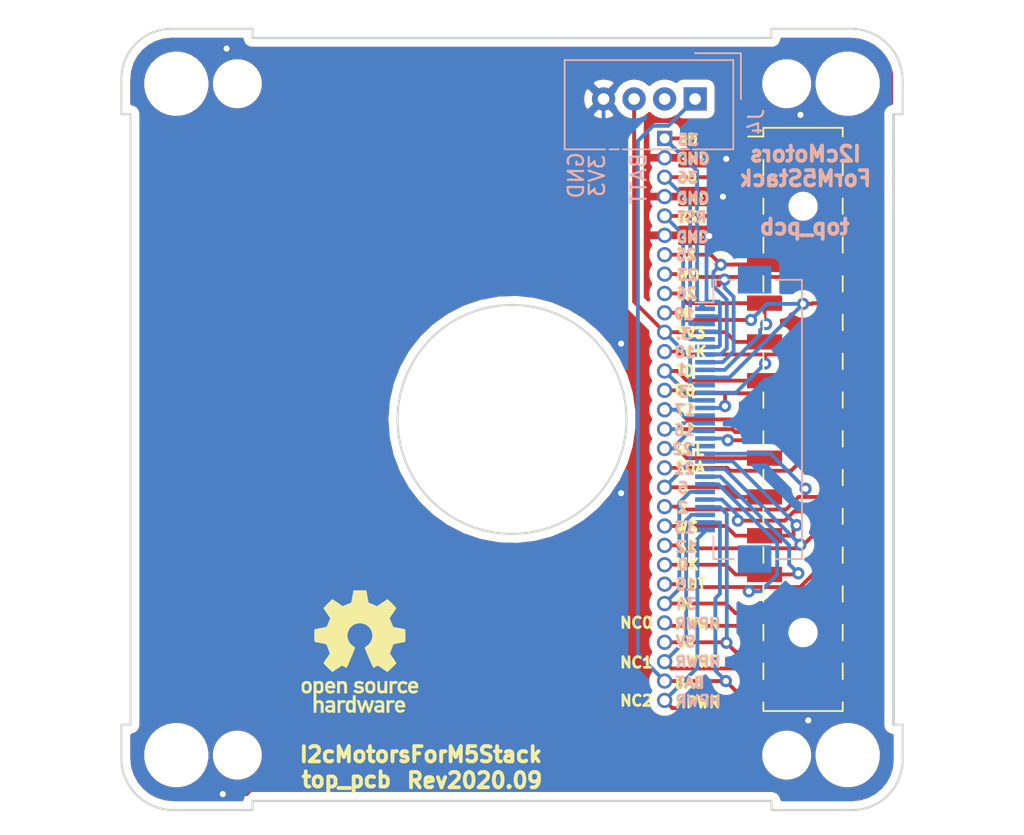
<source format=kicad_pcb>
(kicad_pcb (version 20171130) (host pcbnew 5.1.6-c6e7f7d~87~ubuntu20.04.1)

  (general
    (thickness 1.6)
    (drawings 76)
    (tracks 330)
    (zones 0)
    (modules 17)
    (nets 30)
  )

  (page A4)
  (layers
    (0 F.Cu signal)
    (31 B.Cu signal)
    (32 B.Adhes user)
    (33 F.Adhes user)
    (34 B.Paste user)
    (35 F.Paste user)
    (36 B.SilkS user)
    (37 F.SilkS user)
    (38 B.Mask user)
    (39 F.Mask user)
    (40 Dwgs.User user)
    (41 Cmts.User user)
    (42 Eco1.User user)
    (43 Eco2.User user)
    (44 Edge.Cuts user)
    (45 Margin user)
    (46 B.CrtYd user)
    (47 F.CrtYd user)
    (48 B.Fab user)
    (49 F.Fab user)
  )

  (setup
    (last_trace_width 0.25)
    (trace_clearance 0.2)
    (zone_clearance 0.508)
    (zone_45_only no)
    (trace_min 0.2)
    (via_size 0.8)
    (via_drill 0.4)
    (via_min_size 0.4)
    (via_min_drill 0.3)
    (uvia_size 0.3)
    (uvia_drill 0.1)
    (uvias_allowed no)
    (uvia_min_size 0.2)
    (uvia_min_drill 0.1)
    (edge_width 0.15)
    (segment_width 0.2)
    (pcb_text_width 0.3)
    (pcb_text_size 1.5 1.5)
    (mod_edge_width 0.15)
    (mod_text_size 1 1)
    (mod_text_width 0.15)
    (pad_size 3.15 1)
    (pad_drill 0)
    (pad_to_mask_clearance 0.2)
    (solder_mask_min_width 0.25)
    (aux_axis_origin 98.2472 62.5348)
    (grid_origin 98.3488 62.4332)
    (visible_elements FFFFFF7F)
    (pcbplotparams
      (layerselection 0x010fc_ffffffff)
      (usegerberextensions false)
      (usegerberattributes false)
      (usegerberadvancedattributes false)
      (creategerberjobfile false)
      (excludeedgelayer true)
      (linewidth 0.100000)
      (plotframeref false)
      (viasonmask false)
      (mode 1)
      (useauxorigin false)
      (hpglpennumber 1)
      (hpglpenspeed 20)
      (hpglpendiameter 15.000000)
      (psnegative false)
      (psa4output false)
      (plotreference true)
      (plotvalue true)
      (plotinvisibletext false)
      (padsonsilk false)
      (subtractmaskfromsilk false)
      (outputformat 1)
      (mirror false)
      (drillshape 0)
      (scaleselection 1)
      (outputdirectory "gerbers"))
  )

  (net 0 "")
  (net 1 GND)
  (net 2 G23)
  (net 3 G19)
  (net 4 G18)
  (net 5 G3)
  (net 6 G16)
  (net 7 G21)
  (net 8 G2)
  (net 9 G12)
  (net 10 G15)
  (net 11 +BATT)
  (net 12 +5V)
  (net 13 G34)
  (net 14 G0)
  (net 15 G13)
  (net 16 G5)
  (net 17 G22)
  (net 18 G17)
  (net 19 G1)
  (net 20 G26)
  (net 21 G25)
  (net 22 RST)
  (net 23 G36)
  (net 24 G35)
  (net 25 +3V3)
  (net 26 /NC0)
  (net 27 /NC1)
  (net 28 /NC2)
  (net 29 "Net-(J4-Pad2)")

  (net_class Default "これは標準のネット クラスです。"
    (clearance 0.2)
    (trace_width 0.25)
    (via_dia 0.8)
    (via_drill 0.4)
    (uvia_dia 0.3)
    (uvia_drill 0.1)
    (add_net +3V3)
    (add_net +5V)
    (add_net +BATT)
    (add_net /NC0)
    (add_net /NC1)
    (add_net /NC2)
    (add_net G0)
    (add_net G1)
    (add_net G12)
    (add_net G13)
    (add_net G15)
    (add_net G16)
    (add_net G17)
    (add_net G18)
    (add_net G19)
    (add_net G2)
    (add_net G21)
    (add_net G22)
    (add_net G23)
    (add_net G25)
    (add_net G26)
    (add_net G3)
    (add_net G34)
    (add_net G35)
    (add_net G36)
    (add_net G5)
    (add_net GND)
    (add_net "Net-(J4-Pad2)")
    (add_net RST)
  )

  (module Connector:NS-Tech_Grove_1x04_P2mm_Vertical (layer B.Cu) (tedit 5A2A5779) (tstamp 5EAE5AE1)
    (at 137 54 90)
    (descr https://statics3.seeedstudio.com/images/opl/datasheet/3470130P1.pdf)
    (tags Grove-1x04)
    (path /5EAE0F2B)
    (fp_text reference J4 (at -1.5 4 270) (layer B.SilkS)
      (effects (font (size 1 1) (thickness 0.15)) (justify mirror))
    )
    (fp_text value Conn_01x04 (at 4.19 -2.83) (layer B.Fab)
      (effects (font (size 1 1) (thickness 0.15)) (justify mirror))
    )
    (fp_line (start 0.9 0) (end 2.2 -1) (layer B.Fab) (width 0.1))
    (fp_line (start 2.2 1) (end 0.9 0) (layer B.Fab) (width 0.1))
    (fp_line (start 3 3) (end 3 0) (layer B.SilkS) (width 0.12))
    (fp_line (start 0 3) (end 3 3) (layer B.SilkS) (width 0.12))
    (fp_line (start -3.45 2.65) (end -3.45 -8.7) (layer B.CrtYd) (width 0.05))
    (fp_line (start -3.45 -8.7) (end 2.7 -8.7) (layer B.CrtYd) (width 0.05))
    (fp_line (start 2.7 -8.7) (end 2.7 2.65) (layer B.CrtYd) (width 0.05))
    (fp_line (start -3.45 2.65) (end 2.7 2.65) (layer B.CrtYd) (width 0.05))
    (fp_line (start -3.3 -5) (end -3.3 -5.6) (layer B.SilkS) (width 0.12))
    (fp_line (start -3.3 -0.4) (end -3.3 -1) (layer B.SilkS) (width 0.12))
    (fp_line (start 2.55 2.5) (end 2.55 -8.55) (layer B.SilkS) (width 0.12))
    (fp_line (start -3.3 2.5) (end 2.55 2.5) (layer B.SilkS) (width 0.12))
    (fp_line (start -3.3 -1.25) (end -3.3 -4.75) (layer B.SilkS) (width 0.12))
    (fp_line (start -3.3 -8.55) (end 2.55 -8.55) (layer B.SilkS) (width 0.12))
    (fp_line (start -3.3 2.5) (end -3.3 -0.15) (layer B.SilkS) (width 0.12))
    (fp_line (start -3.3 -5.9) (end -3.3 -8.55) (layer B.SilkS) (width 0.12))
    (fp_line (start -2.9 2.1) (end 2.2 2.1) (layer B.Fab) (width 0.1))
    (fp_line (start 2.2 2.1) (end 2.2 -8.1) (layer B.Fab) (width 0.1))
    (fp_line (start 2.2 -8.1) (end -2.9 -8.1) (layer B.Fab) (width 0.1))
    (fp_line (start -2.9 -8.1) (end -2.9 2.1) (layer B.Fab) (width 0.1))
    (fp_text user %R (at -2 -2) (layer B.Fab)
      (effects (font (size 1 1) (thickness 0.15)) (justify mirror))
    )
    (pad 4 thru_hole circle (at 0 -6 90) (size 1.524 1.524) (drill 0.762) (layers *.Cu *.Mask)
      (net 1 GND))
    (pad 3 thru_hole circle (at 0 -4 90) (size 1.524 1.524) (drill 0.762) (layers *.Cu *.Mask)
      (net 25 +3V3))
    (pad 2 thru_hole circle (at 0 -2 90) (size 1.524 1.524) (drill 0.762) (layers *.Cu *.Mask)
      (net 29 "Net-(J4-Pad2)"))
    (pad 1 thru_hole rect (at 0 0 90) (size 1.524 1.524) (drill 0.762) (layers *.Cu *.Mask)
      (net 11 +BATT))
    (model ${KISYS3DMOD}/Connector.3dshapes/NS-Tech_Grove_1x04_P2mm_Vertical.wrl
      (at (xyz 0 0 0))
      (scale (xyz 0.3937 0.3937 0.3937))
      (rotate (xyz 0 0 -90))
    )
  )

  (module footprints:PinHeader_2x15_P2.54mm_Vertical_SMD_for_M5Stack (layer F.Cu) (tedit 5D28220B) (tstamp 5CE4B554)
    (at 144.074 75)
    (descr "surface-mounted straight pin header, 2x15, 2.54mm pitch, double rows")
    (tags "Surface mounted pin header SMD 2x15 2.54mm double row")
    (path /5B24BDE7)
    (attr smd)
    (fp_text reference J2 (at 0 -20.11) (layer F.SilkS) hide
      (effects (font (size 1 1) (thickness 0.15)))
    )
    (fp_text value header (at 0 20.11) (layer F.Fab)
      (effects (font (size 1 1) (thickness 0.15)))
    )
    (fp_line (start 5.9 -19.6) (end -5.9 -19.6) (layer F.CrtYd) (width 0.05))
    (fp_line (start 5.9 19.6) (end 5.9 -19.6) (layer F.CrtYd) (width 0.05))
    (fp_line (start -5.9 19.6) (end 5.9 19.6) (layer F.CrtYd) (width 0.05))
    (fp_line (start -5.9 -19.6) (end -5.9 19.6) (layer F.CrtYd) (width 0.05))
    (fp_line (start 2.6 16) (end 2.6 17.02) (layer F.SilkS) (width 0.12))
    (fp_line (start -2.6 16) (end -2.6 17.02) (layer F.SilkS) (width 0.12))
    (fp_line (start 2.6 13.46) (end 2.6 14.48) (layer F.SilkS) (width 0.12))
    (fp_line (start -2.6 13.46) (end -2.6 14.48) (layer F.SilkS) (width 0.12))
    (fp_line (start 2.6 10.92) (end 2.6 11.94) (layer F.SilkS) (width 0.12))
    (fp_line (start -2.6 10.92) (end -2.6 11.94) (layer F.SilkS) (width 0.12))
    (fp_line (start 2.6 8.38) (end 2.6 9.4) (layer F.SilkS) (width 0.12))
    (fp_line (start -2.6 8.38) (end -2.6 9.4) (layer F.SilkS) (width 0.12))
    (fp_line (start 2.6 5.84) (end 2.6 6.86) (layer F.SilkS) (width 0.12))
    (fp_line (start -2.6 5.84) (end -2.6 6.86) (layer F.SilkS) (width 0.12))
    (fp_line (start 2.6 3.3) (end 2.6 4.32) (layer F.SilkS) (width 0.12))
    (fp_line (start -2.6 3.3) (end -2.6 4.32) (layer F.SilkS) (width 0.12))
    (fp_line (start 2.6 0.76) (end 2.6 1.78) (layer F.SilkS) (width 0.12))
    (fp_line (start -2.6 0.76) (end -2.6 1.78) (layer F.SilkS) (width 0.12))
    (fp_line (start 2.6 -1.78) (end 2.6 -0.76) (layer F.SilkS) (width 0.12))
    (fp_line (start -2.6 -1.78) (end -2.6 -0.76) (layer F.SilkS) (width 0.12))
    (fp_line (start 2.6 -4.32) (end 2.6 -3.3) (layer F.SilkS) (width 0.12))
    (fp_line (start -2.6 -4.32) (end -2.6 -3.3) (layer F.SilkS) (width 0.12))
    (fp_line (start 2.6 -6.86) (end 2.6 -5.84) (layer F.SilkS) (width 0.12))
    (fp_line (start -2.6 -6.86) (end -2.6 -5.84) (layer F.SilkS) (width 0.12))
    (fp_line (start 2.6 -9.4) (end 2.6 -8.38) (layer F.SilkS) (width 0.12))
    (fp_line (start -2.6 -9.4) (end -2.6 -8.38) (layer F.SilkS) (width 0.12))
    (fp_line (start 2.6 -11.94) (end 2.6 -10.92) (layer F.SilkS) (width 0.12))
    (fp_line (start -2.6 -11.94) (end -2.6 -10.92) (layer F.SilkS) (width 0.12))
    (fp_line (start 2.6 -14.48) (end 2.6 -13.46) (layer F.SilkS) (width 0.12))
    (fp_line (start -2.6 -14.48) (end -2.6 -13.46) (layer F.SilkS) (width 0.12))
    (fp_line (start 2.6 -17.02) (end 2.6 -16) (layer F.SilkS) (width 0.12))
    (fp_line (start -2.6 -17.02) (end -2.6 -16) (layer F.SilkS) (width 0.12))
    (fp_line (start 2.6 18.54) (end 2.6 19.11) (layer F.SilkS) (width 0.12))
    (fp_line (start -2.6 18.54) (end -2.6 19.11) (layer F.SilkS) (width 0.12))
    (fp_line (start 2.6 -19.11) (end 2.6 -18.54) (layer F.SilkS) (width 0.12))
    (fp_line (start -2.6 -19.11) (end -2.6 -18.54) (layer F.SilkS) (width 0.12))
    (fp_line (start -3.6 -18.54) (end -2.6 -18.54) (layer F.SilkS) (width 0.12))
    (fp_line (start -2.6 19.11) (end 2.6 19.11) (layer F.SilkS) (width 0.12))
    (fp_line (start -2.6 -19.11) (end 2.6 -19.11) (layer F.SilkS) (width 0.12))
    (fp_line (start 3.6 18.1) (end 2.54 18.1) (layer F.Fab) (width 0.1))
    (fp_line (start 3.6 17.46) (end 3.6 18.1) (layer F.Fab) (width 0.1))
    (fp_line (start 2.54 17.46) (end 3.6 17.46) (layer F.Fab) (width 0.1))
    (fp_line (start -3.6 18.1) (end -2.54 18.1) (layer F.Fab) (width 0.1))
    (fp_line (start -3.6 17.46) (end -3.6 18.1) (layer F.Fab) (width 0.1))
    (fp_line (start -2.54 17.46) (end -3.6 17.46) (layer F.Fab) (width 0.1))
    (fp_line (start 3.6 15.56) (end 2.54 15.56) (layer F.Fab) (width 0.1))
    (fp_line (start 3.6 14.92) (end 3.6 15.56) (layer F.Fab) (width 0.1))
    (fp_line (start 2.54 14.92) (end 3.6 14.92) (layer F.Fab) (width 0.1))
    (fp_line (start -3.6 15.56) (end -2.54 15.56) (layer F.Fab) (width 0.1))
    (fp_line (start -3.6 14.92) (end -3.6 15.56) (layer F.Fab) (width 0.1))
    (fp_line (start -2.54 14.92) (end -3.6 14.92) (layer F.Fab) (width 0.1))
    (fp_line (start 3.6 13.02) (end 2.54 13.02) (layer F.Fab) (width 0.1))
    (fp_line (start 3.6 12.38) (end 3.6 13.02) (layer F.Fab) (width 0.1))
    (fp_line (start 2.54 12.38) (end 3.6 12.38) (layer F.Fab) (width 0.1))
    (fp_line (start -3.6 13.02) (end -2.54 13.02) (layer F.Fab) (width 0.1))
    (fp_line (start -3.6 12.38) (end -3.6 13.02) (layer F.Fab) (width 0.1))
    (fp_line (start -2.54 12.38) (end -3.6 12.38) (layer F.Fab) (width 0.1))
    (fp_line (start 3.6 10.48) (end 2.54 10.48) (layer F.Fab) (width 0.1))
    (fp_line (start 3.6 9.84) (end 3.6 10.48) (layer F.Fab) (width 0.1))
    (fp_line (start 2.54 9.84) (end 3.6 9.84) (layer F.Fab) (width 0.1))
    (fp_line (start -3.6 10.48) (end -2.54 10.48) (layer F.Fab) (width 0.1))
    (fp_line (start -3.6 9.84) (end -3.6 10.48) (layer F.Fab) (width 0.1))
    (fp_line (start -2.54 9.84) (end -3.6 9.84) (layer F.Fab) (width 0.1))
    (fp_line (start 3.6 7.94) (end 2.54 7.94) (layer F.Fab) (width 0.1))
    (fp_line (start 3.6 7.3) (end 3.6 7.94) (layer F.Fab) (width 0.1))
    (fp_line (start 2.54 7.3) (end 3.6 7.3) (layer F.Fab) (width 0.1))
    (fp_line (start -3.6 7.94) (end -2.54 7.94) (layer F.Fab) (width 0.1))
    (fp_line (start -3.6 7.3) (end -3.6 7.94) (layer F.Fab) (width 0.1))
    (fp_line (start -2.54 7.3) (end -3.6 7.3) (layer F.Fab) (width 0.1))
    (fp_line (start 3.6 5.4) (end 2.54 5.4) (layer F.Fab) (width 0.1))
    (fp_line (start 3.6 4.76) (end 3.6 5.4) (layer F.Fab) (width 0.1))
    (fp_line (start 2.54 4.76) (end 3.6 4.76) (layer F.Fab) (width 0.1))
    (fp_line (start -3.6 5.4) (end -2.54 5.4) (layer F.Fab) (width 0.1))
    (fp_line (start -3.6 4.76) (end -3.6 5.4) (layer F.Fab) (width 0.1))
    (fp_line (start -2.54 4.76) (end -3.6 4.76) (layer F.Fab) (width 0.1))
    (fp_line (start 3.6 2.86) (end 2.54 2.86) (layer F.Fab) (width 0.1))
    (fp_line (start 3.6 2.22) (end 3.6 2.86) (layer F.Fab) (width 0.1))
    (fp_line (start 2.54 2.22) (end 3.6 2.22) (layer F.Fab) (width 0.1))
    (fp_line (start -3.6 2.86) (end -2.54 2.86) (layer F.Fab) (width 0.1))
    (fp_line (start -3.6 2.22) (end -3.6 2.86) (layer F.Fab) (width 0.1))
    (fp_line (start -2.54 2.22) (end -3.6 2.22) (layer F.Fab) (width 0.1))
    (fp_line (start 3.6 0.32) (end 2.54 0.32) (layer F.Fab) (width 0.1))
    (fp_line (start 3.6 -0.32) (end 3.6 0.32) (layer F.Fab) (width 0.1))
    (fp_line (start 2.54 -0.32) (end 3.6 -0.32) (layer F.Fab) (width 0.1))
    (fp_line (start -3.6 0.32) (end -2.54 0.32) (layer F.Fab) (width 0.1))
    (fp_line (start -3.6 -0.32) (end -3.6 0.32) (layer F.Fab) (width 0.1))
    (fp_line (start -2.54 -0.32) (end -3.6 -0.32) (layer F.Fab) (width 0.1))
    (fp_line (start 3.6 -2.22) (end 2.54 -2.22) (layer F.Fab) (width 0.1))
    (fp_line (start 3.6 -2.86) (end 3.6 -2.22) (layer F.Fab) (width 0.1))
    (fp_line (start 2.54 -2.86) (end 3.6 -2.86) (layer F.Fab) (width 0.1))
    (fp_line (start -3.6 -2.22) (end -2.54 -2.22) (layer F.Fab) (width 0.1))
    (fp_line (start -3.6 -2.86) (end -3.6 -2.22) (layer F.Fab) (width 0.1))
    (fp_line (start -2.54 -2.86) (end -3.6 -2.86) (layer F.Fab) (width 0.1))
    (fp_line (start 3.6 -4.76) (end 2.54 -4.76) (layer F.Fab) (width 0.1))
    (fp_line (start 3.6 -5.4) (end 3.6 -4.76) (layer F.Fab) (width 0.1))
    (fp_line (start 2.54 -5.4) (end 3.6 -5.4) (layer F.Fab) (width 0.1))
    (fp_line (start -3.6 -4.76) (end -2.54 -4.76) (layer F.Fab) (width 0.1))
    (fp_line (start -3.6 -5.4) (end -3.6 -4.76) (layer F.Fab) (width 0.1))
    (fp_line (start -2.54 -5.4) (end -3.6 -5.4) (layer F.Fab) (width 0.1))
    (fp_line (start 3.6 -7.3) (end 2.54 -7.3) (layer F.Fab) (width 0.1))
    (fp_line (start 3.6 -7.94) (end 3.6 -7.3) (layer F.Fab) (width 0.1))
    (fp_line (start 2.54 -7.94) (end 3.6 -7.94) (layer F.Fab) (width 0.1))
    (fp_line (start -3.6 -7.3) (end -2.54 -7.3) (layer F.Fab) (width 0.1))
    (fp_line (start -3.6 -7.94) (end -3.6 -7.3) (layer F.Fab) (width 0.1))
    (fp_line (start -2.54 -7.94) (end -3.6 -7.94) (layer F.Fab) (width 0.1))
    (fp_line (start 3.6 -9.84) (end 2.54 -9.84) (layer F.Fab) (width 0.1))
    (fp_line (start 3.6 -10.48) (end 3.6 -9.84) (layer F.Fab) (width 0.1))
    (fp_line (start 2.54 -10.48) (end 3.6 -10.48) (layer F.Fab) (width 0.1))
    (fp_line (start -3.6 -9.84) (end -2.54 -9.84) (layer F.Fab) (width 0.1))
    (fp_line (start -3.6 -10.48) (end -3.6 -9.84) (layer F.Fab) (width 0.1))
    (fp_line (start -2.54 -10.48) (end -3.6 -10.48) (layer F.Fab) (width 0.1))
    (fp_line (start 3.6 -12.38) (end 2.54 -12.38) (layer F.Fab) (width 0.1))
    (fp_line (start 3.6 -13.02) (end 3.6 -12.38) (layer F.Fab) (width 0.1))
    (fp_line (start 2.54 -13.02) (end 3.6 -13.02) (layer F.Fab) (width 0.1))
    (fp_line (start -3.6 -12.38) (end -2.54 -12.38) (layer F.Fab) (width 0.1))
    (fp_line (start -3.6 -13.02) (end -3.6 -12.38) (layer F.Fab) (width 0.1))
    (fp_line (start -2.54 -13.02) (end -3.6 -13.02) (layer F.Fab) (width 0.1))
    (fp_line (start 3.6 -14.92) (end 2.54 -14.92) (layer F.Fab) (width 0.1))
    (fp_line (start 3.6 -15.56) (end 3.6 -14.92) (layer F.Fab) (width 0.1))
    (fp_line (start 2.54 -15.56) (end 3.6 -15.56) (layer F.Fab) (width 0.1))
    (fp_line (start -3.6 -14.92) (end -2.54 -14.92) (layer F.Fab) (width 0.1))
    (fp_line (start -3.6 -15.56) (end -3.6 -14.92) (layer F.Fab) (width 0.1))
    (fp_line (start -2.54 -15.56) (end -3.6 -15.56) (layer F.Fab) (width 0.1))
    (fp_line (start 3.6 -17.46) (end 2.54 -17.46) (layer F.Fab) (width 0.1))
    (fp_line (start 3.6 -18.1) (end 3.6 -17.46) (layer F.Fab) (width 0.1))
    (fp_line (start 2.54 -18.1) (end 3.6 -18.1) (layer F.Fab) (width 0.1))
    (fp_line (start -3.6 -17.46) (end -2.54 -17.46) (layer F.Fab) (width 0.1))
    (fp_line (start -3.6 -18.1) (end -3.6 -17.46) (layer F.Fab) (width 0.1))
    (fp_line (start -2.54 -18.1) (end -3.6 -18.1) (layer F.Fab) (width 0.1))
    (fp_line (start 2.54 -19.05) (end 2.54 19.05) (layer F.Fab) (width 0.1))
    (fp_line (start -2.54 -18.1) (end -1.59 -19.05) (layer F.Fab) (width 0.1))
    (fp_line (start -2.54 19.05) (end -2.54 -18.1) (layer F.Fab) (width 0.1))
    (fp_line (start -1.59 -19.05) (end 2.54 -19.05) (layer F.Fab) (width 0.1))
    (fp_line (start 2.54 19.05) (end -2.54 19.05) (layer F.Fab) (width 0.1))
    (fp_text user %R (at 0 0 90) (layer F.Fab)
      (effects (font (size 1 1) (thickness 0.15)))
    )
    (pad 1 smd rect (at -2.525 -17.78) (size 2.3 1) (layers F.Cu F.Paste F.Mask)
      (net 24 G35))
    (pad 2 smd rect (at 2.525 -17.78) (size 2.3 1) (layers F.Cu F.Paste F.Mask)
      (net 1 GND))
    (pad 3 smd rect (at -2.525 -15.24) (size 2.3 1) (layers F.Cu F.Paste F.Mask)
      (net 23 G36))
    (pad 4 smd rect (at 2.525 -15.24) (size 2.3 1) (layers F.Cu F.Paste F.Mask)
      (net 1 GND))
    (pad 5 smd rect (at -2.525 -12.7) (size 2.3 1) (layers F.Cu F.Paste F.Mask)
      (net 22 RST))
    (pad 6 smd rect (at 2.525 -12.7) (size 2.3 1) (layers F.Cu F.Paste F.Mask)
      (net 1 GND))
    (pad 7 smd rect (at -2.525 -10.16) (size 2.3 1) (layers F.Cu F.Paste F.Mask)
      (net 21 G25))
    (pad 8 smd rect (at 2.525 -10.16) (size 2.3 1) (layers F.Cu F.Paste F.Mask)
      (net 2 G23))
    (pad 9 smd rect (at -2.525 -7.62) (size 2.3 1) (layers F.Cu F.Paste F.Mask)
      (net 20 G26))
    (pad 10 smd rect (at 2.525 -7.62) (size 2.3 1) (layers F.Cu F.Paste F.Mask)
      (net 3 G19))
    (pad 11 smd rect (at -2.525 -5.08) (size 2.3 1) (layers F.Cu F.Paste F.Mask)
      (net 25 +3V3))
    (pad 12 smd rect (at 2.525 -5.08) (size 2.3 1) (layers F.Cu F.Paste F.Mask)
      (net 4 G18))
    (pad 13 smd rect (at -2.525 -2.54) (size 2.3 1) (layers F.Cu F.Paste F.Mask)
      (net 19 G1))
    (pad 14 smd rect (at 2.525 -2.54) (size 2.3 1) (layers F.Cu F.Paste F.Mask)
      (net 5 G3))
    (pad 15 smd rect (at -2.525 0) (size 2.3 1) (layers F.Cu F.Paste F.Mask)
      (net 18 G17))
    (pad 16 smd rect (at 2.525 0) (size 2.3 1) (layers F.Cu F.Paste F.Mask)
      (net 6 G16))
    (pad 17 smd rect (at -2.525 2.54) (size 2.3 1) (layers F.Cu F.Paste F.Mask)
      (net 17 G22))
    (pad 18 smd rect (at 2.525 2.54) (size 2.3 1) (layers F.Cu F.Paste F.Mask)
      (net 7 G21))
    (pad 19 smd rect (at -2.525 5.08) (size 2.3 1) (layers F.Cu F.Paste F.Mask)
      (net 16 G5))
    (pad 20 smd rect (at 2.525 5.08) (size 2.3 1) (layers F.Cu F.Paste F.Mask)
      (net 8 G2))
    (pad 21 smd rect (at -2.525 7.62) (size 2.3 1) (layers F.Cu F.Paste F.Mask)
      (net 15 G13))
    (pad 22 smd rect (at 2.525 7.62) (size 2.3 1) (layers F.Cu F.Paste F.Mask)
      (net 9 G12))
    (pad 23 smd rect (at -2.525 10.16) (size 2.3 1) (layers F.Cu F.Paste F.Mask)
      (net 14 G0))
    (pad 24 smd rect (at 2.525 10.16) (size 2.3 1) (layers F.Cu F.Paste F.Mask)
      (net 10 G15))
    (pad 25 smd rect (at -2.525 12.7) (size 2.3 1) (layers F.Cu F.Paste F.Mask)
      (net 13 G34))
    (pad 26 smd rect (at 2.525 12.7) (size 2.3 1) (layers F.Cu F.Paste F.Mask)
      (net 26 /NC0))
    (pad 27 smd rect (at -2.525 15.24) (size 2.3 1) (layers F.Cu F.Paste F.Mask)
      (net 12 +5V))
    (pad 28 smd rect (at 2.525 15.24) (size 2.3 1) (layers F.Cu F.Paste F.Mask)
      (net 27 /NC1))
    (pad 29 smd rect (at -2.525 17.78) (size 2.3 1) (layers F.Cu F.Paste F.Mask)
      (net 11 +BATT))
    (pad 30 smd rect (at 2.525 17.78) (size 2.3 1) (layers F.Cu F.Paste F.Mask)
      (net 28 /NC2))
    (pad "" np_thru_hole circle (at 0 -13.97) (size 0.9 0.9) (drill 0.9) (layers *.Cu *.Mask))
    (pad "" np_thru_hole circle (at 0 13.97) (size 0.9 0.9) (drill 0.9) (layers *.Cu *.Mask))
    (model ${KISYS3DMOD}/Connector_PinHeader_2.54mm.3dshapes/PinHeader_2x15_P2.54mm_Vertical_SMD.wrl
      (at (xyz 0 0 0))
      (scale (xyz 1 1 1))
      (rotate (xyz 0 0 0))
    )
  )

  (module footprints:corner_edge1 (layer F.Cu) (tedit 5D0EE948) (tstamp 5D0F3304)
    (at 100 100 180)
    (fp_text reference corner4 (at -3.9243 -2.4765) (layer F.SilkS) hide
      (effects (font (size 1 1) (thickness 0.15)))
    )
    (fp_text value corner_edge1 (at -3.429 -1.4224) (layer F.Fab)
      (effects (font (size 1 1) (thickness 0.15)))
    )
    (fp_line (start -8 0) (end -8 -0.6) (layer Edge.Cuts) (width 0.15))
    (fp_line (start -8 -0.6) (end -2.8 -0.6) (layer Edge.Cuts) (width 0.15))
    (fp_line (start 0.6 2.8) (end 0.6 5) (layer Edge.Cuts) (width 0.15))
    (fp_line (start 0.6 5) (end 0 5) (layer Edge.Cuts) (width 0.15))
    (fp_arc (start -2.8 2.8) (end 0.6 2.8) (angle -90) (layer Edge.Cuts) (width 0.15))
  )

  (module footprints:corner_edge1 (layer F.Cu) (tedit 5D0EE948) (tstamp 5D0F2FD0)
    (at 150 50)
    (fp_text reference corner1 (at -0.4191 -2.6035) (layer F.SilkS) hide
      (effects (font (size 1 1) (thickness 0.15)))
    )
    (fp_text value corner_edge1 (at -0.0765 -1.6384) (layer F.Fab)
      (effects (font (size 1 1) (thickness 0.15)))
    )
    (fp_line (start -8 0) (end -8 -0.6) (layer Edge.Cuts) (width 0.15))
    (fp_line (start -8 -0.6) (end -2.8 -0.6) (layer Edge.Cuts) (width 0.15))
    (fp_line (start 0.6 2.8) (end 0.6 5) (layer Edge.Cuts) (width 0.15))
    (fp_line (start 0.6 5) (end 0 5) (layer Edge.Cuts) (width 0.15))
    (fp_arc (start -2.8 2.8) (end 0.6 2.8) (angle -90) (layer Edge.Cuts) (width 0.15))
  )

  (module footprints:corner_edge2 (layer F.Cu) (tedit 5D0F12B1) (tstamp 5D0F3291)
    (at 100 50)
    (fp_text reference corner3 (at -3.9243 -2.4765) (layer F.SilkS) hide
      (effects (font (size 1 1) (thickness 0.15)))
    )
    (fp_text value corner_edge2 (at -3.429 -1.4224) (layer F.Fab)
      (effects (font (size 1 1) (thickness 0.15)))
    )
    (fp_line (start 8 0) (end 8 -0.6) (layer Edge.Cuts) (width 0.15))
    (fp_line (start 8 -0.6) (end 2.7 -0.6) (layer Edge.Cuts) (width 0.15))
    (fp_line (start -0.6 2.7) (end -0.6 5) (layer Edge.Cuts) (width 0.15))
    (fp_line (start -0.6 5) (end 0 5) (layer Edge.Cuts) (width 0.15))
    (fp_arc (start 2.7 2.7) (end -0.6 2.7) (angle 90) (layer Edge.Cuts) (width 0.15))
  )

  (module footprints:corner_edge2 (layer F.Cu) (tedit 5D0F12B1) (tstamp 5D0F31A6)
    (at 150 100 180)
    (fp_text reference corner2 (at -3.9243 -2.4765) (layer F.SilkS) hide
      (effects (font (size 1 1) (thickness 0.15)))
    )
    (fp_text value corner_edge2 (at -3.429 -1.4224) (layer F.Fab)
      (effects (font (size 1 1) (thickness 0.15)))
    )
    (fp_line (start 8 0) (end 8 -0.6) (layer Edge.Cuts) (width 0.15))
    (fp_line (start 8 -0.6) (end 2.7 -0.6) (layer Edge.Cuts) (width 0.15))
    (fp_line (start -0.6 2.7) (end -0.6 5) (layer Edge.Cuts) (width 0.15))
    (fp_line (start -0.6 5) (end 0 5) (layer Edge.Cuts) (width 0.15))
    (fp_arc (start 2.7 2.7) (end -0.6 2.7) (angle 90) (layer Edge.Cuts) (width 0.15))
  )

  (module Symbol:OSHW-Logo_7.5x8mm_SilkScreen (layer F.Cu) (tedit 5CD7AE16) (tstamp 5CFC0EBB)
    (at 115.0238 90.2082)
    (descr "Open Source Hardware Logo")
    (tags "Logo OSHW")
    (attr virtual)
    (fp_text reference OSHWREF2 (at 0 0 180) (layer F.SilkS) hide
      (effects (font (size 1 1) (thickness 0.15)))
    )
    (fp_text value OSHW-Logo_7.5x8mm_SilkScreen (at 0.75 0 180) (layer F.Fab) hide
      (effects (font (size 1 1) (thickness 0.15)))
    )
    (fp_poly (pts (xy 0.500964 -3.601424) (xy 0.576513 -3.200678) (xy 1.134041 -2.970846) (xy 1.468465 -3.198252)
      (xy 1.562122 -3.261569) (xy 1.646782 -3.318104) (xy 1.718495 -3.365273) (xy 1.773311 -3.400498)
      (xy 1.80728 -3.421195) (xy 1.81653 -3.425658) (xy 1.833195 -3.41418) (xy 1.868806 -3.382449)
      (xy 1.919371 -3.334517) (xy 1.9809 -3.274438) (xy 2.049399 -3.206267) (xy 2.120879 -3.134055)
      (xy 2.191347 -3.061858) (xy 2.256811 -2.993727) (xy 2.31328 -2.933717) (xy 2.356763 -2.885881)
      (xy 2.383268 -2.854273) (xy 2.389605 -2.843695) (xy 2.380486 -2.824194) (xy 2.35492 -2.781469)
      (xy 2.315597 -2.719702) (xy 2.265203 -2.643069) (xy 2.206427 -2.555752) (xy 2.172368 -2.505948)
      (xy 2.110289 -2.415007) (xy 2.055126 -2.332941) (xy 2.009554 -2.263837) (xy 1.97625 -2.211778)
      (xy 1.95789 -2.18085) (xy 1.955131 -2.17435) (xy 1.961385 -2.155879) (xy 1.978434 -2.112828)
      (xy 2.003703 -2.051251) (xy 2.034622 -1.977201) (xy 2.068618 -1.89673) (xy 2.103118 -1.815893)
      (xy 2.135551 -1.740742) (xy 2.163343 -1.677329) (xy 2.183923 -1.631707) (xy 2.194719 -1.609931)
      (xy 2.195356 -1.609074) (xy 2.212307 -1.604916) (xy 2.257451 -1.595639) (xy 2.32611 -1.582156)
      (xy 2.413602 -1.565379) (xy 2.51525 -1.546219) (xy 2.574556 -1.53517) (xy 2.683172 -1.51449)
      (xy 2.781277 -1.494811) (xy 2.863909 -1.477211) (xy 2.926104 -1.462767) (xy 2.962899 -1.452554)
      (xy 2.970296 -1.449314) (xy 2.97754 -1.427383) (xy 2.983385 -1.377853) (xy 2.987835 -1.306515)
      (xy 2.990893 -1.219161) (xy 2.992565 -1.121583) (xy 2.992853 -1.019574) (xy 2.991761 -0.918925)
      (xy 2.989294 -0.825428) (xy 2.985456 -0.744875) (xy 2.98025 -0.683058) (xy 2.973681 -0.64577)
      (xy 2.969741 -0.638007) (xy 2.946188 -0.628702) (xy 2.896282 -0.6154) (xy 2.826623 -0.599663)
      (xy 2.743813 -0.583054) (xy 2.714905 -0.577681) (xy 2.575531 -0.552152) (xy 2.465436 -0.531592)
      (xy 2.380982 -0.515185) (xy 2.31853 -0.502113) (xy 2.274444 -0.491559) (xy 2.245085 -0.482706)
      (xy 2.226815 -0.474737) (xy 2.215998 -0.466835) (xy 2.214485 -0.465273) (xy 2.199377 -0.440114)
      (xy 2.176329 -0.39115) (xy 2.147644 -0.324379) (xy 2.115622 -0.245795) (xy 2.082565 -0.161393)
      (xy 2.050773 -0.07717) (xy 2.022549 0.000879) (xy 2.000193 0.066759) (xy 1.986007 0.114473)
      (xy 1.982293 0.138027) (xy 1.982602 0.138852) (xy 1.995189 0.158104) (xy 2.023744 0.200463)
      (xy 2.065267 0.261521) (xy 2.116756 0.336868) (xy 2.175211 0.422096) (xy 2.191858 0.446315)
      (xy 2.251215 0.534123) (xy 2.303447 0.614238) (xy 2.345708 0.682062) (xy 2.375153 0.732993)
      (xy 2.388937 0.762431) (xy 2.389605 0.766048) (xy 2.378024 0.785057) (xy 2.346024 0.822714)
      (xy 2.297718 0.874973) (xy 2.23722 0.937786) (xy 2.168644 1.007106) (xy 2.096104 1.078885)
      (xy 2.023712 1.149077) (xy 1.955584 1.213635) (xy 1.895832 1.26851) (xy 1.848571 1.309656)
      (xy 1.817913 1.333026) (xy 1.809432 1.336842) (xy 1.789691 1.327855) (xy 1.749274 1.303616)
      (xy 1.694763 1.268209) (xy 1.652823 1.239711) (xy 1.576829 1.187418) (xy 1.486834 1.125845)
      (xy 1.396564 1.06437) (xy 1.348032 1.031469) (xy 1.183762 0.920359) (xy 1.045869 0.994916)
      (xy 0.983049 1.027578) (xy 0.929629 1.052966) (xy 0.893484 1.067446) (xy 0.884284 1.06946)
      (xy 0.873221 1.054584) (xy 0.851394 1.012547) (xy 0.820434 0.947227) (xy 0.78197 0.8625)
      (xy 0.737632 0.762245) (xy 0.689047 0.650339) (xy 0.637846 0.530659) (xy 0.585659 0.407084)
      (xy 0.534113 0.283491) (xy 0.48484 0.163757) (xy 0.439467 0.051759) (xy 0.399625 -0.048623)
      (xy 0.366942 -0.133514) (xy 0.343049 -0.199035) (xy 0.329574 -0.24131) (xy 0.327406 -0.255828)
      (xy 0.344583 -0.274347) (xy 0.38219 -0.30441) (xy 0.432366 -0.339768) (xy 0.436578 -0.342566)
      (xy 0.566264 -0.446375) (xy 0.670834 -0.567485) (xy 0.749381 -0.702024) (xy 0.800999 -0.846118)
      (xy 0.824782 -0.995895) (xy 0.819823 -1.147483) (xy 0.785217 -1.297008) (xy 0.720057 -1.4406)
      (xy 0.700886 -1.472016) (xy 0.601174 -1.598875) (xy 0.483377 -1.700745) (xy 0.351571 -1.777096)
      (xy 0.209833 -1.827398) (xy 0.062242 -1.851121) (xy -0.087127 -1.847735) (xy -0.234197 -1.816712)
      (xy -0.374889 -1.75752) (xy -0.505127 -1.669631) (xy -0.545414 -1.633958) (xy -0.647945 -1.522294)
      (xy -0.722659 -1.404743) (xy -0.77391 -1.27298) (xy -0.802454 -1.142493) (xy -0.8095 -0.995784)
      (xy -0.786004 -0.848347) (xy -0.734351 -0.705166) (xy -0.656929 -0.571223) (xy -0.556125 -0.451502)
      (xy -0.434324 -0.350986) (xy -0.418316 -0.340391) (xy -0.367602 -0.305694) (xy -0.32905 -0.27563)
      (xy -0.310619 -0.256435) (xy -0.310351 -0.255828) (xy -0.314308 -0.235064) (xy -0.329993 -0.187938)
      (xy -0.355778 -0.118327) (xy -0.390031 -0.030107) (xy -0.431123 0.072844) (xy -0.477424 0.18665)
      (xy -0.527304 0.307435) (xy -0.579133 0.431321) (xy -0.631281 0.554432) (xy -0.682118 0.672891)
      (xy -0.730013 0.782823) (xy -0.773338 0.880349) (xy -0.810462 0.961593) (xy -0.839756 1.022679)
      (xy -0.859588 1.05973) (xy -0.867574 1.06946) (xy -0.891979 1.061883) (xy -0.937642 1.04156)
      (xy -0.99669 1.012125) (xy -1.02916 0.994916) (xy -1.167053 0.920359) (xy -1.331323 1.031469)
      (xy -1.415179 1.08839) (xy -1.506987 1.15103) (xy -1.59302 1.210011) (xy -1.636113 1.239711)
      (xy -1.696723 1.28041) (xy -1.748045 1.312663) (xy -1.783385 1.332384) (xy -1.794863 1.336554)
      (xy -1.81157 1.325307) (xy -1.848546 1.293911) (xy -1.902205 1.245624) (xy -1.968962 1.183708)
      (xy -2.045234 1.111421) (xy -2.093473 1.065008) (xy -2.177867 0.982087) (xy -2.250803 0.90792)
      (xy -2.309331 0.84568) (xy -2.350503 0.798541) (xy -2.371372 0.769673) (xy -2.373374 0.763815)
      (xy -2.364083 0.741532) (xy -2.338409 0.696477) (xy -2.2992 0.633211) (xy -2.249303 0.556295)
      (xy -2.191567 0.470292) (xy -2.175149 0.446315) (xy -2.115323 0.35917) (xy -2.06165 0.28071)
      (xy -2.01713 0.215345) (xy -1.984765 0.167484) (xy -1.967555 0.141535) (xy -1.965893 0.138852)
      (xy -1.968379 0.118172) (xy -1.981577 0.072704) (xy -2.003186 0.008444) (xy -2.030904 -0.068613)
      (xy -2.06243 -0.152471) (xy -2.095463 -0.237134) (xy -2.127701 -0.316608) (xy -2.156843 -0.384896)
      (xy -2.180588 -0.436003) (xy -2.196635 -0.463933) (xy -2.197775 -0.465273) (xy -2.207588 -0.473255)
      (xy -2.224161 -0.481149) (xy -2.251132 -0.489771) (xy -2.292139 -0.499938) (xy -2.35082 -0.512469)
      (xy -2.430813 -0.528179) (xy -2.535755 -0.547887) (xy -2.669285 -0.572408) (xy -2.698196 -0.577681)
      (xy -2.783882 -0.594236) (xy -2.858582 -0.610431) (xy -2.915694 -0.624704) (xy -2.948617 -0.635492)
      (xy -2.953031 -0.638007) (xy -2.960306 -0.660304) (xy -2.966219 -0.710131) (xy -2.970766 -0.781696)
      (xy -2.973945 -0.869207) (xy -2.975749 -0.966872) (xy -2.976177 -1.068899) (xy -2.975223 -1.169497)
      (xy -2.972884 -1.262873) (xy -2.969156 -1.343235) (xy -2.964034 -1.404791) (xy -2.957516 -1.44175)
      (xy -2.953586 -1.449314) (xy -2.931708 -1.456944) (xy -2.881891 -1.469358) (xy -2.809097 -1.485478)
      (xy -2.718289 -1.504227) (xy -2.614431 -1.524529) (xy -2.557846 -1.53517) (xy -2.450486 -1.55524)
      (xy -2.354746 -1.57342) (xy -2.275306 -1.588801) (xy -2.216846 -1.600469) (xy -2.184045 -1.607512)
      (xy -2.178646 -1.609074) (xy -2.169522 -1.626678) (xy -2.150235 -1.669082) (xy -2.123355 -1.730228)
      (xy -2.091454 -1.804057) (xy -2.057102 -1.884511) (xy -2.022871 -1.965532) (xy -1.991331 -2.041063)
      (xy -1.965054 -2.105045) (xy -1.946611 -2.15142) (xy -1.938571 -2.174131) (xy -1.938422 -2.175124)
      (xy -1.947535 -2.193039) (xy -1.973086 -2.234267) (xy -2.012388 -2.294709) (xy -2.062757 -2.370269)
      (xy -2.121506 -2.456848) (xy -2.155658 -2.506579) (xy -2.21789 -2.597764) (xy -2.273164 -2.680551)
      (xy -2.318782 -2.750751) (xy -2.352048 -2.804176) (xy -2.370264 -2.836639) (xy -2.372895 -2.843917)
      (xy -2.361586 -2.860855) (xy -2.330319 -2.897022) (xy -2.28309 -2.948365) (xy -2.223892 -3.010833)
      (xy -2.156719 -3.080374) (xy -2.085566 -3.152935) (xy -2.014426 -3.224465) (xy -1.947293 -3.290913)
      (xy -1.888161 -3.348226) (xy -1.841025 -3.392353) (xy -1.809877 -3.419241) (xy -1.799457 -3.425658)
      (xy -1.782491 -3.416635) (xy -1.741911 -3.391285) (xy -1.681663 -3.35219) (xy -1.605693 -3.301929)
      (xy -1.517946 -3.243083) (xy -1.451756 -3.198252) (xy -1.117332 -2.970846) (xy -0.838567 -3.085762)
      (xy -0.559803 -3.200678) (xy -0.484254 -3.601424) (xy -0.408706 -4.002171) (xy 0.425415 -4.002171)
      (xy 0.500964 -3.601424)) (layer F.SilkS) (width 0.01))
    (fp_poly (pts (xy 2.391388 1.937645) (xy 2.448865 1.955206) (xy 2.485872 1.977395) (xy 2.497927 1.994942)
      (xy 2.494609 2.015742) (xy 2.473079 2.048419) (xy 2.454874 2.071562) (xy 2.417344 2.113402)
      (xy 2.389148 2.131005) (xy 2.365111 2.129856) (xy 2.293808 2.11171) (xy 2.241442 2.112534)
      (xy 2.198918 2.133098) (xy 2.184642 2.145134) (xy 2.138947 2.187483) (xy 2.138947 2.740526)
      (xy 1.955131 2.740526) (xy 1.955131 1.938421) (xy 2.047039 1.938421) (xy 2.102219 1.940603)
      (xy 2.130688 1.948351) (xy 2.138943 1.963468) (xy 2.138947 1.963916) (xy 2.142845 1.979749)
      (xy 2.160474 1.977684) (xy 2.184901 1.966261) (xy 2.23535 1.945005) (xy 2.276316 1.932216)
      (xy 2.329028 1.928938) (xy 2.391388 1.937645)) (layer F.SilkS) (width 0.01))
    (fp_poly (pts (xy -1.002043 1.952226) (xy -0.960454 1.97209) (xy -0.920175 2.000784) (xy -0.88949 2.033809)
      (xy -0.867139 2.075931) (xy -0.851864 2.131915) (xy -0.842408 2.206528) (xy -0.837513 2.304535)
      (xy -0.835919 2.430702) (xy -0.835894 2.443914) (xy -0.835527 2.740526) (xy -1.019343 2.740526)
      (xy -1.019343 2.467081) (xy -1.019473 2.365777) (xy -1.020379 2.292353) (xy -1.022827 2.241271)
      (xy -1.027586 2.20699) (xy -1.035426 2.183971) (xy -1.047115 2.166673) (xy -1.063398 2.149581)
      (xy -1.120366 2.112857) (xy -1.182555 2.106042) (xy -1.241801 2.129261) (xy -1.262405 2.146543)
      (xy -1.27753 2.162791) (xy -1.28839 2.180191) (xy -1.29569 2.204212) (xy -1.300137 2.240322)
      (xy -1.302436 2.293988) (xy -1.303296 2.37068) (xy -1.303422 2.464043) (xy -1.303422 2.740526)
      (xy -1.487237 2.740526) (xy -1.487237 1.938421) (xy -1.395329 1.938421) (xy -1.340149 1.940603)
      (xy -1.31168 1.948351) (xy -1.303425 1.963468) (xy -1.303422 1.963916) (xy -1.299592 1.97872)
      (xy -1.282699 1.97704) (xy -1.249112 1.960773) (xy -1.172937 1.93684) (xy -1.0858 1.934178)
      (xy -1.002043 1.952226)) (layer F.SilkS) (width 0.01))
    (fp_poly (pts (xy 3.558784 1.935554) (xy 3.601574 1.945949) (xy 3.683609 1.984013) (xy 3.753757 2.042149)
      (xy 3.802305 2.111852) (xy 3.808975 2.127502) (xy 3.818124 2.168496) (xy 3.824529 2.229138)
      (xy 3.82671 2.29043) (xy 3.82671 2.406316) (xy 3.584407 2.406316) (xy 3.484471 2.406693)
      (xy 3.414069 2.408987) (xy 3.369313 2.414938) (xy 3.346315 2.426285) (xy 3.341189 2.444771)
      (xy 3.350048 2.472136) (xy 3.365917 2.504155) (xy 3.410184 2.557592) (xy 3.471699 2.584215)
      (xy 3.546885 2.583347) (xy 3.632053 2.554371) (xy 3.705659 2.518611) (xy 3.766734 2.566904)
      (xy 3.82781 2.615197) (xy 3.770351 2.668285) (xy 3.693641 2.718445) (xy 3.599302 2.748688)
      (xy 3.497827 2.757151) (xy 3.399711 2.741974) (xy 3.383881 2.736824) (xy 3.297647 2.691791)
      (xy 3.233501 2.624652) (xy 3.190091 2.533405) (xy 3.166064 2.416044) (xy 3.165784 2.413529)
      (xy 3.163633 2.285627) (xy 3.172329 2.239997) (xy 3.342105 2.239997) (xy 3.357697 2.247013)
      (xy 3.400029 2.252388) (xy 3.462434 2.255457) (xy 3.501981 2.255921) (xy 3.575728 2.25563)
      (xy 3.62184 2.253783) (xy 3.6461 2.248912) (xy 3.654294 2.239555) (xy 3.652206 2.224245)
      (xy 3.650455 2.218322) (xy 3.62056 2.162668) (xy 3.573542 2.117815) (xy 3.532049 2.098105)
      (xy 3.476926 2.099295) (xy 3.421068 2.123875) (xy 3.374212 2.16457) (xy 3.346094 2.214108)
      (xy 3.342105 2.239997) (xy 3.172329 2.239997) (xy 3.185074 2.173133) (xy 3.227611 2.078727)
      (xy 3.288747 2.005088) (xy 3.365985 1.954893) (xy 3.45683 1.930822) (xy 3.558784 1.935554)) (layer F.SilkS) (width 0.01))
    (fp_poly (pts (xy 2.946576 1.945419) (xy 3.043395 1.986549) (xy 3.07389 2.006571) (xy 3.112865 2.03734)
      (xy 3.137331 2.061533) (xy 3.141578 2.069413) (xy 3.129584 2.086899) (xy 3.098887 2.11657)
      (xy 3.074312 2.137279) (xy 3.007046 2.191336) (xy 2.95393 2.146642) (xy 2.912884 2.117789)
      (xy 2.872863 2.107829) (xy 2.827059 2.110261) (xy 2.754324 2.128345) (xy 2.704256 2.165881)
      (xy 2.673829 2.226562) (xy 2.660017 2.314081) (xy 2.660013 2.314136) (xy 2.661208 2.411958)
      (xy 2.679772 2.48373) (xy 2.716804 2.532595) (xy 2.74205 2.549143) (xy 2.809097 2.569749)
      (xy 2.880709 2.569762) (xy 2.943015 2.549768) (xy 2.957763 2.54) (xy 2.99475 2.515047)
      (xy 3.023668 2.510958) (xy 3.054856 2.52953) (xy 3.089336 2.562887) (xy 3.143912 2.619196)
      (xy 3.083318 2.669142) (xy 2.989698 2.725513) (xy 2.884125 2.753293) (xy 2.773798 2.751282)
      (xy 2.701343 2.732862) (xy 2.616656 2.68731) (xy 2.548927 2.61565) (xy 2.518157 2.565066)
      (xy 2.493236 2.492488) (xy 2.480766 2.400569) (xy 2.48067 2.300948) (xy 2.49287 2.205267)
      (xy 2.51729 2.125169) (xy 2.521136 2.116956) (xy 2.578093 2.036413) (xy 2.655209 1.977771)
      (xy 2.74639 1.942247) (xy 2.845543 1.931057) (xy 2.946576 1.945419)) (layer F.SilkS) (width 0.01))
    (fp_poly (pts (xy 1.320131 2.198533) (xy 1.32171 2.321089) (xy 1.327481 2.414179) (xy 1.338991 2.481651)
      (xy 1.35779 2.527355) (xy 1.385426 2.555139) (xy 1.423448 2.568854) (xy 1.470526 2.572358)
      (xy 1.519832 2.568432) (xy 1.557283 2.554089) (xy 1.584428 2.525478) (xy 1.602815 2.478751)
      (xy 1.613993 2.410058) (xy 1.619511 2.31555) (xy 1.620921 2.198533) (xy 1.620921 1.938421)
      (xy 1.804736 1.938421) (xy 1.804736 2.740526) (xy 1.712828 2.740526) (xy 1.657422 2.738281)
      (xy 1.628891 2.730396) (xy 1.620921 2.715428) (xy 1.61612 2.702097) (xy 1.597014 2.704917)
      (xy 1.558504 2.723783) (xy 1.470239 2.752887) (xy 1.376623 2.750825) (xy 1.286921 2.719221)
      (xy 1.244204 2.694257) (xy 1.211621 2.667226) (xy 1.187817 2.633405) (xy 1.171439 2.588068)
      (xy 1.161131 2.526489) (xy 1.155541 2.443943) (xy 1.153312 2.335705) (xy 1.153026 2.252004)
      (xy 1.153026 1.938421) (xy 1.320131 1.938421) (xy 1.320131 2.198533)) (layer F.SilkS) (width 0.01))
    (fp_poly (pts (xy 0.811669 1.94831) (xy 0.896192 1.99434) (xy 0.962321 2.067006) (xy 0.993478 2.126106)
      (xy 1.006855 2.178305) (xy 1.015522 2.252719) (xy 1.019237 2.338442) (xy 1.017754 2.424569)
      (xy 1.010831 2.500193) (xy 1.002745 2.540584) (xy 0.975465 2.59584) (xy 0.92822 2.65453)
      (xy 0.871282 2.705852) (xy 0.814924 2.739005) (xy 0.81355 2.739531) (xy 0.743616 2.754018)
      (xy 0.660737 2.754377) (xy 0.581977 2.741188) (xy 0.551566 2.730617) (xy 0.473239 2.686201)
      (xy 0.417143 2.628007) (xy 0.380286 2.550965) (xy 0.35968 2.450001) (xy 0.355018 2.397116)
      (xy 0.355613 2.330663) (xy 0.534736 2.330663) (xy 0.54077 2.42763) (xy 0.558138 2.501523)
      (xy 0.58574 2.548736) (xy 0.605404 2.562237) (xy 0.655787 2.571651) (xy 0.715673 2.568864)
      (xy 0.767449 2.555316) (xy 0.781027 2.547862) (xy 0.816849 2.504451) (xy 0.840493 2.438014)
      (xy 0.850558 2.357161) (xy 0.845642 2.270502) (xy 0.834655 2.218349) (xy 0.803109 2.157951)
      (xy 0.753311 2.120197) (xy 0.693337 2.107143) (xy 0.631264 2.120849) (xy 0.583582 2.154372)
      (xy 0.558525 2.182031) (xy 0.5439 2.209294) (xy 0.536929 2.24619) (xy 0.534833 2.30275)
      (xy 0.534736 2.330663) (xy 0.355613 2.330663) (xy 0.356282 2.255994) (xy 0.379265 2.140271)
      (xy 0.423972 2.049941) (xy 0.490405 1.985) (xy 0.578565 1.945445) (xy 0.597495 1.940858)
      (xy 0.711266 1.93009) (xy 0.811669 1.94831)) (layer F.SilkS) (width 0.01))
    (fp_poly (pts (xy 0.018628 1.935547) (xy 0.081908 1.947548) (xy 0.147557 1.972648) (xy 0.154572 1.975848)
      (xy 0.204356 2.002026) (xy 0.238834 2.026353) (xy 0.249978 2.041937) (xy 0.239366 2.067353)
      (xy 0.213588 2.104853) (xy 0.202146 2.118852) (xy 0.154992 2.173954) (xy 0.094201 2.138086)
      (xy 0.036347 2.114192) (xy -0.0305 2.10142) (xy -0.094606 2.100613) (xy -0.144236 2.112615)
      (xy -0.156146 2.120105) (xy -0.178828 2.15445) (xy -0.181584 2.194013) (xy -0.164612 2.22492)
      (xy -0.154573 2.230913) (xy -0.12449 2.238357) (xy -0.071611 2.247106) (xy -0.006425 2.255467)
      (xy 0.0056 2.256778) (xy 0.110297 2.274888) (xy 0.186232 2.305651) (xy 0.236592 2.351907)
      (xy 0.264564 2.416497) (xy 0.273278 2.495387) (xy 0.26124 2.585065) (xy 0.222151 2.655486)
      (xy 0.155855 2.706777) (xy 0.062194 2.739067) (xy -0.041777 2.751807) (xy -0.126562 2.751654)
      (xy -0.195335 2.740083) (xy -0.242303 2.724109) (xy -0.30165 2.696275) (xy -0.356494 2.663973)
      (xy -0.375987 2.649755) (xy -0.426119 2.608835) (xy -0.305197 2.486477) (xy -0.236457 2.531967)
      (xy -0.167512 2.566133) (xy -0.093889 2.584004) (xy -0.023117 2.585889) (xy 0.037274 2.572101)
      (xy 0.079757 2.542949) (xy 0.093474 2.518352) (xy 0.091417 2.478904) (xy 0.05733 2.448737)
      (xy -0.008692 2.427906) (xy -0.081026 2.418279) (xy -0.192348 2.39991) (xy -0.275048 2.365254)
      (xy -0.330235 2.313297) (xy -0.359012 2.243023) (xy -0.362999 2.159707) (xy -0.343307 2.072681)
      (xy -0.298411 2.006902) (xy -0.227909 1.962068) (xy -0.131399 1.937879) (xy -0.0599 1.933137)
      (xy 0.018628 1.935547)) (layer F.SilkS) (width 0.01))
    (fp_poly (pts (xy -1.802982 1.957027) (xy -1.78633 1.964866) (xy -1.728695 2.007086) (xy -1.674195 2.0687)
      (xy -1.633501 2.136543) (xy -1.621926 2.167734) (xy -1.611366 2.223449) (xy -1.605069 2.290781)
      (xy -1.604304 2.318585) (xy -1.604211 2.406316) (xy -2.10915 2.406316) (xy -2.098387 2.45227)
      (xy -2.071967 2.50662) (xy -2.025778 2.553591) (xy -1.970828 2.583848) (xy -1.935811 2.590131)
      (xy -1.888323 2.582506) (xy -1.831665 2.563383) (xy -1.812418 2.554584) (xy -1.741241 2.519036)
      (xy -1.680498 2.565367) (xy -1.645448 2.596703) (xy -1.626798 2.622567) (xy -1.625853 2.630158)
      (xy -1.642515 2.648556) (xy -1.67903 2.676515) (xy -1.712172 2.698327) (xy -1.801607 2.737537)
      (xy -1.901871 2.755285) (xy -2.001246 2.75067) (xy -2.080461 2.726551) (xy -2.16212 2.674884)
      (xy -2.220151 2.606856) (xy -2.256454 2.518843) (xy -2.272928 2.407216) (xy -2.274389 2.356138)
      (xy -2.268543 2.239091) (xy -2.267825 2.235686) (xy -2.100511 2.235686) (xy -2.095903 2.246662)
      (xy -2.076964 2.252715) (xy -2.037902 2.25531) (xy -1.972923 2.25591) (xy -1.947903 2.255921)
      (xy -1.871779 2.255014) (xy -1.823504 2.25172) (xy -1.79754 2.245181) (xy -1.788352 2.234537)
      (xy -1.788027 2.231119) (xy -1.798513 2.203956) (xy -1.824758 2.165903) (xy -1.836041 2.152579)
      (xy -1.877928 2.114896) (xy -1.921591 2.10008) (xy -1.945115 2.098842) (xy -2.008757 2.114329)
      (xy -2.062127 2.15593) (xy -2.095981 2.216353) (xy -2.096581 2.218322) (xy -2.100511 2.235686)
      (xy -2.267825 2.235686) (xy -2.249101 2.146928) (xy -2.214078 2.07319) (xy -2.171244 2.020848)
      (xy -2.092052 1.964092) (xy -1.99896 1.933762) (xy -1.899945 1.931021) (xy -1.802982 1.957027)) (layer F.SilkS) (width 0.01))
    (fp_poly (pts (xy -3.373216 1.947104) (xy -3.285795 1.985754) (xy -3.21943 2.05029) (xy -3.174024 2.140812)
      (xy -3.149482 2.257418) (xy -3.147723 2.275624) (xy -3.146344 2.403984) (xy -3.164216 2.516496)
      (xy -3.20025 2.607688) (xy -3.219545 2.637022) (xy -3.286755 2.699106) (xy -3.37235 2.739316)
      (xy -3.46811 2.756003) (xy -3.565813 2.747517) (xy -3.640083 2.72138) (xy -3.703953 2.677335)
      (xy -3.756154 2.619587) (xy -3.757057 2.618236) (xy -3.778256 2.582593) (xy -3.792033 2.546752)
      (xy -3.800376 2.501519) (xy -3.805273 2.437701) (xy -3.807431 2.385368) (xy -3.808329 2.33791)
      (xy -3.641257 2.33791) (xy -3.639624 2.385154) (xy -3.633696 2.448046) (xy -3.623239 2.488407)
      (xy -3.604381 2.517122) (xy -3.586719 2.533896) (xy -3.524106 2.569016) (xy -3.458592 2.57371)
      (xy -3.397579 2.54844) (xy -3.367072 2.520124) (xy -3.345089 2.491589) (xy -3.332231 2.464284)
      (xy -3.326588 2.42875) (xy -3.326249 2.375524) (xy -3.327988 2.326506) (xy -3.331729 2.256482)
      (xy -3.337659 2.211064) (xy -3.348347 2.18144) (xy -3.366361 2.158797) (xy -3.380637 2.145855)
      (xy -3.440349 2.11186) (xy -3.504766 2.110165) (xy -3.558781 2.130301) (xy -3.60486 2.172352)
      (xy -3.632311 2.241428) (xy -3.641257 2.33791) (xy -3.808329 2.33791) (xy -3.809401 2.281299)
      (xy -3.806036 2.203468) (xy -3.795955 2.14493) (xy -3.777774 2.098737) (xy -3.75011 2.057942)
      (xy -3.739854 2.045828) (xy -3.675722 1.985474) (xy -3.606934 1.95022) (xy -3.522811 1.93545)
      (xy -3.481791 1.934243) (xy -3.373216 1.947104)) (layer F.SilkS) (width 0.01))
    (fp_poly (pts (xy 2.701193 3.196078) (xy 2.781068 3.216845) (xy 2.847962 3.259705) (xy 2.880351 3.291723)
      (xy 2.933445 3.367413) (xy 2.963873 3.455216) (xy 2.974327 3.56315) (xy 2.97438 3.571875)
      (xy 2.974473 3.659605) (xy 2.469534 3.659605) (xy 2.480298 3.705559) (xy 2.499732 3.747178)
      (xy 2.533745 3.790544) (xy 2.54086 3.797467) (xy 2.602003 3.834935) (xy 2.671729 3.841289)
      (xy 2.751987 3.816638) (xy 2.765592 3.81) (xy 2.807319 3.789819) (xy 2.835268 3.778321)
      (xy 2.840145 3.777258) (xy 2.857168 3.787583) (xy 2.889633 3.812845) (xy 2.906114 3.82665)
      (xy 2.940264 3.858361) (xy 2.951478 3.879299) (xy 2.943695 3.89856) (xy 2.939535 3.903827)
      (xy 2.911357 3.926878) (xy 2.864862 3.954892) (xy 2.832434 3.971246) (xy 2.740385 4.000059)
      (xy 2.638476 4.009395) (xy 2.541963 3.998332) (xy 2.514934 3.990412) (xy 2.431276 3.945581)
      (xy 2.369266 3.876598) (xy 2.328545 3.782794) (xy 2.308755 3.663498) (xy 2.306582 3.601118)
      (xy 2.312926 3.510298) (xy 2.473157 3.510298) (xy 2.488655 3.517012) (xy 2.530312 3.52228)
      (xy 2.590876 3.525389) (xy 2.631907 3.525921) (xy 2.705711 3.525408) (xy 2.752293 3.523006)
      (xy 2.777848 3.517422) (xy 2.788569 3.507361) (xy 2.790657 3.492763) (xy 2.776331 3.447796)
      (xy 2.740262 3.403353) (xy 2.692815 3.369242) (xy 2.645349 3.355288) (xy 2.580879 3.367666)
      (xy 2.52507 3.403452) (xy 2.486374 3.455033) (xy 2.473157 3.510298) (xy 2.312926 3.510298)
      (xy 2.315821 3.468866) (xy 2.344336 3.363498) (xy 2.392729 3.284178) (xy 2.461604 3.230071)
      (xy 2.551565 3.200343) (xy 2.6003 3.194618) (xy 2.701193 3.196078)) (layer F.SilkS) (width 0.01))
    (fp_poly (pts (xy 2.173167 3.191447) (xy 2.237408 3.204112) (xy 2.27398 3.222864) (xy 2.312453 3.254017)
      (xy 2.257717 3.323127) (xy 2.223969 3.364979) (xy 2.201053 3.385398) (xy 2.178279 3.388517)
      (xy 2.144956 3.378472) (xy 2.129314 3.372789) (xy 2.065542 3.364404) (xy 2.00714 3.382378)
      (xy 1.964264 3.422982) (xy 1.957299 3.435929) (xy 1.949713 3.470224) (xy 1.943859 3.533427)
      (xy 1.940011 3.62106) (xy 1.938443 3.72864) (xy 1.938421 3.743944) (xy 1.938421 4.010526)
      (xy 1.754605 4.010526) (xy 1.754605 3.19171) (xy 1.846513 3.19171) (xy 1.899507 3.193094)
      (xy 1.927115 3.199252) (xy 1.937324 3.213194) (xy 1.938421 3.226344) (xy 1.938421 3.260978)
      (xy 1.98245 3.226344) (xy 2.032937 3.202716) (xy 2.10076 3.191033) (xy 2.173167 3.191447)) (layer F.SilkS) (width 0.01))
    (fp_poly (pts (xy 1.379992 3.196673) (xy 1.450427 3.21378) (xy 1.470787 3.222844) (xy 1.510253 3.246583)
      (xy 1.540541 3.273321) (xy 1.562952 3.307699) (xy 1.578786 3.35436) (xy 1.589343 3.417946)
      (xy 1.595924 3.503099) (xy 1.599828 3.614462) (xy 1.60131 3.688849) (xy 1.606765 4.010526)
      (xy 1.51358 4.010526) (xy 1.457047 4.008156) (xy 1.427922 4.000055) (xy 1.420394 3.986451)
      (xy 1.41642 3.971741) (xy 1.398652 3.974554) (xy 1.37444 3.986348) (xy 1.313828 4.004427)
      (xy 1.235929 4.009299) (xy 1.153995 4.00133) (xy 1.081281 3.980889) (xy 1.074759 3.978051)
      (xy 1.008302 3.931365) (xy 0.964491 3.866464) (xy 0.944332 3.7906) (xy 0.945872 3.763344)
      (xy 1.110345 3.763344) (xy 1.124837 3.800024) (xy 1.167805 3.826309) (xy 1.237129 3.840417)
      (xy 1.274177 3.84229) (xy 1.335919 3.837494) (xy 1.37696 3.818858) (xy 1.386973 3.81)
      (xy 1.4141 3.761806) (xy 1.420394 3.718092) (xy 1.420394 3.659605) (xy 1.33893 3.659605)
      (xy 1.244234 3.664432) (xy 1.177813 3.679613) (xy 1.135846 3.7062) (xy 1.126449 3.718052)
      (xy 1.110345 3.763344) (xy 0.945872 3.763344) (xy 0.948829 3.711026) (xy 0.978985 3.634995)
      (xy 1.020131 3.583612) (xy 1.045052 3.561397) (xy 1.069448 3.546798) (xy 1.101191 3.537897)
      (xy 1.148152 3.532775) (xy 1.218204 3.529515) (xy 1.24599 3.528577) (xy 1.420394 3.522879)
      (xy 1.420138 3.470091) (xy 1.413384 3.414603) (xy 1.388964 3.381052) (xy 1.33963 3.359618)
      (xy 1.338306 3.359236) (xy 1.26836 3.350808) (xy 1.199914 3.361816) (xy 1.149047 3.388585)
      (xy 1.128637 3.401803) (xy 1.106654 3.399974) (xy 1.072826 3.380824) (xy 1.052961 3.367308)
      (xy 1.014106 3.338432) (xy 0.990038 3.316786) (xy 0.986176 3.310589) (xy 1.002079 3.278519)
      (xy 1.049065 3.240219) (xy 1.069473 3.227297) (xy 1.128143 3.205041) (xy 1.207212 3.192432)
      (xy 1.295041 3.1896) (xy 1.379992 3.196673)) (layer F.SilkS) (width 0.01))
    (fp_poly (pts (xy 0.37413 3.195104) (xy 0.44022 3.200066) (xy 0.526626 3.459079) (xy 0.613031 3.718092)
      (xy 0.640124 3.626184) (xy 0.656428 3.569384) (xy 0.677875 3.492625) (xy 0.701035 3.408251)
      (xy 0.71328 3.362993) (xy 0.759344 3.19171) (xy 0.949387 3.19171) (xy 0.892582 3.371349)
      (xy 0.864607 3.459704) (xy 0.830813 3.566281) (xy 0.79552 3.677454) (xy 0.764013 3.776579)
      (xy 0.69225 4.002171) (xy 0.537286 4.012253) (xy 0.49527 3.873528) (xy 0.469359 3.787351)
      (xy 0.441083 3.692347) (xy 0.416369 3.608441) (xy 0.415394 3.605102) (xy 0.396935 3.548248)
      (xy 0.380649 3.509456) (xy 0.369242 3.494787) (xy 0.366898 3.496483) (xy 0.358671 3.519225)
      (xy 0.343038 3.56794) (xy 0.321904 3.636502) (xy 0.29717 3.718785) (xy 0.283787 3.764046)
      (xy 0.211311 4.010526) (xy 0.057495 4.010526) (xy -0.065469 3.622006) (xy -0.100012 3.513022)
      (xy -0.131479 3.414048) (xy -0.158384 3.329736) (xy -0.179241 3.264734) (xy -0.192562 3.223692)
      (xy -0.196612 3.211701) (xy -0.193406 3.199423) (xy -0.168235 3.194046) (xy -0.115854 3.194584)
      (xy -0.107655 3.19499) (xy -0.010518 3.200066) (xy 0.0531 3.434013) (xy 0.076484 3.519333)
      (xy 0.097381 3.594335) (xy 0.113951 3.652507) (xy 0.124354 3.687337) (xy 0.126276 3.693016)
      (xy 0.134241 3.686486) (xy 0.150304 3.652654) (xy 0.172621 3.596127) (xy 0.199345 3.52151)
      (xy 0.221937 3.454107) (xy 0.308041 3.190143) (xy 0.37413 3.195104)) (layer F.SilkS) (width 0.01))
    (fp_poly (pts (xy -0.267369 4.010526) (xy -0.359277 4.010526) (xy -0.412623 4.008962) (xy -0.440407 4.002485)
      (xy -0.45041 3.988418) (xy -0.451185 3.978906) (xy -0.452872 3.959832) (xy -0.46351 3.956174)
      (xy -0.491465 3.967932) (xy -0.513205 3.978906) (xy -0.596668 4.004911) (xy -0.687396 4.006416)
      (xy -0.761158 3.987021) (xy -0.829846 3.940165) (xy -0.882206 3.871004) (xy -0.910878 3.789427)
      (xy -0.911608 3.784866) (xy -0.915868 3.735101) (xy -0.917986 3.663659) (xy -0.917816 3.609626)
      (xy -0.73528 3.609626) (xy -0.731051 3.681441) (xy -0.721432 3.740634) (xy -0.70841 3.77406)
      (xy -0.659144 3.81974) (xy -0.60065 3.836115) (xy -0.540329 3.822873) (xy -0.488783 3.783373)
      (xy -0.469262 3.756807) (xy -0.457848 3.725106) (xy -0.452502 3.678832) (xy -0.451185 3.609328)
      (xy -0.453542 3.540499) (xy -0.459767 3.480026) (xy -0.468592 3.439556) (xy -0.470063 3.435929)
      (xy -0.505653 3.392802) (xy -0.5576 3.369124) (xy -0.615722 3.365301) (xy -0.66984 3.381738)
      (xy -0.709774 3.41884) (xy -0.713917 3.426222) (xy -0.726884 3.471239) (xy -0.733948 3.535967)
      (xy -0.73528 3.609626) (xy -0.917816 3.609626) (xy -0.917729 3.58223) (xy -0.916528 3.538405)
      (xy -0.908355 3.429988) (xy -0.89137 3.348588) (xy -0.863113 3.288412) (xy -0.821128 3.243666)
      (xy -0.780368 3.2174) (xy -0.723419 3.198935) (xy -0.652589 3.192602) (xy -0.580059 3.19776)
      (xy -0.518014 3.213769) (xy -0.485232 3.23292) (xy -0.451185 3.263732) (xy -0.451185 2.87421)
      (xy -0.267369 2.87421) (xy -0.267369 4.010526)) (layer F.SilkS) (width 0.01))
    (fp_poly (pts (xy -1.320119 3.193486) (xy -1.295112 3.200982) (xy -1.28705 3.217451) (xy -1.286711 3.224886)
      (xy -1.285264 3.245594) (xy -1.275302 3.248845) (xy -1.248388 3.234648) (xy -1.232402 3.224948)
      (xy -1.181967 3.204175) (xy -1.121728 3.193904) (xy -1.058566 3.193114) (xy -0.999363 3.200786)
      (xy -0.950998 3.215898) (xy -0.920354 3.237432) (xy -0.914311 3.264366) (xy -0.917361 3.27166)
      (xy -0.939594 3.301937) (xy -0.97407 3.339175) (xy -0.980306 3.345195) (xy -1.013167 3.372875)
      (xy -1.04152 3.381818) (xy -1.081173 3.375576) (xy -1.097058 3.371429) (xy -1.146491 3.361467)
      (xy -1.181248 3.365947) (xy -1.2106 3.381746) (xy -1.237487 3.402949) (xy -1.25729 3.429614)
      (xy -1.271052 3.466827) (xy -1.279816 3.519673) (xy -1.284626 3.593237) (xy -1.286526 3.692605)
      (xy -1.286711 3.752601) (xy -1.286711 4.010526) (xy -1.453816 4.010526) (xy -1.453816 3.19171)
      (xy -1.370264 3.19171) (xy -1.320119 3.193486)) (layer F.SilkS) (width 0.01))
    (fp_poly (pts (xy -1.839543 3.198184) (xy -1.76093 3.21916) (xy -1.701084 3.25718) (xy -1.658853 3.306978)
      (xy -1.645725 3.32823) (xy -1.636032 3.350492) (xy -1.629256 3.37897) (xy -1.624877 3.418871)
      (xy -1.622376 3.475401) (xy -1.621232 3.553767) (xy -1.620928 3.659176) (xy -1.620922 3.687142)
      (xy -1.620922 4.010526) (xy -1.701132 4.010526) (xy -1.752294 4.006943) (xy -1.790123 3.997866)
      (xy -1.799601 3.992268) (xy -1.825512 3.982606) (xy -1.851976 3.992268) (xy -1.895548 4.00433)
      (xy -1.95884 4.009185) (xy -2.02899 4.007078) (xy -2.09314 3.998256) (xy -2.130593 3.986937)
      (xy -2.203067 3.940412) (xy -2.24836 3.875846) (xy -2.268722 3.79) (xy -2.268912 3.787796)
      (xy -2.267125 3.749713) (xy -2.105527 3.749713) (xy -2.091399 3.79303) (xy -2.068388 3.817408)
      (xy -2.022196 3.835845) (xy -1.961225 3.843205) (xy -1.899051 3.839583) (xy -1.849249 3.825074)
      (xy -1.835297 3.815765) (xy -1.810915 3.772753) (xy -1.804737 3.723857) (xy -1.804737 3.659605)
      (xy -1.897182 3.659605) (xy -1.985005 3.666366) (xy -2.051582 3.68552) (xy -2.092998 3.715376)
      (xy -2.105527 3.749713) (xy -2.267125 3.749713) (xy -2.26451 3.694004) (xy -2.233576 3.619847)
      (xy -2.175419 3.563767) (xy -2.16738 3.558665) (xy -2.132837 3.542055) (xy -2.090082 3.531996)
      (xy -2.030314 3.527107) (xy -1.95931 3.525983) (xy -1.804737 3.525921) (xy -1.804737 3.461125)
      (xy -1.811294 3.41085) (xy -1.828025 3.377169) (xy -1.829984 3.375376) (xy -1.867217 3.360642)
      (xy -1.92342 3.354931) (xy -1.985533 3.357737) (xy -2.04049 3.368556) (xy -2.073101 3.384782)
      (xy -2.090772 3.39778) (xy -2.109431 3.400262) (xy -2.135181 3.389613) (xy -2.174127 3.363218)
      (xy -2.23237 3.318465) (xy -2.237716 3.314273) (xy -2.234977 3.29876) (xy -2.212124 3.27296)
      (xy -2.177391 3.244289) (xy -2.13901 3.220166) (xy -2.126952 3.21447) (xy -2.082966 3.203103)
      (xy -2.018513 3.194995) (xy -1.946503 3.191743) (xy -1.943136 3.191736) (xy -1.839543 3.198184)) (layer F.SilkS) (width 0.01))
    (fp_poly (pts (xy -2.53664 1.952468) (xy -2.501408 1.969874) (xy -2.45796 2.000206) (xy -2.426294 2.033283)
      (xy -2.404606 2.074817) (xy -2.391097 2.130522) (xy -2.383962 2.206111) (xy -2.3814 2.307296)
      (xy -2.38125 2.350797) (xy -2.381688 2.446135) (xy -2.383504 2.514271) (xy -2.387455 2.561418)
      (xy -2.394298 2.59379) (xy -2.404789 2.6176) (xy -2.415704 2.633843) (xy -2.485381 2.702952)
      (xy -2.567434 2.744521) (xy -2.65595 2.757023) (xy -2.745019 2.738934) (xy -2.773237 2.726142)
      (xy -2.84079 2.690931) (xy -2.84079 3.2427) (xy -2.791488 3.217205) (xy -2.726527 3.19748)
      (xy -2.64668 3.192427) (xy -2.566948 3.201756) (xy -2.506735 3.222714) (xy -2.456792 3.262627)
      (xy -2.414119 3.319741) (xy -2.41091 3.325605) (xy -2.397378 3.353227) (xy -2.387495 3.381068)
      (xy -2.380691 3.414794) (xy -2.376399 3.460071) (xy -2.374049 3.522562) (xy -2.373072 3.607935)
      (xy -2.372895 3.70401) (xy -2.372895 4.010526) (xy -2.556711 4.010526) (xy -2.556711 3.445339)
      (xy -2.608125 3.402077) (xy -2.661534 3.367472) (xy -2.712112 3.36118) (xy -2.76297 3.377372)
      (xy -2.790075 3.393227) (xy -2.810249 3.41581) (xy -2.824597 3.44994) (xy -2.834224 3.500434)
      (xy -2.840237 3.572111) (xy -2.84374 3.669788) (xy -2.844974 3.734802) (xy -2.849145 4.002171)
      (xy -2.936875 4.007222) (xy -3.024606 4.012273) (xy -3.024606 2.353101) (xy -2.84079 2.353101)
      (xy -2.836104 2.4456) (xy -2.820312 2.509809) (xy -2.790817 2.549759) (xy -2.74502 2.56948)
      (xy -2.69875 2.573421) (xy -2.646372 2.568892) (xy -2.61161 2.551069) (xy -2.589872 2.527519)
      (xy -2.57276 2.502189) (xy -2.562573 2.473969) (xy -2.55804 2.434431) (xy -2.557891 2.375142)
      (xy -2.559416 2.325498) (xy -2.562919 2.25071) (xy -2.568133 2.201611) (xy -2.576913 2.170467)
      (xy -2.591114 2.149545) (xy -2.604516 2.137452) (xy -2.660513 2.111081) (xy -2.726789 2.106822)
      (xy -2.764844 2.115906) (xy -2.802523 2.148196) (xy -2.827481 2.211006) (xy -2.839578 2.303894)
      (xy -2.84079 2.353101) (xy -3.024606 2.353101) (xy -3.024606 1.938421) (xy -2.932698 1.938421)
      (xy -2.877517 1.940603) (xy -2.849048 1.948351) (xy -2.840794 1.963468) (xy -2.84079 1.963916)
      (xy -2.83696 1.97872) (xy -2.820067 1.977039) (xy -2.786481 1.960772) (xy -2.708222 1.935887)
      (xy -2.620173 1.933271) (xy -2.53664 1.952468)) (layer F.SilkS) (width 0.01))
  )

  (module MountingHole:MountingHole_3.2mm_M3 (layer F.Cu) (tedit 5B27A8D5) (tstamp 5B32220F)
    (at 103 53)
    (descr "Mounting Hole 3.2mm, no annular, M3")
    (tags "mounting hole 3.2mm no annular m3")
    (attr virtual)
    (fp_text reference REF1 (at 0 -4.2) (layer F.SilkS) hide
      (effects (font (size 1 1) (thickness 0.15)))
    )
    (fp_text value MountingHole_3.2mm_M3 (at 0 4.2) (layer F.Fab)
      (effects (font (size 1 1) (thickness 0.15)))
    )
    (fp_circle (center 0 0) (end 3.2 0) (layer Cmts.User) (width 0.15))
    (fp_circle (center 0 0) (end 3.45 0) (layer F.CrtYd) (width 0.05))
    (fp_text user %R (at 0.3 0) (layer F.Fab)
      (effects (font (size 1 1) (thickness 0.15)))
    )
    (pad 1 np_thru_hole circle (at 0 0) (size 3.2 3.2) (drill 3.2) (layers *.Cu *.Mask))
  )

  (module MountingHole:MountingHole_3.2mm_M3 (layer F.Cu) (tedit 5BE52A9C) (tstamp 5B322B4A)
    (at 147 53)
    (descr "Mounting Hole 3.2mm, no annular, M3")
    (tags "mounting hole 3.2mm no annular m3")
    (attr virtual)
    (fp_text reference REF4 (at 0 -4.2) (layer F.SilkS) hide
      (effects (font (size 1 1) (thickness 0.15)))
    )
    (fp_text value MountingHole_3.2mm_M3 (at 0 4.2) (layer F.Fab)
      (effects (font (size 1 1) (thickness 0.15)))
    )
    (fp_circle (center 0 0) (end 3.2 0) (layer Cmts.User) (width 0.15))
    (fp_circle (center 0 0) (end 3.45 0) (layer F.CrtYd) (width 0.05))
    (fp_text user %R (at 0.3 0) (layer F.Fab)
      (effects (font (size 1 1) (thickness 0.15)))
    )
    (pad 1 np_thru_hole circle (at 0 0) (size 3.2 3.2) (drill 3.2) (layers *.Cu *.Mask))
  )

  (module MountingHole:MountingHole_3.2mm_M3 (layer F.Cu) (tedit 5B27A915) (tstamp 5B3224E4)
    (at 103 97)
    (descr "Mounting Hole 3.2mm, no annular, M3")
    (tags "mounting hole 3.2mm no annular m3")
    (attr virtual)
    (fp_text reference REF6 (at 0 -4.2) (layer F.SilkS) hide
      (effects (font (size 1 1) (thickness 0.15)))
    )
    (fp_text value MountingHole_3.2mm_M3 (at 0 4.2) (layer F.Fab)
      (effects (font (size 1 1) (thickness 0.15)))
    )
    (fp_circle (center 0 0) (end 3.2 0) (layer Cmts.User) (width 0.15))
    (fp_circle (center 0 0) (end 3.45 0) (layer F.CrtYd) (width 0.05))
    (fp_text user %R (at 0.3 0) (layer F.Fab)
      (effects (font (size 1 1) (thickness 0.15)))
    )
    (pad 1 np_thru_hole circle (at 0 0) (size 3.2 3.2) (drill 3.2) (layers *.Cu *.Mask))
  )

  (module MountingHole:MountingHole_3.2mm_M3 (layer F.Cu) (tedit 5B27A932) (tstamp 5B3225DF)
    (at 147 97)
    (descr "Mounting Hole 3.2mm, no annular, M3")
    (tags "mounting hole 3.2mm no annular m3")
    (attr virtual)
    (fp_text reference REF9 (at 0 -4.2) (layer F.SilkS) hide
      (effects (font (size 1 1) (thickness 0.15)))
    )
    (fp_text value MountingHole_3.2mm_M3 (at 0 4.2) (layer F.Fab)
      (effects (font (size 1 1) (thickness 0.15)))
    )
    (fp_circle (center 0 0) (end 3.45 0) (layer F.CrtYd) (width 0.05))
    (fp_circle (center 0 0) (end 3.2 0) (layer Cmts.User) (width 0.15))
    (fp_text user %R (at 0.3 0) (layer F.Fab)
      (effects (font (size 1 1) (thickness 0.15)))
    )
    (pad 1 np_thru_hole circle (at 0 0) (size 3.2 3.2) (drill 3.2) (layers *.Cu *.Mask))
  )

  (module MountingHole:MountingHole_2.2mm_M2 (layer F.Cu) (tedit 5B27A8E1) (tstamp 5B32290D)
    (at 107 53)
    (descr "Mounting Hole 2.2mm, no annular, M2")
    (tags "mounting hole 2.2mm no annular m2")
    (attr virtual)
    (fp_text reference REF2 (at 0 -3.2) (layer F.SilkS) hide
      (effects (font (size 1 1) (thickness 0.15)))
    )
    (fp_text value MountingHole_2.2mm_M2 (at 0 3.2) (layer F.Fab)
      (effects (font (size 1 1) (thickness 0.15)))
    )
    (fp_circle (center 0 0) (end 2.2 0) (layer Cmts.User) (width 0.15))
    (fp_circle (center 0 0) (end 2.45 0) (layer F.CrtYd) (width 0.05))
    (fp_text user %R (at 0.3 0) (layer F.Fab)
      (effects (font (size 1 1) (thickness 0.15)))
    )
    (pad 1 np_thru_hole circle (at 0 0) (size 2.2 2.2) (drill 2.2) (layers *.Cu *.Mask))
  )

  (module MountingHole:MountingHole_2.2mm_M2 (layer F.Cu) (tedit 5B27A8EC) (tstamp 5B3F0566)
    (at 143 53)
    (descr "Mounting Hole 2.2mm, no annular, M2")
    (tags "mounting hole 2.2mm no annular m2")
    (attr virtual)
    (fp_text reference REF3 (at 0 -3.2) (layer F.SilkS) hide
      (effects (font (size 1 1) (thickness 0.15)))
    )
    (fp_text value MountingHole_2.2mm_M2 (at 0 3.2) (layer F.Fab)
      (effects (font (size 1 1) (thickness 0.15)))
    )
    (fp_circle (center 0 0) (end 2.2 0) (layer Cmts.User) (width 0.15))
    (fp_circle (center 0 0) (end 2.45 0) (layer F.CrtYd) (width 0.05))
    (fp_text user %R (at 0.3 0) (layer F.Fab)
      (effects (font (size 1 1) (thickness 0.15)))
    )
    (pad 1 np_thru_hole circle (at 0 0) (size 2.2 2.2) (drill 2.2) (layers *.Cu *.Mask))
  )

  (module MountingHole:MountingHole_2.2mm_M2 (layer F.Cu) (tedit 5B27A91F) (tstamp 5B3F0575)
    (at 107 97)
    (descr "Mounting Hole 2.2mm, no annular, M2")
    (tags "mounting hole 2.2mm no annular m2")
    (attr virtual)
    (fp_text reference REF7 (at 0 -3.2) (layer F.SilkS) hide
      (effects (font (size 1 1) (thickness 0.15)))
    )
    (fp_text value MountingHole_2.2mm_M2 (at 0 3.2) (layer F.Fab)
      (effects (font (size 1 1) (thickness 0.15)))
    )
    (fp_circle (center 0 0) (end 2.2 0) (layer Cmts.User) (width 0.15))
    (fp_circle (center 0 0) (end 2.45 0) (layer F.CrtYd) (width 0.05))
    (fp_text user %R (at 0.3 0) (layer F.Fab)
      (effects (font (size 1 1) (thickness 0.15)))
    )
    (pad 1 np_thru_hole circle (at 0 0) (size 2.2 2.2) (drill 2.2) (layers *.Cu *.Mask))
  )

  (module MountingHole:MountingHole_2.2mm_M2 (layer F.Cu) (tedit 5B27A928) (tstamp 5B3F0585)
    (at 143 97)
    (descr "Mounting Hole 2.2mm, no annular, M2")
    (tags "mounting hole 2.2mm no annular m2")
    (attr virtual)
    (fp_text reference REF8 (at 0 -3.2) (layer F.SilkS) hide
      (effects (font (size 1 1) (thickness 0.15)))
    )
    (fp_text value MountingHole_2.2mm_M2 (at 0 3.2) (layer F.Fab)
      (effects (font (size 1 1) (thickness 0.15)))
    )
    (fp_circle (center 0 0) (end 2.2 0) (layer Cmts.User) (width 0.15))
    (fp_circle (center 0 0) (end 2.45 0) (layer F.CrtYd) (width 0.05))
    (fp_text user %R (at 0.3 0) (layer F.Fab)
      (effects (font (size 1 1) (thickness 0.15)))
    )
    (pad 1 np_thru_hole circle (at 0 0) (size 2.2 2.2) (drill 2.2) (layers *.Cu *.Mask))
  )

  (module Connector_FFC-FPC:Hirose_FH12-30S-0.5SH_1x30-1MP_P0.50mm_Horizontal (layer B.Cu) (tedit 5CD7CB27) (tstamp 5CE4B38F)
    (at 139.5 75 270)
    (descr "Molex FH12, FFC/FPC connector, FH12-30S-0.5SH, 30 Pins per row (https://www.hirose.com/product/en/products/FH12/FH12-24S-0.5SH(55)/), generated with kicad-footprint-generator")
    (tags "connector Hirose  top entry")
    (path /5B24A05D)
    (attr smd)
    (fp_text reference J1 (at 0 3.7 270) (layer B.SilkS) hide
      (effects (font (size 1 1) (thickness 0.15)) (justify mirror))
    )
    (fp_text value flat_cable_connector (at 0 -5.6 270) (layer B.Fab)
      (effects (font (size 1 1) (thickness 0.15)) (justify mirror))
    )
    (fp_line (start 10.55 3) (end -10.55 3) (layer B.CrtYd) (width 0.05))
    (fp_line (start 10.55 -4.9) (end 10.55 3) (layer B.CrtYd) (width 0.05))
    (fp_line (start -10.55 -4.9) (end 10.55 -4.9) (layer B.CrtYd) (width 0.05))
    (fp_line (start -10.55 3) (end -10.55 -4.9) (layer B.CrtYd) (width 0.05))
    (fp_line (start -7.25 0.492893) (end -6.75 1.2) (layer B.Fab) (width 0.1))
    (fp_line (start -7.75 1.2) (end -7.25 0.492893) (layer B.Fab) (width 0.1))
    (fp_line (start -7.66 1.3) (end -7.66 2.5) (layer B.SilkS) (width 0.12))
    (fp_line (start 9.15 -4.5) (end 9.15 -2.76) (layer B.SilkS) (width 0.12))
    (fp_line (start -9.15 -4.5) (end 9.15 -4.5) (layer B.SilkS) (width 0.12))
    (fp_line (start -9.15 -2.76) (end -9.15 -4.5) (layer B.SilkS) (width 0.12))
    (fp_line (start 9.15 1.3) (end 9.15 -0.04) (layer B.SilkS) (width 0.12))
    (fp_line (start 7.66 1.3) (end 9.15 1.3) (layer B.SilkS) (width 0.12))
    (fp_line (start -9.15 1.3) (end -9.15 -0.04) (layer B.SilkS) (width 0.12))
    (fp_line (start -7.66 1.3) (end -9.15 1.3) (layer B.SilkS) (width 0.12))
    (fp_line (start 8.95 -4.4) (end 0 -4.4) (layer B.Fab) (width 0.1))
    (fp_line (start 8.95 -3.7) (end 8.95 -4.4) (layer B.Fab) (width 0.1))
    (fp_line (start 8.45 -3.7) (end 8.95 -3.7) (layer B.Fab) (width 0.1))
    (fp_line (start 8.45 -3.4) (end 8.45 -3.7) (layer B.Fab) (width 0.1))
    (fp_line (start 9.05 -3.4) (end 8.45 -3.4) (layer B.Fab) (width 0.1))
    (fp_line (start 9.05 1.2) (end 9.05 -3.4) (layer B.Fab) (width 0.1))
    (fp_line (start 0 1.2) (end 9.05 1.2) (layer B.Fab) (width 0.1))
    (fp_line (start -8.95 -4.4) (end 0 -4.4) (layer B.Fab) (width 0.1))
    (fp_line (start -8.95 -3.7) (end -8.95 -4.4) (layer B.Fab) (width 0.1))
    (fp_line (start -8.45 -3.7) (end -8.95 -3.7) (layer B.Fab) (width 0.1))
    (fp_line (start -8.45 -3.4) (end -8.45 -3.7) (layer B.Fab) (width 0.1))
    (fp_line (start -9.05 -3.4) (end -8.45 -3.4) (layer B.Fab) (width 0.1))
    (fp_line (start -9.05 1.2) (end -9.05 -3.4) (layer B.Fab) (width 0.1))
    (fp_line (start 0 1.2) (end -9.05 1.2) (layer B.Fab) (width 0.1))
    (fp_text user %R (at 0 -3.7 270) (layer B.Fab)
      (effects (font (size 1 1) (thickness 0.15)) (justify mirror))
    )
    (pad MP smd rect (at 9.15 -1.4 270) (size 1.8 2.2) (layers B.Cu B.Paste B.Mask))
    (pad MP smd rect (at -9.15 -1.4 270) (size 1.8 2.2) (layers B.Cu B.Paste B.Mask))
    (pad 1 smd rect (at -7.25 1.85 270) (size 0.3 1.3) (layers B.Cu B.Paste B.Mask)
      (net 24 G35))
    (pad 2 smd rect (at -6.75 1.85 270) (size 0.3 1.3) (layers B.Cu B.Paste B.Mask)
      (net 1 GND))
    (pad 3 smd rect (at -6.25 1.85 270) (size 0.3 1.3) (layers B.Cu B.Paste B.Mask)
      (net 23 G36))
    (pad 4 smd rect (at -5.75 1.85 270) (size 0.3 1.3) (layers B.Cu B.Paste B.Mask)
      (net 1 GND))
    (pad 5 smd rect (at -5.25 1.85 270) (size 0.3 1.3) (layers B.Cu B.Paste B.Mask)
      (net 22 RST))
    (pad 6 smd rect (at -4.75 1.85 270) (size 0.3 1.3) (layers B.Cu B.Paste B.Mask)
      (net 1 GND))
    (pad 7 smd rect (at -4.25 1.85 270) (size 0.3 1.3) (layers B.Cu B.Paste B.Mask)
      (net 21 G25))
    (pad 8 smd rect (at -3.75 1.85 270) (size 0.3 1.3) (layers B.Cu B.Paste B.Mask)
      (net 2 G23))
    (pad 9 smd rect (at -3.25 1.85 270) (size 0.3 1.3) (layers B.Cu B.Paste B.Mask)
      (net 20 G26))
    (pad 10 smd rect (at -2.75 1.85 270) (size 0.3 1.3) (layers B.Cu B.Paste B.Mask)
      (net 3 G19))
    (pad 11 smd rect (at -2.25 1.85 270) (size 0.3 1.3) (layers B.Cu B.Paste B.Mask)
      (net 25 +3V3))
    (pad 12 smd rect (at -1.75 1.85 270) (size 0.3 1.3) (layers B.Cu B.Paste B.Mask)
      (net 4 G18))
    (pad 13 smd rect (at -1.25 1.85 270) (size 0.3 1.3) (layers B.Cu B.Paste B.Mask)
      (net 19 G1))
    (pad 14 smd rect (at -0.75 1.85 270) (size 0.3 1.3) (layers B.Cu B.Paste B.Mask)
      (net 5 G3))
    (pad 15 smd rect (at -0.25 1.85 270) (size 0.3 1.3) (layers B.Cu B.Paste B.Mask)
      (net 18 G17))
    (pad 16 smd rect (at 0.25 1.85 270) (size 0.3 1.3) (layers B.Cu B.Paste B.Mask)
      (net 6 G16))
    (pad 17 smd rect (at 0.75 1.85 270) (size 0.3 1.3) (layers B.Cu B.Paste B.Mask)
      (net 17 G22))
    (pad 18 smd rect (at 1.25 1.85 270) (size 0.3 1.3) (layers B.Cu B.Paste B.Mask)
      (net 7 G21))
    (pad 19 smd rect (at 1.75 1.85 270) (size 0.3 1.3) (layers B.Cu B.Paste B.Mask)
      (net 16 G5))
    (pad 20 smd rect (at 2.25 1.85 270) (size 0.3 1.3) (layers B.Cu B.Paste B.Mask)
      (net 8 G2))
    (pad 21 smd rect (at 2.75 1.85 270) (size 0.3 1.3) (layers B.Cu B.Paste B.Mask)
      (net 15 G13))
    (pad 22 smd rect (at 3.25 1.85 270) (size 0.3 1.3) (layers B.Cu B.Paste B.Mask)
      (net 9 G12))
    (pad 23 smd rect (at 3.75 1.85 270) (size 0.3 1.3) (layers B.Cu B.Paste B.Mask)
      (net 14 G0))
    (pad 24 smd rect (at 4.25 1.85 270) (size 0.3 1.3) (layers B.Cu B.Paste B.Mask)
      (net 10 G15))
    (pad 25 smd rect (at 4.75 1.85 270) (size 0.3 1.3) (layers B.Cu B.Paste B.Mask)
      (net 13 G34))
    (pad 26 smd rect (at 5.25 1.85 270) (size 0.3 1.3) (layers B.Cu B.Paste B.Mask)
      (net 26 /NC0))
    (pad 27 smd rect (at 5.75 1.85 270) (size 0.3 1.3) (layers B.Cu B.Paste B.Mask)
      (net 12 +5V))
    (pad 28 smd rect (at 6.25 1.85 270) (size 0.3 1.3) (layers B.Cu B.Paste B.Mask)
      (net 27 /NC1))
    (pad 29 smd rect (at 6.75 1.85 270) (size 0.3 1.3) (layers B.Cu B.Paste B.Mask)
      (net 11 +BATT))
    (pad 30 smd rect (at 7.25 1.85 270) (size 0.3 1.3) (layers B.Cu B.Paste B.Mask)
      (net 28 /NC2))
    (model ${KISYS3DMOD}/Connector_FFC-FPC.3dshapes/Hirose_FH12-30S-0.5SH_1x30-1MP_P0.50mm_Horizontal.wrl
      (at (xyz 0 0 0))
      (scale (xyz 1 1 1))
      (rotate (xyz 0 0 0))
    )
  )

  (module footprints:PinHeader_1x30_P1.27mm_Vertical_without_silks (layer F.Cu) (tedit 5D0EF4AE) (tstamp 5D0F44FF)
    (at 135 56.585)
    (descr "Through hole straight pin header, 1x30, 1.27mm pitch, single row")
    (tags "Through hole pin header THT 1x30 1.27mm single row")
    (path /5CD7CD4A)
    (fp_text reference J3 (at 0 -1.695) (layer F.SilkS) hide
      (effects (font (size 1 1) (thickness 0.15)))
    )
    (fp_text value free_holes (at 0 38.525) (layer F.Fab)
      (effects (font (size 1 1) (thickness 0.15)))
    )
    (fp_line (start 1.55 -1.15) (end -1.55 -1.15) (layer F.CrtYd) (width 0.05))
    (fp_line (start 1.55 38) (end 1.55 -1.15) (layer F.CrtYd) (width 0.05))
    (fp_line (start -1.55 38) (end 1.55 38) (layer F.CrtYd) (width 0.05))
    (fp_line (start -1.55 -1.15) (end -1.55 38) (layer F.CrtYd) (width 0.05))
    (fp_line (start -1.05 -0.11) (end -0.525 -0.635) (layer F.Fab) (width 0.1))
    (fp_line (start -1.05 37.465) (end -1.05 -0.11) (layer F.Fab) (width 0.1))
    (fp_line (start 1.05 37.465) (end -1.05 37.465) (layer F.Fab) (width 0.1))
    (fp_line (start 1.05 -0.635) (end 1.05 37.465) (layer F.Fab) (width 0.1))
    (fp_line (start -0.525 -0.635) (end 1.05 -0.635) (layer F.Fab) (width 0.1))
    (fp_text user %R (at 0 18.415 90) (layer F.Fab)
      (effects (font (size 1 1) (thickness 0.15)))
    )
    (pad 1 thru_hole rect (at 0 0) (size 1 1) (drill 0.65) (layers *.Cu *.Mask)
      (net 24 G35))
    (pad 2 thru_hole oval (at 0 1.27) (size 1 1) (drill 0.65) (layers *.Cu *.Mask)
      (net 1 GND))
    (pad 3 thru_hole oval (at 0 2.54) (size 1 1) (drill 0.65) (layers *.Cu *.Mask)
      (net 23 G36))
    (pad 4 thru_hole oval (at 0 3.81) (size 1 1) (drill 0.65) (layers *.Cu *.Mask)
      (net 1 GND))
    (pad 5 thru_hole oval (at 0 5.08) (size 1 1) (drill 0.65) (layers *.Cu *.Mask)
      (net 22 RST))
    (pad 6 thru_hole oval (at 0 6.35) (size 1 1) (drill 0.65) (layers *.Cu *.Mask)
      (net 1 GND))
    (pad 7 thru_hole oval (at 0 7.62) (size 1 1) (drill 0.65) (layers *.Cu *.Mask)
      (net 21 G25))
    (pad 8 thru_hole oval (at 0 8.89) (size 1 1) (drill 0.65) (layers *.Cu *.Mask)
      (net 2 G23))
    (pad 9 thru_hole oval (at 0 10.16) (size 1 1) (drill 0.65) (layers *.Cu *.Mask)
      (net 20 G26))
    (pad 10 thru_hole oval (at 0 11.43) (size 1 1) (drill 0.65) (layers *.Cu *.Mask)
      (net 3 G19))
    (pad 11 thru_hole oval (at 0 12.7) (size 1 1) (drill 0.65) (layers *.Cu *.Mask)
      (net 25 +3V3))
    (pad 12 thru_hole oval (at 0 13.97) (size 1 1) (drill 0.65) (layers *.Cu *.Mask)
      (net 4 G18))
    (pad 13 thru_hole oval (at 0 15.24) (size 1 1) (drill 0.65) (layers *.Cu *.Mask)
      (net 19 G1))
    (pad 14 thru_hole oval (at 0 16.51) (size 1 1) (drill 0.65) (layers *.Cu *.Mask)
      (net 5 G3))
    (pad 15 thru_hole oval (at 0 17.78) (size 1 1) (drill 0.65) (layers *.Cu *.Mask)
      (net 18 G17))
    (pad 16 thru_hole oval (at 0 19.05) (size 1 1) (drill 0.65) (layers *.Cu *.Mask)
      (net 6 G16))
    (pad 17 thru_hole oval (at 0 20.32) (size 1 1) (drill 0.65) (layers *.Cu *.Mask)
      (net 17 G22))
    (pad 18 thru_hole oval (at 0 21.59) (size 1 1) (drill 0.65) (layers *.Cu *.Mask)
      (net 7 G21))
    (pad 19 thru_hole oval (at 0 22.86) (size 1 1) (drill 0.65) (layers *.Cu *.Mask)
      (net 16 G5))
    (pad 20 thru_hole oval (at 0 24.13) (size 1 1) (drill 0.65) (layers *.Cu *.Mask)
      (net 8 G2))
    (pad 21 thru_hole oval (at 0 25.4) (size 1 1) (drill 0.65) (layers *.Cu *.Mask)
      (net 15 G13))
    (pad 22 thru_hole oval (at 0 26.67) (size 1 1) (drill 0.65) (layers *.Cu *.Mask)
      (net 9 G12))
    (pad 23 thru_hole oval (at 0 27.94) (size 1 1) (drill 0.65) (layers *.Cu *.Mask)
      (net 14 G0))
    (pad 24 thru_hole oval (at 0 29.21) (size 1 1) (drill 0.65) (layers *.Cu *.Mask)
      (net 10 G15))
    (pad 25 thru_hole oval (at 0 30.48) (size 1 1) (drill 0.65) (layers *.Cu *.Mask)
      (net 13 G34))
    (pad 26 thru_hole oval (at 0 31.75) (size 1 1) (drill 0.65) (layers *.Cu *.Mask)
      (net 26 /NC0))
    (pad 27 thru_hole oval (at 0 33.02) (size 1 1) (drill 0.65) (layers *.Cu *.Mask)
      (net 12 +5V))
    (pad 28 thru_hole oval (at 0 34.29) (size 1 1) (drill 0.65) (layers *.Cu *.Mask)
      (net 27 /NC1))
    (pad 29 thru_hole oval (at 0 35.56) (size 1 1) (drill 0.65) (layers *.Cu *.Mask)
      (net 11 +BATT))
    (pad 30 thru_hole oval (at 0 36.83) (size 1 1) (drill 0.65) (layers *.Cu *.Mask)
      (net 28 /NC2))
    (model ${KISYS3DMOD}/Connector_PinHeader_1.27mm.3dshapes/PinHeader_1x30_P1.27mm_Vertical.wrl
      (at (xyz 0 0 0))
      (scale (xyz 1 1 1))
      (rotate (xyz 0 0 0))
    )
  )

  (gr_text NC2 (at 133.1488 93.4332) (layer F.SilkS) (tstamp 5F527A05)
    (effects (font (size 0.7 0.7) (thickness 0.175)))
  )
  (gr_text NC1 (at 133.1488 90.9301) (layer F.SilkS) (tstamp 5F527A05)
    (effects (font (size 0.7 0.7) (thickness 0.175)))
  )
  (gr_text NC0 (at 133.1488 88.3301) (layer F.SilkS) (tstamp 5F527A01)
    (effects (font (size 0.7 0.7) (thickness 0.175)))
  )
  (gr_text GND (at 129.1988 59.0082 90) (layer B.SilkS) (tstamp 5EAE5CA2)
    (effects (font (size 1 1) (thickness 0.15)) (justify mirror))
  )
  (gr_text 3V3 (at 130.5738 59.0332 90) (layer B.SilkS) (tstamp 5EAE5CA2)
    (effects (font (size 1 1) (thickness 0.15)) (justify mirror))
  )
  (gr_text BATT (at 133.2988 59.2332 90) (layer B.SilkS)
    (effects (font (size 1 1) (thickness 0.15)) (justify mirror))
  )
  (gr_circle (center 125 75) (end 132.5 75) (layer Edge.Cuts) (width 0.15))
  (gr_text HPWR (at 137.1473 93.5482) (layer F.SilkS) (tstamp 5D0FBAC3)
    (effects (font (size 0.7 0.7) (thickness 0.175)))
  )
  (gr_text HPWR (at 137.1981 90.8812) (layer F.SilkS) (tstamp 5D0FB26C)
    (effects (font (size 0.7 0.7) (thickness 0.175)))
  )
  (gr_text HPWR (at 137.1346 88.4301) (layer F.SilkS) (tstamp 5D0FB269)
    (effects (font (size 0.7 0.7) (thickness 0.175)))
  )
  (gr_text 2 (at 136.2075 80.772) (layer F.SilkS) (tstamp 5D0FB265)
    (effects (font (size 0.7 0.7) (thickness 0.175)))
  )
  (gr_text 5 (at 136.2075 79.5274) (layer F.SilkS) (tstamp 5D0FB236)
    (effects (font (size 0.7 0.7) (thickness 0.175)))
  )
  (gr_text BAT (at 136.5885 92.2655) (layer F.SilkS) (tstamp 5D0FB204)
    (effects (font (size 0.7 0.7) (thickness 0.175)))
  )
  (gr_text 5V (at 136.3853 89.6112) (layer F.SilkS) (tstamp 5D0FB200)
    (effects (font (size 0.7 0.7) (thickness 0.175)))
  )
  (gr_text RST (at 136.7536 61.7347) (layer F.SilkS) (tstamp 5D0FB1FC)
    (effects (font (size 0.7 0.7) (thickness 0.175)))
  )
  (gr_text GND (at 136.8298 63.0682) (layer F.SilkS) (tstamp 5D0FB1F5)
    (effects (font (size 0.7 0.7) (thickness 0.175)))
  )
  (gr_text GND (at 136.8552 60.5409) (layer F.SilkS) (tstamp 5D0FB1F5)
    (effects (font (size 0.7 0.7) (thickness 0.175)))
  )
  (gr_text GND (at 136.8552 57.912) (layer F.SilkS) (tstamp 5D0FB1F2)
    (effects (font (size 0.7 0.7) (thickness 0.175)))
  )
  (gr_line (start 108 50) (end 142 50) (layer Edge.Cuts) (width 0.15))
  (gr_text top_pcb (at 144.1738 62.3832) (layer B.SilkS) (tstamp 5D0F5524)
    (effects (font (size 1 1) (thickness 0.25)) (justify mirror))
  )
  (gr_text 3V3 (at 136.7028 69.342) (layer F.SilkS) (tstamp 5D0F4EBB)
    (effects (font (size 0.7 0.7) (thickness 0.175)))
  )
  (gr_text SCK (at 136.7028 70.5739) (layer F.SilkS) (tstamp 5D0F4EBB)
    (effects (font (size 0.7 0.7) (thickness 0.175)))
  )
  (gr_text MI (at 136.3091 68.1101) (layer F.SilkS) (tstamp 5D0F4EBB)
    (effects (font (size 0.7 0.7) (thickness 0.175)))
  )
  (gr_text MO (at 136.5123 65.5701) (layer F.SilkS) (tstamp 5D0F4EBB)
    (effects (font (size 0.7 0.7) (thickness 0.175)))
  )
  (gr_text OUT (at 136.7028 85.8012) (layer F.SilkS) (tstamp 5D0F4EBB)
    (effects (font (size 0.7 0.7) (thickness 0.175)))
  )
  (gr_text HPWR (at 137.2108 93.4466) (layer B.SilkS) (tstamp 5D0F4EAC)
    (effects (font (size 0.7 0.7) (thickness 0.175)) (justify mirror))
  )
  (gr_text HPWR (at 137.1854 90.8812) (layer B.SilkS) (tstamp 5D0F4EAC)
    (effects (font (size 0.7 0.7) (thickness 0.175)) (justify mirror))
  )
  (gr_text 15 (at 136.398 85.8393) (layer B.SilkS) (tstamp 5C40AD91)
    (effects (font (size 0.7 0.7) (thickness 0.175)) (justify mirror))
  )
  (gr_text SK (at 136.4742 83.3501) (layer F.SilkS) (tstamp 5D0F4E1B)
    (effects (font (size 0.7 0.7) (thickness 0.175)))
  )
  (gr_text SDA (at 136.6393 78.1431) (layer F.SilkS) (tstamp 5D0F4D33)
    (effects (font (size 0.7 0.7) (thickness 0.175)))
  )
  (gr_text R0 (at 136.3345 73.1139) (layer F.SilkS) (tstamp 5D0F4C0D)
    (effects (font (size 0.7 0.7) (thickness 0.175)))
  )
  (gr_text R2 (at 136.2837 75.6793) (layer F.SilkS) (tstamp 5D0F4C0D)
    (effects (font (size 0.7 0.7) (thickness 0.175)))
  )
  (gr_text GND (at 136.8552 63.0428) (layer B.SilkS) (tstamp 5D0F4B6A)
    (effects (font (size 0.7 0.7) (thickness 0.175)) (justify mirror))
  )
  (gr_text GND (at 136.8552 60.4774) (layer B.SilkS) (tstamp 5D0F4B6A)
    (effects (font (size 0.7 0.7) (thickness 0.175)) (justify mirror))
  )
  (gr_text "I2cMotors\nForM5Stack" (at 144.2238 58.4082) (layer B.SilkS) (tstamp 5CE4F1BB)
    (effects (font (size 1 1) (thickness 0.25)) (justify mirror))
  )
  (gr_text top_pcb (at 114.1488 98.6082) (layer F.SilkS) (tstamp 5CE4F1BB)
    (effects (font (size 1 1) (thickness 0.25)))
  )
  (gr_text I2cMotorsForM5Stack (at 119.0238 96.9582) (layer F.SilkS)
    (effects (font (size 1 1) (thickness 0.25)))
  )
  (gr_line (start 150 55) (end 150 95) (layer Edge.Cuts) (width 0.2))
  (gr_text 34 (at 136.398 87.0966) (layer B.SilkS) (tstamp 5C40AD93)
    (effects (font (size 0.7 0.7) (thickness 0.175)) (justify mirror))
  )
  (gr_text IN (at 136.3218 87.1601) (layer F.SilkS) (tstamp 5C40AD92)
    (effects (font (size 0.7 0.7) (thickness 0.175)))
  )
  (gr_text 0 (at 136.1948 84.5185) (layer B.SilkS) (tstamp 5C40AD93)
    (effects (font (size 0.7 0.7) (thickness 0.175)) (justify mirror))
  )
  (gr_text MK (at 136.4996 84.5058) (layer F.SilkS) (tstamp 5C40AD92)
    (effects (font (size 0.7 0.7) (thickness 0.175)))
  )
  (gr_text 12 (at 136.3726 83.3374) (layer B.SilkS) (tstamp 5C40ACA8)
    (effects (font (size 0.7 0.7) (thickness 0.175)) (justify mirror))
  )
  (gr_text 13 (at 136.3091 82.0928) (layer B.SilkS) (tstamp 5C40ACA7)
    (effects (font (size 0.7 0.7) (thickness 0.175)) (justify mirror))
  )
  (gr_text WS (at 136.4488 82.0801) (layer F.SilkS) (tstamp 5C40ACA6)
    (effects (font (size 0.7 0.7) (thickness 0.175)))
  )
  (gr_text HPWR (at 137.1854 88.392) (layer B.SilkS) (tstamp 5D0F4E97)
    (effects (font (size 0.7 0.7) (thickness 0.175)) (justify mirror))
  )
  (gr_text Rev2020.09 (at 122.5488 98.6582) (layer F.SilkS)
    (effects (font (size 1 1) (thickness 0.25)))
  )
  (gr_text T0 (at 136.3218 71.8312) (layer F.SilkS) (tstamp 5B34B796)
    (effects (font (size 0.7 0.7) (thickness 0.175)))
  )
  (gr_text T2 (at 136.3345 74.3839) (layer F.SilkS) (tstamp 5B34B794)
    (effects (font (size 0.7 0.7) (thickness 0.175)))
  )
  (gr_text DA (at 136.398 64.2747) (layer F.SilkS) (tstamp 5B34B797)
    (effects (font (size 0.7 0.7) (thickness 0.175)))
  )
  (gr_text DA (at 136.398 66.8147) (layer F.SilkS) (tstamp 5B34B796)
    (effects (font (size 0.7 0.7) (thickness 0.175)))
  )
  (gr_text AD (at 136.525 56.6674) (layer F.SilkS) (tstamp 5B34B795)
    (effects (font (size 0.7 0.7) (thickness 0.175)))
  )
  (gr_text AD (at 136.4742 59.1566) (layer F.SilkS) (tstamp 5B34B794)
    (effects (font (size 0.7 0.7) (thickness 0.175)))
  )
  (gr_text 18 (at 136.3218 70.5993) (layer B.SilkS) (tstamp 5B27B00F)
    (effects (font (size 0.7 0.7) (thickness 0.175)) (justify mirror))
  )
  (gr_text 19 (at 136.2837 68.0974) (layer B.SilkS) (tstamp 5B27B010)
    (effects (font (size 0.7 0.7) (thickness 0.175)) (justify mirror))
  )
  (gr_text 23 (at 136.4996 65.532) (layer B.SilkS) (tstamp 5B27B00F)
    (effects (font (size 0.7 0.7) (thickness 0.175)) (justify mirror))
  )
  (gr_text SCL (at 136.6139 77.0001) (layer F.SilkS) (tstamp 5B27AEB7)
    (effects (font (size 0.7 0.7) (thickness 0.175)))
  )
  (gr_text 22 (at 136.1948 76.9493) (layer B.SilkS) (tstamp 5B27ADBB)
    (effects (font (size 0.7 0.7) (thickness 0.175)) (justify mirror))
  )
  (gr_text GND (at 136.8933 57.9501) (layer B.SilkS) (tstamp 5B27ADB7)
    (effects (font (size 0.7 0.7) (thickness 0.175)) (justify mirror))
  )
  (gr_text 21 (at 136.2837 78.232) (layer B.SilkS) (tstamp 5B27ADB5)
    (effects (font (size 0.7 0.7) (thickness 0.175)) (justify mirror))
  )
  (gr_text 36 (at 136.4996 59.1566) (layer B.SilkS) (tstamp 5B27ADBC)
    (effects (font (size 0.7 0.7) (thickness 0.175)) (justify mirror))
  )
  (gr_text 3. (at 136.2456 69.4055) (layer B.SilkS) (tstamp 5B27ADBB)
    (effects (font (size 0.7 0.7) (thickness 0.175)) (justify mirror))
  )
  (gr_text 35 (at 136.5504 56.6928) (layer B.SilkS) (tstamp 5B27ADB9)
    (effects (font (size 0.7 0.7) (thickness 0.175)) (justify mirror))
  )
  (gr_text BAT (at 136.6901 92.2528) (layer B.SilkS) (tstamp 5B27ADB8)
    (effects (font (size 0.7 0.7) (thickness 0.175)) (justify mirror))
  )
  (gr_text RST (at 136.7917 61.7601) (layer B.SilkS) (tstamp 5B27ADB6)
    (effects (font (size 0.7 0.7) (thickness 0.175)) (justify mirror))
  )
  (gr_text 5V (at 136.3853 89.5731) (layer B.SilkS) (tstamp 5B27ADB5)
    (effects (font (size 0.7 0.7) (thickness 0.175)) (justify mirror))
  )
  (gr_text 26 (at 136.4488 66.7385) (layer B.SilkS) (tstamp 5B27AD0F)
    (effects (font (size 0.7 0.7) (thickness 0.175)) (justify mirror))
  )
  (gr_text 25 (at 136.4234 64.2112) (layer B.SilkS) (tstamp 5B27AD0E)
    (effects (font (size 0.7 0.7) (thickness 0.175)) (justify mirror))
  )
  (gr_text 5 (at 136.1948 79.4893) (layer B.SilkS) (tstamp 5B27AD0F)
    (effects (font (size 0.7 0.7) (thickness 0.175)) (justify mirror))
  )
  (gr_text 2 (at 136.2075 80.7847) (layer B.SilkS) (tstamp 5B27AD0E)
    (effects (font (size 0.7 0.7) (thickness 0.175)) (justify mirror))
  )
  (gr_text 17 (at 136.3472 74.4093) (layer B.SilkS) (tstamp 5B27AD0F)
    (effects (font (size 0.7 0.7) (thickness 0.175)) (justify mirror))
  )
  (gr_text 16 (at 136.2964 75.7047) (layer B.SilkS) (tstamp 5B27AD0E)
    (effects (font (size 0.7 0.7) (thickness 0.175)) (justify mirror))
  )
  (gr_text 1 (at 136.1186 71.7423) (layer B.SilkS) (tstamp 5B27ACB0)
    (effects (font (size 0.7 0.7) (thickness 0.175)) (justify mirror))
  )
  (gr_text 3 (at 136.2202 73.2028) (layer B.SilkS) (tstamp 5B27ACAF)
    (effects (font (size 0.7 0.7) (thickness 0.175)) (justify mirror))
  )
  (gr_line (start 100 95) (end 100 55) (layer Edge.Cuts) (width 0.15))
  (gr_line (start 142 100) (end 108 100) (layer Edge.Cuts) (width 0.15))

  (segment (start 138.55 69.25) (end 137.65 69.25) (width 0.25) (layer B.Cu) (net 1))
  (segment (start 138.625001 69.325001) (end 138.55 69.25) (width 0.25) (layer B.Cu) (net 1))
  (segment (start 138.625001 70.160001) (end 138.625001 69.325001) (width 0.25) (layer B.Cu) (net 1))
  (segment (start 138.535002 70.25) (end 138.625001 70.160001) (width 0.25) (layer B.Cu) (net 1))
  (segment (start 137.65 70.25) (end 138.535002 70.25) (width 0.25) (layer B.Cu) (net 1))
  (segment (start 138.55 68.25) (end 137.65 68.25) (width 0.25) (layer B.Cu) (net 1))
  (segment (start 138.585 68.25) (end 138.55 68.25) (width 0.25) (layer B.Cu) (net 1))
  (segment (start 138.625001 68.290001) (end 138.585 68.25) (width 0.25) (layer B.Cu) (net 1))
  (segment (start 138.625001 69.325001) (end 138.625001 68.290001) (width 0.25) (layer B.Cu) (net 1))
  (segment (start 138.560001 67.274999) (end 137.811409 67.274999) (width 0.25) (layer B.Cu) (net 1))
  (segment (start 138.625001 67.339999) (end 138.560001 67.274999) (width 0.25) (layer B.Cu) (net 1))
  (segment (start 138.585 68.25) (end 138.625001 68.209999) (width 0.25) (layer B.Cu) (net 1))
  (segment (start 138.625001 68.209999) (end 138.625001 67.339999) (width 0.25) (layer B.Cu) (net 1))
  (via (at 137.922 62.9793) (size 0.8) (drill 0.4) (layers F.Cu B.Cu) (net 1))
  (segment (start 137.748422 63.152878) (end 137.922 62.9793) (width 0.25) (layer B.Cu) (net 1))
  (segment (start 137.811409 67.274999) (end 137.748422 67.212012) (width 0.25) (layer B.Cu) (net 1))
  (segment (start 137.748422 67.212012) (end 137.748422 63.152878) (width 0.25) (layer B.Cu) (net 1))
  (segment (start 135.0443 62.9793) (end 135 62.935) (width 0.25) (layer F.Cu) (net 1))
  (segment (start 137.922 62.9793) (end 135.0443 62.9793) (width 0.25) (layer F.Cu) (net 1))
  (via (at 138.8237 60.4012) (size 0.8) (drill 0.4) (layers F.Cu B.Cu) (net 1))
  (segment (start 135 60.395) (end 138.8175 60.395) (width 0.25) (layer F.Cu) (net 1))
  (segment (start 138.8175 60.395) (end 138.8237 60.4012) (width 0.25) (layer F.Cu) (net 1))
  (via (at 139.0396 57.9247) (size 0.8) (drill 0.4) (layers F.Cu B.Cu) (net 1))
  (segment (start 138.8237 60.4012) (end 138.8237 58.1406) (width 0.25) (layer B.Cu) (net 1))
  (segment (start 138.8237 58.1406) (end 139.0396 57.9247) (width 0.25) (layer B.Cu) (net 1))
  (segment (start 135.0697 57.9247) (end 135 57.855) (width 0.25) (layer F.Cu) (net 1))
  (segment (start 139.0396 57.9247) (end 135.0697 57.9247) (width 0.25) (layer F.Cu) (net 1))
  (segment (start 146.599 57.22) (end 145.524 57.22) (width 0.25) (layer F.Cu) (net 1))
  (via (at 143.904163 55.040424) (size 0.8) (drill 0.4) (layers F.Cu B.Cu) (net 1))
  (segment (start 143.904163 55.600163) (end 143.904163 55.040424) (width 0.25) (layer F.Cu) (net 1))
  (segment (start 145.524 57.22) (end 143.904163 55.600163) (width 0.25) (layer F.Cu) (net 1))
  (segment (start 143.904163 55.040424) (end 143.904163 57.594963) (width 0.25) (layer B.Cu) (net 1))
  (segment (start 147.2946 60.9854) (end 147.2946 91.5924) (width 0.25) (layer B.Cu) (net 1))
  (segment (start 143.904163 57.594963) (end 147.2946 60.9854) (width 0.25) (layer B.Cu) (net 1))
  (via (at 144.41631 94.72121) (size 0.8) (drill 0.4) (layers F.Cu B.Cu) (net 1))
  (segment (start 147.2946 91.5924) (end 144.41631 94.47069) (width 0.25) (layer B.Cu) (net 1))
  (segment (start 144.41631 94.47069) (end 144.41631 94.72121) (width 0.25) (layer B.Cu) (net 1))
  (segment (start 144.41631 94.72121) (end 139.18739 94.72121) (width 0.25) (layer F.Cu) (net 1))
  (segment (start 139.18739 94.72121) (end 134.9248 98.9838) (width 0.25) (layer F.Cu) (net 1))
  (segment (start 110.0201 98.9838) (end 109.082834 98.046533) (width 0.25) (layer F.Cu) (net 1))
  (segment (start 134.9248 98.9838) (end 110.0201 98.9838) (width 0.25) (layer F.Cu) (net 1))
  (via (at 106.047125 99.553165) (size 0.8) (drill 0.4) (layers F.Cu B.Cu) (net 1))
  (segment (start 107.614085 99.553165) (end 106.047125 99.553165) (width 0.25) (layer F.Cu) (net 1))
  (segment (start 109.082834 98.046533) (end 109.076898 98.090352) (width 0.25) (layer F.Cu) (net 1))
  (segment (start 109.076898 98.090352) (end 107.614085 99.553165) (width 0.25) (layer F.Cu) (net 1))
  (via (at 106.299 50.6984) (size 0.8) (drill 0.4) (layers F.Cu B.Cu) (net 1))
  (segment (start 139.7488 54.2332) (end 140.556024 55.040424) (width 0.25) (layer B.Cu) (net 1))
  (segment (start 139.7488 53.8332) (end 139.7488 54.2332) (width 0.25) (layer B.Cu) (net 1))
  (segment (start 136.9823 51.0667) (end 139.7488 53.8332) (width 0.25) (layer B.Cu) (net 1))
  (segment (start 106.299 50.6984) (end 106.6673 51.0667) (width 0.25) (layer B.Cu) (net 1))
  (segment (start 140.556024 55.040424) (end 143.904163 55.040424) (width 0.25) (layer B.Cu) (net 1))
  (segment (start 106.6673 51.0667) (end 136.9823 51.0667) (width 0.25) (layer B.Cu) (net 1))
  (via (at 132.1488 70.0332) (size 0.8) (drill 0.4) (layers F.Cu B.Cu) (net 1))
  (segment (start 131 68.8844) (end 132.1488 70.0332) (width 0.25) (layer B.Cu) (net 1))
  (segment (start 131 54) (end 131 68.8844) (width 0.25) (layer B.Cu) (net 1))
  (segment (start 132.1488 70.0332) (end 133.3488 71.2332) (width 0.25) (layer F.Cu) (net 1))
  (via (at 132.1488 79.8332) (size 0.8) (drill 0.4) (layers F.Cu B.Cu) (net 1))
  (segment (start 133.3488 78.6332) (end 132.1488 79.8332) (width 0.25) (layer F.Cu) (net 1))
  (segment (start 133.3488 71.2332) (end 133.3488 78.6332) (width 0.25) (layer F.Cu) (net 1))
  (segment (start 138.5196 65.6653) (end 136.0156 65.6653) (width 0.25) (layer F.Cu) (net 2))
  (segment (start 136.0156 65.6653) (end 135.8253 65.475) (width 0.25) (layer F.Cu) (net 2))
  (segment (start 144.6987 64.84) (end 143.8734 65.6653) (width 0.25) (layer F.Cu) (net 2))
  (segment (start 143.8734 65.6653) (end 138.5196 65.6653) (width 0.25) (layer F.Cu) (net 2))
  (segment (start 146.599 64.84) (end 144.6987 64.84) (width 0.25) (layer F.Cu) (net 2))
  (segment (start 135 65.475) (end 135.8253 65.475) (width 0.25) (layer F.Cu) (net 2))
  (segment (start 138.5196 65.6653) (end 138.5196 66.2087) (width 0.25) (layer F.Cu) (net 2))
  (segment (start 139.525021 70.532801) (end 139.52502 66.967198) (width 0.25) (layer B.Cu) (net 2))
  (segment (start 138.923433 66.365611) (end 138.923433 65.834545) (width 0.25) (layer B.Cu) (net 2))
  (segment (start 139.52502 66.967198) (end 138.923433 66.365611) (width 0.25) (layer B.Cu) (net 2))
  (segment (start 138.807822 71.25) (end 139.525021 70.532801) (width 0.25) (layer B.Cu) (net 2))
  (segment (start 137.65 71.25) (end 138.807822 71.25) (width 0.25) (layer B.Cu) (net 2))
  (via (at 138.923433 65.834545) (size 0.8) (drill 0.4) (layers F.Cu B.Cu) (net 2))
  (segment (start 138.549278 66.2087) (end 138.923433 65.834545) (width 0.25) (layer F.Cu) (net 2))
  (segment (start 138.5196 66.2087) (end 138.549278 66.2087) (width 0.25) (layer F.Cu) (net 2))
  (segment (start 135.8253 68.015) (end 136.2931 68.4828) (width 0.25) (layer F.Cu) (net 3))
  (segment (start 136.2931 68.4828) (end 140.6573 68.4828) (width 0.25) (layer F.Cu) (net 3))
  (segment (start 144.074 67.4295) (end 141.7106 67.4295) (width 0.25) (layer B.Cu) (net 3))
  (segment (start 141.7106 67.4295) (end 140.6573 68.4828) (width 0.25) (layer B.Cu) (net 3))
  (segment (start 135 68.015) (end 135.8253 68.015) (width 0.25) (layer F.Cu) (net 3))
  (segment (start 137.65 72.25) (end 139.2535 72.25) (width 0.25) (layer B.Cu) (net 3))
  (segment (start 139.2535 72.25) (end 144.074 67.4295) (width 0.25) (layer B.Cu) (net 3))
  (segment (start 146.599 67.38) (end 144.6987 67.38) (width 0.25) (layer F.Cu) (net 3))
  (segment (start 144.074 67.4295) (end 144.6492 67.4295) (width 0.25) (layer F.Cu) (net 3))
  (segment (start 144.6492 67.4295) (end 144.6987 67.38) (width 0.25) (layer F.Cu) (net 3))
  (via (at 140.6573 68.4828) (size 0.8) (layers F.Cu B.Cu) (net 3))
  (via (at 144.074 67.4295) (size 0.8) (layers F.Cu B.Cu) (net 3))
  (segment (start 141.5874 70.7454) (end 136.0157 70.7454) (width 0.25) (layer F.Cu) (net 4))
  (segment (start 136.0157 70.7454) (end 135.8253 70.555) (width 0.25) (layer F.Cu) (net 4))
  (segment (start 144.6987 69.92) (end 143.8733 70.7454) (width 0.25) (layer F.Cu) (net 4))
  (segment (start 143.8733 70.7454) (end 141.5874 70.7454) (width 0.25) (layer F.Cu) (net 4))
  (segment (start 141.5874 70.7454) (end 141.5874 71.3354) (width 0.25) (layer F.Cu) (net 4))
  (segment (start 137.65 73.25) (end 139.6728 73.25) (width 0.25) (layer B.Cu) (net 4))
  (segment (start 139.6728 73.25) (end 141.5874 71.3354) (width 0.25) (layer B.Cu) (net 4))
  (segment (start 135 70.555) (end 135.8253 70.555) (width 0.25) (layer F.Cu) (net 4))
  (segment (start 146.599 69.92) (end 144.6987 69.92) (width 0.25) (layer F.Cu) (net 4))
  (via (at 141.5874 71.3354) (size 0.8) (layers F.Cu B.Cu) (net 4))
  (segment (start 138.9585 73.2853) (end 143.8734 73.2853) (width 0.25) (layer F.Cu) (net 5))
  (segment (start 143.8734 73.2853) (end 144.6987 72.46) (width 0.25) (layer F.Cu) (net 5))
  (segment (start 135.8253 73.095) (end 136.0156 73.2853) (width 0.25) (layer F.Cu) (net 5))
  (segment (start 136.0156 73.2853) (end 138.9585 73.2853) (width 0.25) (layer F.Cu) (net 5))
  (segment (start 138.9585 73.2853) (end 138.9585 74.125) (width 0.25) (layer F.Cu) (net 5))
  (segment (start 138.9585 74.125) (end 138.8335 74.25) (width 0.25) (layer B.Cu) (net 5))
  (segment (start 138.8335 74.25) (end 137.65 74.25) (width 0.25) (layer B.Cu) (net 5))
  (segment (start 146.599 72.46) (end 144.6987 72.46) (width 0.25) (layer F.Cu) (net 5))
  (segment (start 135 73.095) (end 135.8253 73.095) (width 0.25) (layer F.Cu) (net 5))
  (via (at 138.9585 74.125) (size 0.8) (layers F.Cu B.Cu) (net 5))
  (segment (start 144.6987 75) (end 143.8734 75.8253) (width 0.25) (layer F.Cu) (net 6))
  (segment (start 143.8734 75.8253) (end 139.6272 75.8253) (width 0.25) (layer F.Cu) (net 6))
  (segment (start 139.6272 75.8253) (end 139.4369 75.635) (width 0.25) (layer F.Cu) (net 6))
  (segment (start 139.4369 75.635) (end 135.8253 75.635) (width 0.25) (layer F.Cu) (net 6))
  (segment (start 146.599 75) (end 144.6987 75) (width 0.25) (layer F.Cu) (net 6))
  (segment (start 135 75.635) (end 135.8253 75.635) (width 0.25) (layer F.Cu) (net 6))
  (segment (start 135 75.635) (end 135.8253 75.635) (width 0.25) (layer B.Cu) (net 6))
  (segment (start 135.8253 75.635) (end 136.2103 75.25) (width 0.25) (layer B.Cu) (net 6))
  (segment (start 136.2103 75.25) (end 137.65 75.25) (width 0.25) (layer B.Cu) (net 6))
  (segment (start 144.1194 77.532) (end 143.2861 78.3653) (width 0.25) (layer F.Cu) (net 7))
  (segment (start 143.2861 78.3653) (end 139.2918 78.3653) (width 0.25) (layer F.Cu) (net 7))
  (segment (start 139.2918 78.3653) (end 139.1015 78.175) (width 0.25) (layer F.Cu) (net 7))
  (segment (start 139.1015 78.175) (end 135.8253 78.175) (width 0.25) (layer F.Cu) (net 7))
  (segment (start 144.1194 77.532) (end 142.9525 76.3651) (width 0.25) (layer F.Cu) (net 7))
  (segment (start 142.9525 76.3651) (end 139.1412 76.3651) (width 0.25) (layer F.Cu) (net 7))
  (segment (start 144.6987 77.54) (end 144.1274 77.54) (width 0.25) (layer F.Cu) (net 7))
  (segment (start 144.1274 77.54) (end 144.1194 77.532) (width 0.25) (layer F.Cu) (net 7))
  (segment (start 139.1412 76.3651) (end 139.0261 76.25) (width 0.25) (layer B.Cu) (net 7))
  (segment (start 139.0261 76.25) (end 137.65 76.25) (width 0.25) (layer B.Cu) (net 7))
  (segment (start 146.599 77.54) (end 144.6987 77.54) (width 0.25) (layer F.Cu) (net 7))
  (segment (start 135 78.175) (end 135.8253 78.175) (width 0.25) (layer F.Cu) (net 7))
  (via (at 139.1412 76.3651) (size 0.8) (layers F.Cu B.Cu) (net 7))
  (segment (start 144.2372 80.08) (end 144.2372 79.5415) (width 0.25) (layer F.Cu) (net 8))
  (segment (start 135.8253 80.715) (end 136.0156 80.9053) (width 0.25) (layer F.Cu) (net 8))
  (segment (start 144.6987 80.08) (end 144.2372 80.08) (width 0.25) (layer F.Cu) (net 8))
  (segment (start 144.2372 79.5415) (end 141.9457 77.25) (width 0.25) (layer B.Cu) (net 8))
  (segment (start 141.9457 77.25) (end 137.65 77.25) (width 0.25) (layer B.Cu) (net 8))
  (segment (start 146.599 80.08) (end 144.6987 80.08) (width 0.25) (layer F.Cu) (net 8))
  (segment (start 135 80.715) (end 135.8253 80.715) (width 0.25) (layer F.Cu) (net 8))
  (via (at 144.2372 79.5415) (size 0.8) (layers F.Cu B.Cu) (net 8))
  (segment (start 143.784002 80.08) (end 142.959001 80.905001) (width 0.25) (layer F.Cu) (net 8))
  (segment (start 144.2372 80.08) (end 143.784002 80.08) (width 0.25) (layer F.Cu) (net 8))
  (segment (start 136.015899 80.905001) (end 136.0156 80.9053) (width 0.25) (layer F.Cu) (net 8))
  (segment (start 142.959001 80.905001) (end 136.015899 80.905001) (width 0.25) (layer F.Cu) (net 8))
  (segment (start 144.6987 82.62) (end 144.1092 83.2095) (width 0.25) (layer F.Cu) (net 9))
  (segment (start 144.1092 83.2095) (end 143.9006 83.2095) (width 0.25) (layer F.Cu) (net 9))
  (segment (start 135.8253 83.255) (end 136.0156 83.4453) (width 0.25) (layer F.Cu) (net 9))
  (segment (start 136.0156 83.4453) (end 143.6648 83.4453) (width 0.25) (layer F.Cu) (net 9))
  (segment (start 143.6648 83.4453) (end 143.9006 83.2095) (width 0.25) (layer F.Cu) (net 9))
  (segment (start 137.65 78.25) (end 138.9411 78.25) (width 0.25) (layer B.Cu) (net 9))
  (segment (start 138.9411 78.25) (end 143.9006 83.2095) (width 0.25) (layer B.Cu) (net 9))
  (segment (start 146.599 82.62) (end 144.6987 82.62) (width 0.25) (layer F.Cu) (net 9))
  (segment (start 135 83.255) (end 135.8253 83.255) (width 0.25) (layer F.Cu) (net 9))
  (via (at 143.9006 83.2095) (size 0.8) (layers F.Cu B.Cu) (net 9))
  (segment (start 140.5226 85.9853) (end 143.8857 85.9853) (width 0.25) (layer F.Cu) (net 10))
  (segment (start 143.8857 85.9853) (end 144.6987 85.1723) (width 0.25) (layer F.Cu) (net 10))
  (segment (start 144.6987 85.1723) (end 144.6987 85.16) (width 0.25) (layer F.Cu) (net 10))
  (segment (start 135.8253 85.795) (end 136.0156 85.9853) (width 0.25) (layer F.Cu) (net 10))
  (segment (start 136.0156 85.9853) (end 140.5226 85.9853) (width 0.25) (layer F.Cu) (net 10))
  (segment (start 140.5226 85.9853) (end 140.5226 86.2653) (width 0.25) (layer F.Cu) (net 10))
  (segment (start 140.5226 86.2653) (end 141.2857 86.2653) (width 0.25) (layer B.Cu) (net 10))
  (segment (start 141.2857 86.2653) (end 142.3767 85.1743) (width 0.25) (layer B.Cu) (net 10))
  (segment (start 142.3767 85.1743) (end 142.3767 83.1037) (width 0.25) (layer B.Cu) (net 10))
  (segment (start 142.3767 83.1037) (end 138.523 79.25) (width 0.25) (layer B.Cu) (net 10))
  (segment (start 138.523 79.25) (end 137.65 79.25) (width 0.25) (layer B.Cu) (net 10))
  (segment (start 146.599 85.16) (end 144.6987 85.16) (width 0.25) (layer F.Cu) (net 10))
  (segment (start 135 85.795) (end 135.8253 85.795) (width 0.25) (layer F.Cu) (net 10))
  (via (at 140.5226 86.2653) (size 0.8) (layers F.Cu B.Cu) (net 10))
  (segment (start 138.6253 81.75) (end 138.6253 86.4282) (width 0.25) (layer B.Cu) (net 11))
  (segment (start 137.65 81.75) (end 138.6253 81.75) (width 0.25) (layer B.Cu) (net 11))
  (segment (start 141.549 92.78) (end 139.6487 92.78) (width 0.25) (layer F.Cu) (net 11))
  (segment (start 135 92.145) (end 139.0137 92.145) (width 0.25) (layer F.Cu) (net 11))
  (segment (start 139.0137 92.145) (end 139.6487 92.78) (width 0.25) (layer F.Cu) (net 11))
  (via (at 139.0137 92.145) (size 0.8) (drill 0.4) (layers F.Cu B.Cu) (net 11))
  (segment (start 138.323799 91.455099) (end 139.0137 92.145) (width 0.25) (layer B.Cu) (net 11))
  (segment (start 138.323799 86.729701) (end 138.323799 91.455099) (width 0.25) (layer B.Cu) (net 11))
  (segment (start 138.6253 86.4282) (end 138.323799 86.729701) (width 0.25) (layer B.Cu) (net 11))
  (segment (start 134.239999 55.759999) (end 133.2488 56.751198) (width 0.25) (layer B.Cu) (net 11))
  (segment (start 135.240001 55.759999) (end 134.239999 55.759999) (width 0.25) (layer B.Cu) (net 11))
  (segment (start 137 54) (end 135.240001 55.759999) (width 0.25) (layer B.Cu) (net 11))
  (segment (start 133.2488 90.3938) (end 135 92.145) (width 0.25) (layer B.Cu) (net 11))
  (segment (start 133.2488 56.751198) (end 133.2488 90.3938) (width 0.25) (layer B.Cu) (net 11))
  (segment (start 137.65 80.75) (end 138.6253 80.75) (width 0.25) (layer B.Cu) (net 12))
  (segment (start 139.0757 87.2666) (end 139.0757 81.2004) (width 0.25) (layer B.Cu) (net 12))
  (segment (start 139.0757 81.2004) (end 138.6253 80.75) (width 0.25) (layer B.Cu) (net 12))
  (via (at 139.0488 89.6332) (size 0.8) (drill 0.4) (layers F.Cu B.Cu) (net 12))
  (segment (start 139.0757 89.6063) (end 139.0488 89.6332) (width 0.25) (layer B.Cu) (net 12))
  (segment (start 139.0757 87.2666) (end 139.0757 89.6063) (width 0.25) (layer B.Cu) (net 12))
  (segment (start 139.6556 90.24) (end 141.549 90.24) (width 0.25) (layer F.Cu) (net 12))
  (segment (start 139.0488 89.6332) (end 139.6556 90.24) (width 0.25) (layer F.Cu) (net 12))
  (segment (start 139.0206 89.605) (end 139.0488 89.6332) (width 0.25) (layer F.Cu) (net 12))
  (segment (start 135 89.605) (end 139.0206 89.605) (width 0.25) (layer F.Cu) (net 12))
  (segment (start 137.65 79.75) (end 136.6747 79.75) (width 0.25) (layer B.Cu) (net 13))
  (segment (start 135 87.065) (end 135.965 86.1) (width 0.25) (layer B.Cu) (net 13))
  (segment (start 135.965 86.1) (end 135.965 80.4597) (width 0.25) (layer B.Cu) (net 13))
  (segment (start 135.965 80.4597) (end 136.6747 79.75) (width 0.25) (layer B.Cu) (net 13))
  (segment (start 139.6487 87.7) (end 139.0137 87.065) (width 0.25) (layer F.Cu) (net 13))
  (segment (start 139.0137 87.065) (end 135 87.065) (width 0.25) (layer F.Cu) (net 13))
  (segment (start 141.549 87.7) (end 139.6487 87.7) (width 0.25) (layer F.Cu) (net 13))
  (segment (start 141.549 85.16) (end 139.6487 85.16) (width 0.25) (layer F.Cu) (net 14))
  (segment (start 135 84.525) (end 139.0137 84.525) (width 0.25) (layer F.Cu) (net 14))
  (segment (start 139.0137 84.525) (end 139.6487 85.16) (width 0.25) (layer F.Cu) (net 14))
  (segment (start 143.7605 85.0847) (end 143.1605 84.4847) (width 0.25) (layer B.Cu) (net 14))
  (segment (start 143.1605 84.4847) (end 143.1605 83.2506) (width 0.25) (layer B.Cu) (net 14))
  (segment (start 143.1605 83.2506) (end 138.6599 78.75) (width 0.25) (layer B.Cu) (net 14))
  (segment (start 138.6599 78.75) (end 137.65 78.75) (width 0.25) (layer B.Cu) (net 14))
  (segment (start 141.549 85.16) (end 143.6852 85.16) (width 0.25) (layer F.Cu) (net 14))
  (segment (start 143.6852 85.16) (end 143.7605 85.0847) (width 0.25) (layer F.Cu) (net 14))
  (via (at 143.7605 85.0847) (size 0.8) (layers F.Cu B.Cu) (net 14))
  (segment (start 141.549 82.62) (end 139.6487 82.62) (width 0.25) (layer F.Cu) (net 15))
  (segment (start 135 81.985) (end 139.0137 81.985) (width 0.25) (layer F.Cu) (net 15))
  (segment (start 139.0137 81.985) (end 139.6487 82.62) (width 0.25) (layer F.Cu) (net 15))
  (segment (start 141.549 82.62) (end 143.4493 82.62) (width 0.25) (layer F.Cu) (net 15))
  (segment (start 143.4493 82.62) (end 143.4493 82.243) (width 0.25) (layer F.Cu) (net 15))
  (via (at 143.649203 81.932797) (size 0.8) (drill 0.4) (layers F.Cu B.Cu) (net 15))
  (segment (start 143.4493 82.1327) (end 143.649203 81.932797) (width 0.25) (layer F.Cu) (net 15))
  (segment (start 143.4493 82.243) (end 143.4493 82.1327) (width 0.25) (layer F.Cu) (net 15))
  (segment (start 139.466406 77.75) (end 139.2656 77.75) (width 0.25) (layer B.Cu) (net 15))
  (segment (start 143.649203 81.932797) (end 139.466406 77.75) (width 0.25) (layer B.Cu) (net 15))
  (segment (start 139.2656 77.75) (end 137.65 77.75) (width 0.25) (layer B.Cu) (net 15))
  (segment (start 137.65 76.75) (end 136.6747 76.75) (width 0.25) (layer B.Cu) (net 16))
  (segment (start 135 79.445) (end 136.6747 77.7703) (width 0.25) (layer B.Cu) (net 16))
  (segment (start 136.6747 77.7703) (end 136.6747 76.75) (width 0.25) (layer B.Cu) (net 16))
  (segment (start 141.549 80.08) (end 139.6487 80.08) (width 0.25) (layer F.Cu) (net 16))
  (segment (start 135 79.445) (end 139.0137 79.445) (width 0.25) (layer F.Cu) (net 16))
  (segment (start 139.0137 79.445) (end 139.6487 80.08) (width 0.25) (layer F.Cu) (net 16))
  (segment (start 137.65 75.75) (end 136.6747 75.75) (width 0.25) (layer B.Cu) (net 17))
  (segment (start 135 76.905) (end 135.8253 76.905) (width 0.25) (layer B.Cu) (net 17))
  (segment (start 135.8253 76.905) (end 135.8253 76.5994) (width 0.25) (layer B.Cu) (net 17))
  (segment (start 135.8253 76.5994) (end 136.6747 75.75) (width 0.25) (layer B.Cu) (net 17))
  (segment (start 135 76.905) (end 135.8253 76.905) (width 0.25) (layer F.Cu) (net 17))
  (segment (start 135.8253 76.905) (end 136.4603 77.54) (width 0.25) (layer F.Cu) (net 17))
  (segment (start 136.4603 77.54) (end 139.6487 77.54) (width 0.25) (layer F.Cu) (net 17))
  (segment (start 141.549 77.54) (end 139.6487 77.54) (width 0.25) (layer F.Cu) (net 17))
  (segment (start 135 74.365) (end 135.8253 74.365) (width 0.25) (layer F.Cu) (net 18))
  (segment (start 141.549 75) (end 136.4603 75) (width 0.25) (layer F.Cu) (net 18))
  (segment (start 136.4603 75) (end 135.8253 74.365) (width 0.25) (layer F.Cu) (net 18))
  (segment (start 135 74.365) (end 135.8253 74.365) (width 0.25) (layer B.Cu) (net 18))
  (segment (start 135.8253 74.365) (end 136.2103 74.75) (width 0.25) (layer B.Cu) (net 18))
  (segment (start 136.2103 74.75) (end 137.65 74.75) (width 0.25) (layer B.Cu) (net 18))
  (segment (start 135 71.825) (end 135.8253 71.825) (width 0.25) (layer F.Cu) (net 19))
  (segment (start 135.8253 71.825) (end 136.4603 72.46) (width 0.25) (layer F.Cu) (net 19))
  (segment (start 136.4603 72.46) (end 139.6487 72.46) (width 0.25) (layer F.Cu) (net 19))
  (segment (start 141.549 72.46) (end 139.6487 72.46) (width 0.25) (layer F.Cu) (net 19))
  (segment (start 137.65 73.75) (end 136.6747 73.75) (width 0.25) (layer B.Cu) (net 19))
  (segment (start 135 71.825) (end 136.6747 73.4997) (width 0.25) (layer B.Cu) (net 19))
  (segment (start 136.6747 73.4997) (end 136.6747 73.75) (width 0.25) (layer B.Cu) (net 19))
  (segment (start 141.549 67.38) (end 141.549 68.6413) (width 0.25) (layer F.Cu) (net 20))
  (segment (start 141.549 68.6413) (end 141.6576 68.7499) (width 0.25) (layer F.Cu) (net 20))
  (segment (start 141.3437 67.38) (end 141.549 67.38) (width 0.25) (layer F.Cu) (net 20))
  (segment (start 141.6576 68.7499) (end 141.6576 68.8647) (width 0.25) (layer B.Cu) (net 20))
  (segment (start 135 66.745) (end 135.8253 66.745) (width 0.25) (layer F.Cu) (net 20))
  (segment (start 135.8253 66.745) (end 136.4603 67.38) (width 0.25) (layer F.Cu) (net 20))
  (segment (start 136.4603 67.38) (end 139.6487 67.38) (width 0.25) (layer F.Cu) (net 20))
  (segment (start 141.3437 67.38) (end 139.6487 67.38) (width 0.25) (layer F.Cu) (net 20))
  (via (at 141.6576 68.7499) (size 0.8) (layers F.Cu B.Cu) (net 20))
  (segment (start 141.257601 69.436631) (end 141.257601 69.149899) (width 0.25) (layer B.Cu) (net 20))
  (segment (start 141.257601 69.149899) (end 141.6576 68.7499) (width 0.25) (layer B.Cu) (net 20))
  (segment (start 138.944232 71.75) (end 141.257601 69.436631) (width 0.25) (layer B.Cu) (net 20))
  (segment (start 137.65 71.75) (end 138.944232 71.75) (width 0.25) (layer B.Cu) (net 20))
  (segment (start 141.549 64.84) (end 139.6487 64.84) (width 0.25) (layer F.Cu) (net 21))
  (segment (start 138.6797 64.8523) (end 139.6364 64.8523) (width 0.25) (layer F.Cu) (net 21))
  (segment (start 139.6364 64.8523) (end 139.6487 64.84) (width 0.25) (layer F.Cu) (net 21))
  (segment (start 138.6797 64.8523) (end 138.0324 64.205) (width 0.25) (layer F.Cu) (net 21))
  (segment (start 138.0324 64.205) (end 135.8253 64.205) (width 0.25) (layer F.Cu) (net 21))
  (segment (start 135 64.205) (end 135.8253 64.205) (width 0.25) (layer F.Cu) (net 21))
  (segment (start 138.6797 64.8647) (end 138.6797 64.8523) (width 0.25) (layer F.Cu) (net 21))
  (via (at 138.6797 64.8647) (size 0.8) (layers F.Cu B.Cu) (net 21))
  (segment (start 137.656599 70.725001) (end 137.65 70.7316) (width 0.25) (layer B.Cu) (net 21))
  (segment (start 138.6797 64.8647) (end 138.198432 65.345968) (width 0.25) (layer B.Cu) (net 21))
  (segment (start 138.198432 65.345968) (end 138.198432 66.27702) (width 0.25) (layer B.Cu) (net 21))
  (segment (start 139.075011 70.346401) (end 138.696411 70.725001) (width 0.25) (layer B.Cu) (net 21))
  (segment (start 139.075011 67.153599) (end 139.075011 70.346401) (width 0.25) (layer B.Cu) (net 21))
  (segment (start 138.198432 66.27702) (end 139.075011 67.153599) (width 0.25) (layer B.Cu) (net 21))
  (segment (start 137.65 70.7316) (end 137.65 70.75) (width 0.25) (layer B.Cu) (net 21))
  (segment (start 138.696411 70.725001) (end 137.656599 70.725001) (width 0.25) (layer B.Cu) (net 21))
  (segment (start 141.549 62.3) (end 139.6487 62.3) (width 0.25) (layer F.Cu) (net 22))
  (segment (start 135 61.665) (end 139.0137 61.665) (width 0.25) (layer F.Cu) (net 22))
  (segment (start 139.0137 61.665) (end 139.6487 62.3) (width 0.25) (layer F.Cu) (net 22))
  (segment (start 136.6747 69.75) (end 136.2166 69.2919) (width 0.25) (layer B.Cu) (net 22))
  (segment (start 136.2166 69.2919) (end 136.2166 62.8816) (width 0.25) (layer B.Cu) (net 22))
  (segment (start 136.2166 62.8816) (end 135 61.665) (width 0.25) (layer B.Cu) (net 22))
  (segment (start 137.65 69.75) (end 136.6747 69.75) (width 0.25) (layer B.Cu) (net 22))
  (segment (start 137.65 68.75) (end 136.6747 68.75) (width 0.25) (layer B.Cu) (net 23))
  (segment (start 135 59.125) (end 136.6747 60.7997) (width 0.25) (layer B.Cu) (net 23))
  (segment (start 136.6747 60.7997) (end 136.6747 68.75) (width 0.25) (layer B.Cu) (net 23))
  (segment (start 141.549 59.76) (end 139.6487 59.76) (width 0.25) (layer F.Cu) (net 23))
  (segment (start 135 59.125) (end 139.0137 59.125) (width 0.25) (layer F.Cu) (net 23))
  (segment (start 139.0137 59.125) (end 139.6487 59.76) (width 0.25) (layer F.Cu) (net 23))
  (segment (start 135 56.585) (end 137.1251 58.7101) (width 0.25) (layer B.Cu) (net 24))
  (segment (start 137.1251 58.7101) (end 137.1251 67.2251) (width 0.25) (layer B.Cu) (net 24))
  (segment (start 137.1251 67.2251) (end 137.65 67.75) (width 0.25) (layer B.Cu) (net 24))
  (segment (start 141.549 57.22) (end 139.6487 57.22) (width 0.25) (layer F.Cu) (net 24))
  (segment (start 135 56.585) (end 139.0137 56.585) (width 0.25) (layer F.Cu) (net 24))
  (segment (start 139.0137 56.585) (end 139.6487 57.22) (width 0.25) (layer F.Cu) (net 24))
  (segment (start 137.65 72.75) (end 136.6747 72.75) (width 0.25) (layer B.Cu) (net 25))
  (segment (start 135 69.285) (end 136.6747 70.9597) (width 0.25) (layer B.Cu) (net 25))
  (segment (start 136.6747 70.9597) (end 136.6747 72.75) (width 0.25) (layer B.Cu) (net 25))
  (segment (start 139.6487 69.92) (end 139.0137 69.285) (width 0.25) (layer F.Cu) (net 25))
  (segment (start 139.0137 69.285) (end 135.8253 69.285) (width 0.25) (layer F.Cu) (net 25))
  (segment (start 141.549 69.92) (end 139.6487 69.92) (width 0.25) (layer F.Cu) (net 25))
  (segment (start 135 69.285) (end 135.8253 69.285) (width 0.25) (layer F.Cu) (net 25))
  (segment (start 133 67.285) (end 133 54) (width 0.25) (layer F.Cu) (net 25))
  (segment (start 135 69.285) (end 133 67.285) (width 0.25) (layer F.Cu) (net 25))
  (segment (start 135.190001 88.525001) (end 135 88.335) (width 0.25) (layer F.Cu) (net 26))
  (segment (start 142.959001 88.525001) (end 135.190001 88.525001) (width 0.25) (layer F.Cu) (net 26))
  (segment (start 143.784002 87.7) (end 142.959001 88.525001) (width 0.25) (layer F.Cu) (net 26))
  (segment (start 146.599 87.7) (end 143.784002 87.7) (width 0.25) (layer F.Cu) (net 26))
  (segment (start 139.8007 81.28899) (end 139.8007 81.6332) (width 0.25) (layer B.Cu) (net 26))
  (segment (start 138.76171 80.25) (end 139.8007 81.28899) (width 0.25) (layer B.Cu) (net 26))
  (via (at 139.8007 81.6332) (size 0.8) (drill 0.4) (layers F.Cu B.Cu) (net 26))
  (segment (start 137.65 80.25) (end 138.76171 80.25) (width 0.25) (layer B.Cu) (net 26))
  (segment (start 148.074001 86.224999) (end 146.599 87.7) (width 0.25) (layer F.Cu) (net 26))
  (segment (start 148.074001 81.859999) (end 148.074001 86.224999) (width 0.25) (layer F.Cu) (net 26))
  (segment (start 147.247202 81.0332) (end 148.074001 81.859999) (width 0.25) (layer F.Cu) (net 26))
  (segment (start 143.475798 81.0332) (end 147.247202 81.0332) (width 0.25) (layer F.Cu) (net 26))
  (segment (start 142.875798 81.6332) (end 143.475798 81.0332) (width 0.25) (layer F.Cu) (net 26))
  (segment (start 139.8007 81.6332) (end 142.875798 81.6332) (width 0.25) (layer F.Cu) (net 26))
  (segment (start 135.444999 91.319999) (end 135 90.875) (width 0.25) (layer F.Cu) (net 27))
  (segment (start 145.519001 91.319999) (end 135.444999 91.319999) (width 0.25) (layer F.Cu) (net 27))
  (segment (start 146.599 90.24) (end 145.519001 91.319999) (width 0.25) (layer F.Cu) (net 27))
  (segment (start 136.41501 89.45999) (end 135 90.875) (width 0.25) (layer B.Cu) (net 27))
  (segment (start 136.41501 81.599988) (end 136.41501 89.45999) (width 0.25) (layer B.Cu) (net 27))
  (segment (start 136.764998 81.25) (end 136.41501 81.599988) (width 0.25) (layer B.Cu) (net 27))
  (segment (start 137.65 81.25) (end 136.764998 81.25) (width 0.25) (layer B.Cu) (net 27))
  (segment (start 144.064001 93.914999) (end 135.499999 93.914999) (width 0.25) (layer F.Cu) (net 28))
  (segment (start 135.499999 93.914999) (end 135 93.415) (width 0.25) (layer F.Cu) (net 28))
  (segment (start 145.199 92.78) (end 144.064001 93.914999) (width 0.25) (layer F.Cu) (net 28))
  (segment (start 146.599 92.78) (end 145.199 92.78) (width 0.25) (layer F.Cu) (net 28))
  (segment (start 137.65 82.25) (end 137.432 82.25) (width 0.25) (layer B.Cu) (net 28))
  (segment (start 137.65 82.25) (end 137.65 82.332) (width 0.25) (layer B.Cu) (net 28))
  (segment (start 137.65 82.332) (end 137.1488 82.8332) (width 0.25) (layer B.Cu) (net 28))
  (segment (start 137.1488 91.2662) (end 135 93.415) (width 0.25) (layer B.Cu) (net 28))
  (segment (start 137.1488 82.8332) (end 137.1488 91.2662) (width 0.25) (layer B.Cu) (net 28))

  (zone (net 1) (net_name GND) (layer B.Cu) (tstamp 5D0FB161) (hatch edge 0.508)
    (connect_pads (clearance 0.508))
    (min_thickness 0.254)
    (fill yes (arc_segments 16) (thermal_gap 0.508) (thermal_bridge_width 0.508))
    (polygon
      (pts
        (xy 150.0251 100.0252) (xy 149.8981 49.9872) (xy 99.8728 49.9872) (xy 99.8728 100.0252)
      )
    )
    (filled_polygon
      (pts
        (xy 107.300273 50.139184) (xy 107.340872 50.27302) (xy 107.4068 50.396363) (xy 107.495525 50.504475) (xy 107.575128 50.569803)
        (xy 107.603637 50.5932) (xy 107.72698 50.659128) (xy 107.860816 50.699727) (xy 108 50.713435) (xy 108.034877 50.71)
        (xy 141.965123 50.71) (xy 142 50.713435) (xy 142.034877 50.71) (xy 142.139184 50.699727) (xy 142.27302 50.659128)
        (xy 142.396363 50.5932) (xy 142.504475 50.504475) (xy 142.5932 50.396363) (xy 142.659128 50.27302) (xy 142.699727 50.139184)
        (xy 142.702187 50.1142) (xy 147.208106 50.1142) (xy 147.72183 50.164571) (xy 148.223785 50.31612) (xy 148.686737 50.562276)
        (xy 149.093069 50.893673) (xy 149.427287 51.297672) (xy 149.676672 51.758898) (xy 149.776414 52.081114) (xy 149.782041 54.298044)
        (xy 149.717367 54.317663) (xy 149.58968 54.385913) (xy 149.477762 54.477763) (xy 149.385913 54.589681) (xy 149.317663 54.717368)
        (xy 149.275635 54.855916) (xy 149.265 54.963896) (xy 149.265001 95.036105) (xy 149.275636 95.144085) (xy 149.317664 95.282633)
        (xy 149.385914 95.41032) (xy 149.477763 95.522238) (xy 149.589681 95.614087) (xy 149.717368 95.682337) (xy 149.855916 95.724365)
        (xy 149.887191 95.727445) (xy 149.89 96.834164) (xy 149.89 97.265279) (xy 149.837335 97.802403) (xy 149.691427 98.285673)
        (xy 149.454429 98.731402) (xy 149.135371 99.122604) (xy 148.746407 99.444384) (xy 148.302348 99.684485) (xy 147.820102 99.833765)
        (xy 147.285071 99.89) (xy 142.702601 99.89) (xy 142.699727 99.860816) (xy 142.659128 99.72698) (xy 142.5932 99.603637)
        (xy 142.504475 99.495525) (xy 142.396363 99.4068) (xy 142.27302 99.340872) (xy 142.139184 99.300273) (xy 142.034877 99.29)
        (xy 142 99.286565) (xy 141.965123 99.29) (xy 108.034877 99.29) (xy 108 99.286565) (xy 107.965123 99.29)
        (xy 107.860816 99.300273) (xy 107.72698 99.340872) (xy 107.603637 99.4068) (xy 107.495525 99.495525) (xy 107.4068 99.603637)
        (xy 107.340872 99.72698) (xy 107.300273 99.860816) (xy 107.297399 99.89) (xy 102.83472 99.89) (xy 102.278169 99.835429)
        (xy 101.776219 99.683881) (xy 101.313262 99.437723) (xy 100.906932 99.106329) (xy 100.572713 98.702328) (xy 100.323326 98.241097)
        (xy 100.168278 97.740215) (xy 100.11 97.185733) (xy 100.11 96.779872) (xy 100.765 96.779872) (xy 100.765 97.220128)
        (xy 100.85089 97.651925) (xy 101.019369 98.058669) (xy 101.263962 98.424729) (xy 101.575271 98.736038) (xy 101.941331 98.980631)
        (xy 102.348075 99.14911) (xy 102.779872 99.235) (xy 103.220128 99.235) (xy 103.651925 99.14911) (xy 104.058669 98.980631)
        (xy 104.424729 98.736038) (xy 104.736038 98.424729) (xy 104.980631 98.058669) (xy 105.14911 97.651925) (xy 105.235 97.220128)
        (xy 105.235 96.829117) (xy 105.265 96.829117) (xy 105.265 97.170883) (xy 105.331675 97.506081) (xy 105.462463 97.821831)
        (xy 105.652337 98.105998) (xy 105.894002 98.347663) (xy 106.178169 98.537537) (xy 106.493919 98.668325) (xy 106.829117 98.735)
        (xy 107.170883 98.735) (xy 107.506081 98.668325) (xy 107.821831 98.537537) (xy 108.105998 98.347663) (xy 108.347663 98.105998)
        (xy 108.537537 97.821831) (xy 108.668325 97.506081) (xy 108.735 97.170883) (xy 108.735 96.829117) (xy 141.265 96.829117)
        (xy 141.265 97.170883) (xy 141.331675 97.506081) (xy 141.462463 97.821831) (xy 141.652337 98.105998) (xy 141.894002 98.347663)
        (xy 142.178169 98.537537) (xy 142.493919 98.668325) (xy 142.829117 98.735) (xy 143.170883 98.735) (xy 143.506081 98.668325)
        (xy 143.821831 98.537537) (xy 144.105998 98.347663) (xy 144.347663 98.105998) (xy 144.537537 97.821831) (xy 144.668325 97.506081)
        (xy 144.735 97.170883) (xy 144.735 96.829117) (xy 144.725205 96.779872) (xy 144.765 96.779872) (xy 144.765 97.220128)
        (xy 144.85089 97.651925) (xy 145.019369 98.058669) (xy 145.263962 98.424729) (xy 145.575271 98.736038) (xy 145.941331 98.980631)
        (xy 146.348075 99.14911) (xy 146.779872 99.235) (xy 147.220128 99.235) (xy 147.651925 99.14911) (xy 148.058669 98.980631)
        (xy 148.424729 98.736038) (xy 148.736038 98.424729) (xy 148.980631 98.058669) (xy 149.14911 97.651925) (xy 149.235 97.220128)
        (xy 149.235 96.779872) (xy 149.14911 96.348075) (xy 148.980631 95.941331) (xy 148.736038 95.575271) (xy 148.424729 95.263962)
        (xy 148.058669 95.019369) (xy 147.651925 94.85089) (xy 147.220128 94.765) (xy 146.779872 94.765) (xy 146.348075 94.85089)
        (xy 145.941331 95.019369) (xy 145.575271 95.263962) (xy 145.263962 95.575271) (xy 145.019369 95.941331) (xy 144.85089 96.348075)
        (xy 144.765 96.779872) (xy 144.725205 96.779872) (xy 144.668325 96.493919) (xy 144.537537 96.178169) (xy 144.347663 95.894002)
        (xy 144.105998 95.652337) (xy 143.821831 95.462463) (xy 143.506081 95.331675) (xy 143.170883 95.265) (xy 142.829117 95.265)
        (xy 142.493919 95.331675) (xy 142.178169 95.462463) (xy 141.894002 95.652337) (xy 141.652337 95.894002) (xy 141.462463 96.178169)
        (xy 141.331675 96.493919) (xy 141.265 96.829117) (xy 108.735 96.829117) (xy 108.668325 96.493919) (xy 108.537537 96.178169)
        (xy 108.347663 95.894002) (xy 108.105998 95.652337) (xy 107.821831 95.462463) (xy 107.506081 95.331675) (xy 107.170883 95.265)
        (xy 106.829117 95.265) (xy 106.493919 95.331675) (xy 106.178169 95.462463) (xy 105.894002 95.652337) (xy 105.652337 95.894002)
        (xy 105.462463 96.178169) (xy 105.331675 96.493919) (xy 105.265 96.829117) (xy 105.235 96.829117) (xy 105.235 96.779872)
        (xy 105.14911 96.348075) (xy 104.980631 95.941331) (xy 104.736038 95.575271) (xy 104.424729 95.263962) (xy 104.058669 95.019369)
        (xy 103.651925 94.85089) (xy 103.220128 94.765) (xy 102.779872 94.765) (xy 102.348075 94.85089) (xy 101.941331 95.019369)
        (xy 101.575271 95.263962) (xy 101.263962 95.575271) (xy 101.019369 95.941331) (xy 100.85089 96.348075) (xy 100.765 96.779872)
        (xy 100.11 96.779872) (xy 100.11 95.702601) (xy 100.139184 95.699727) (xy 100.27302 95.659128) (xy 100.396363 95.5932)
        (xy 100.504475 95.504475) (xy 100.5932 95.396363) (xy 100.659128 95.27302) (xy 100.699727 95.139184) (xy 100.713435 95)
        (xy 100.71 94.965123) (xy 100.71 75) (xy 116.77 75) (xy 116.857704 76.198298) (xy 117.118947 77.371056)
        (xy 117.548161 78.493279) (xy 118.136198 79.541049) (xy 118.870525 80.492034) (xy 119.735491 81.325966) (xy 120.712661 82.025071)
        (xy 121.781208 82.574449) (xy 122.918358 82.962391) (xy 124.099875 83.180628) (xy 125.300576 83.224509) (xy 126.494871 83.0931)
        (xy 127.657306 82.789199) (xy 128.763104 82.319286) (xy 129.788699 81.693375) (xy 130.712231 80.924806) (xy 131.514016 80.02996)
        (xy 132.176967 79.027909) (xy 132.488801 78.362707) (xy 132.488801 90.356467) (xy 132.485124 90.3938) (xy 132.488801 90.431133)
        (xy 132.495833 90.502524) (xy 132.499798 90.542785) (xy 132.543254 90.686046) (xy 132.613826 90.818076) (xy 132.660543 90.875)
        (xy 132.7088 90.933801) (xy 132.737798 90.957599) (xy 133.865 92.084802) (xy 133.865 92.256788) (xy 133.908617 92.476067)
        (xy 133.994176 92.682624) (xy 134.059241 92.78) (xy 133.994176 92.877376) (xy 133.908617 93.083933) (xy 133.865 93.303212)
        (xy 133.865 93.526788) (xy 133.908617 93.746067) (xy 133.994176 93.952624) (xy 134.118388 94.13852) (xy 134.27648 94.296612)
        (xy 134.462376 94.420824) (xy 134.668933 94.506383) (xy 134.888212 94.55) (xy 135.111788 94.55) (xy 135.331067 94.506383)
        (xy 135.537624 94.420824) (xy 135.72352 94.296612) (xy 135.881612 94.13852) (xy 136.005824 93.952624) (xy 136.091383 93.746067)
        (xy 136.135 93.526788) (xy 136.135 93.354801) (xy 137.659803 91.829999) (xy 137.661631 91.828499) (xy 137.688825 91.879375)
        (xy 137.76 91.966101) (xy 137.783799 91.9951) (xy 137.812797 92.018898) (xy 137.9787 92.184801) (xy 137.9787 92.246939)
        (xy 138.018474 92.446898) (xy 138.096495 92.635256) (xy 138.209763 92.804774) (xy 138.353926 92.948937) (xy 138.523444 93.062205)
        (xy 138.711802 93.140226) (xy 138.911761 93.18) (xy 139.115639 93.18) (xy 139.315598 93.140226) (xy 139.503956 93.062205)
        (xy 139.673474 92.948937) (xy 139.817637 92.804774) (xy 139.930905 92.635256) (xy 140.008926 92.446898) (xy 140.0487 92.246939)
        (xy 140.0487 92.043061) (xy 140.008926 91.843102) (xy 139.930905 91.654744) (xy 139.817637 91.485226) (xy 139.673474 91.341063)
        (xy 139.503956 91.227795) (xy 139.315598 91.149774) (xy 139.115639 91.11) (xy 139.083799 91.11) (xy 139.083799 90.6682)
        (xy 139.150739 90.6682) (xy 139.350698 90.628426) (xy 139.539056 90.550405) (xy 139.708574 90.437137) (xy 139.852737 90.292974)
        (xy 139.966005 90.123456) (xy 140.044026 89.935098) (xy 140.0838 89.735139) (xy 140.0838 89.531261) (xy 140.044026 89.331302)
        (xy 139.966005 89.142944) (xy 139.852737 88.973426) (xy 139.8357 88.956389) (xy 139.8357 88.863137) (xy 142.989 88.863137)
        (xy 142.989 89.076863) (xy 143.030696 89.286483) (xy 143.112485 89.48394) (xy 143.231225 89.661647) (xy 143.382353 89.812775)
        (xy 143.56006 89.931515) (xy 143.757517 90.013304) (xy 143.967137 90.055) (xy 144.180863 90.055) (xy 144.390483 90.013304)
        (xy 144.58794 89.931515) (xy 144.765647 89.812775) (xy 144.916775 89.661647) (xy 145.035515 89.48394) (xy 145.117304 89.286483)
        (xy 145.159 89.076863) (xy 145.159 88.863137) (xy 145.117304 88.653517) (xy 145.035515 88.45606) (xy 144.916775 88.278353)
        (xy 144.765647 88.127225) (xy 144.58794 88.008485) (xy 144.390483 87.926696) (xy 144.180863 87.885) (xy 143.967137 87.885)
        (xy 143.757517 87.926696) (xy 143.56006 88.008485) (xy 143.382353 88.127225) (xy 143.231225 88.278353) (xy 143.112485 88.45606)
        (xy 143.030696 88.653517) (xy 142.989 88.863137) (xy 139.8357 88.863137) (xy 139.8357 87.042111) (xy 139.862826 87.069237)
        (xy 140.032344 87.182505) (xy 140.220702 87.260526) (xy 140.420661 87.3003) (xy 140.624539 87.3003) (xy 140.824498 87.260526)
        (xy 141.012856 87.182505) (xy 141.182374 87.069237) (xy 141.226311 87.0253) (xy 141.248378 87.0253) (xy 141.2857 87.028976)
        (xy 141.323022 87.0253) (xy 141.323033 87.0253) (xy 141.434686 87.014303) (xy 141.577947 86.970846) (xy 141.709976 86.900274)
        (xy 141.825701 86.805301) (xy 141.849504 86.776298) (xy 142.887704 85.738098) (xy 142.916701 85.714301) (xy 142.927561 85.701069)
        (xy 142.956563 85.744474) (xy 143.100726 85.888637) (xy 143.270244 86.001905) (xy 143.458602 86.079926) (xy 143.658561 86.1197)
        (xy 143.862439 86.1197) (xy 144.062398 86.079926) (xy 144.250756 86.001905) (xy 144.420274 85.888637) (xy 144.564437 85.744474)
        (xy 144.677705 85.574956) (xy 144.755726 85.386598) (xy 144.7955 85.186639) (xy 144.7955 84.982761) (xy 144.755726 84.782802)
        (xy 144.677705 84.594444) (xy 144.564437 84.424926) (xy 144.420274 84.280763) (xy 144.266685 84.178139) (xy 144.390856 84.126705)
        (xy 144.560374 84.013437) (xy 144.704537 83.869274) (xy 144.817805 83.699756) (xy 144.895826 83.511398) (xy 144.9356 83.311439)
        (xy 144.9356 83.107561) (xy 144.895826 82.907602) (xy 144.817805 82.719244) (xy 144.704537 82.549726) (xy 144.569763 82.414952)
        (xy 144.644429 82.234695) (xy 144.684203 82.034736) (xy 144.684203 81.830858) (xy 144.644429 81.630899) (xy 144.566408 81.442541)
        (xy 144.45314 81.273023) (xy 144.308977 81.12886) (xy 144.139459 81.015592) (xy 143.951101 80.937571) (xy 143.751142 80.897797)
        (xy 143.689005 80.897797) (xy 140.801207 78.01) (xy 141.630899 78.01) (xy 143.2022 79.581303) (xy 143.2022 79.643439)
        (xy 143.241974 79.843398) (xy 143.319995 80.031756) (xy 143.433263 80.201274) (xy 143.577426 80.345437) (xy 143.746944 80.458705)
        (xy 143.935302 80.536726) (xy 144.135261 80.5765) (xy 144.339139 80.5765) (xy 144.539098 80.536726) (xy 144.727456 80.458705)
        (xy 144.896974 80.345437) (xy 145.041137 80.201274) (xy 145.154405 80.031756) (xy 145.232426 79.843398) (xy 145.2722 79.643439)
        (xy 145.2722 79.439561) (xy 145.232426 79.239602) (xy 145.154405 79.051244) (xy 145.041137 78.881726) (xy 144.896974 78.737563)
        (xy 144.727456 78.624295) (xy 144.539098 78.546274) (xy 144.339139 78.5065) (xy 144.277003 78.5065) (xy 142.509504 76.739002)
        (xy 142.485701 76.709999) (xy 142.369976 76.615026) (xy 142.237947 76.544454) (xy 142.094686 76.500997) (xy 141.983033 76.49)
        (xy 141.983022 76.49) (xy 141.9457 76.486324) (xy 141.908378 76.49) (xy 140.171633 76.49) (xy 140.1762 76.467039)
        (xy 140.1762 76.263161) (xy 140.136426 76.063202) (xy 140.058405 75.874844) (xy 139.945137 75.705326) (xy 139.800974 75.561163)
        (xy 139.631456 75.447895) (xy 139.443098 75.369874) (xy 139.243139 75.3301) (xy 139.039261 75.3301) (xy 138.938072 75.350228)
        (xy 138.938072 75.16) (xy 139.060439 75.16) (xy 139.260398 75.120226) (xy 139.448756 75.042205) (xy 139.618274 74.928937)
        (xy 139.762437 74.784774) (xy 139.875705 74.615256) (xy 139.953726 74.426898) (xy 139.9935 74.226939) (xy 139.9935 74.023061)
        (xy 139.978627 73.948287) (xy 140.097076 73.884974) (xy 140.212801 73.790001) (xy 140.236604 73.760997) (xy 141.627202 72.3704)
        (xy 141.689339 72.3704) (xy 141.889298 72.330626) (xy 142.077656 72.252605) (xy 142.247174 72.139337) (xy 142.391337 71.995174)
        (xy 142.504605 71.825656) (xy 142.582626 71.637298) (xy 142.6224 71.437339) (xy 142.6224 71.233461) (xy 142.582626 71.033502)
        (xy 142.504605 70.845144) (xy 142.391337 70.675626) (xy 142.247174 70.531463) (xy 142.127082 70.45122) (xy 144.113803 68.4645)
        (xy 144.175939 68.4645) (xy 144.375898 68.424726) (xy 144.564256 68.346705) (xy 144.733774 68.233437) (xy 144.877937 68.089274)
        (xy 144.991205 67.919756) (xy 145.069226 67.731398) (xy 145.109 67.531439) (xy 145.109 67.327561) (xy 145.069226 67.127602)
        (xy 144.991205 66.939244) (xy 144.877937 66.769726) (xy 144.733774 66.625563) (xy 144.564256 66.512295) (xy 144.375898 66.434274)
        (xy 144.175939 66.3945) (xy 143.972061 66.3945) (xy 143.772102 66.434274) (xy 143.583744 66.512295) (xy 143.414226 66.625563)
        (xy 143.370289 66.6695) (xy 142.638072 66.6695) (xy 142.638072 64.95) (xy 142.625812 64.825518) (xy 142.589502 64.70582)
        (xy 142.530537 64.595506) (xy 142.451185 64.498815) (xy 142.354494 64.419463) (xy 142.24418 64.360498) (xy 142.124482 64.324188)
        (xy 142 64.311928) (xy 139.8 64.311928) (xy 139.675518 64.324188) (xy 139.582233 64.352486) (xy 139.483637 64.204926)
        (xy 139.339474 64.060763) (xy 139.169956 63.947495) (xy 138.981598 63.869474) (xy 138.781639 63.8297) (xy 138.577761 63.8297)
        (xy 138.377802 63.869474) (xy 138.189444 63.947495) (xy 138.019926 64.060763) (xy 137.8851 64.195589) (xy 137.8851 60.923137)
        (xy 142.989 60.923137) (xy 142.989 61.136863) (xy 143.030696 61.346483) (xy 143.112485 61.54394) (xy 143.231225 61.721647)
        (xy 143.382353 61.872775) (xy 143.56006 61.991515) (xy 143.757517 62.073304) (xy 143.967137 62.115) (xy 144.180863 62.115)
        (xy 144.390483 62.073304) (xy 144.58794 61.991515) (xy 144.765647 61.872775) (xy 144.916775 61.721647) (xy 145.035515 61.54394)
        (xy 145.117304 61.346483) (xy 145.159 61.136863) (xy 145.159 60.923137) (xy 145.117304 60.713517) (xy 145.035515 60.51606)
        (xy 144.916775 60.338353) (xy 144.765647 60.187225) (xy 144.58794 60.068485) (xy 144.390483 59.986696) (xy 144.180863 59.945)
        (xy 143.967137 59.945) (xy 143.757517 59.986696) (xy 143.56006 60.068485) (xy 143.382353 60.187225) (xy 143.231225 60.338353)
        (xy 143.112485 60.51606) (xy 143.030696 60.713517) (xy 142.989 60.923137) (xy 137.8851 60.923137) (xy 137.8851 58.747422)
        (xy 137.888776 58.710099) (xy 137.8851 58.672776) (xy 137.8851 58.672767) (xy 137.874103 58.561114) (xy 137.830646 58.417853)
        (xy 137.760074 58.285824) (xy 137.665101 58.170099) (xy 137.636104 58.146302) (xy 136.138072 56.648271) (xy 136.138072 56.085)
        (xy 136.125812 55.960518) (xy 136.123129 55.951673) (xy 136.67473 55.400072) (xy 137.762 55.400072) (xy 137.886482 55.387812)
        (xy 138.00618 55.351502) (xy 138.116494 55.292537) (xy 138.213185 55.213185) (xy 138.292537 55.116494) (xy 138.351502 55.00618)
        (xy 138.387812 54.886482) (xy 138.400072 54.762) (xy 138.400072 53.238) (xy 138.387812 53.113518) (xy 138.351502 52.99382)
        (xy 138.292537 52.883506) (xy 138.247902 52.829117) (xy 141.265 52.829117) (xy 141.265 53.170883) (xy 141.331675 53.506081)
        (xy 141.462463 53.821831) (xy 141.652337 54.105998) (xy 141.894002 54.347663) (xy 142.178169 54.537537) (xy 142.493919 54.668325)
        (xy 142.829117 54.735) (xy 143.170883 54.735) (xy 143.506081 54.668325) (xy 143.821831 54.537537) (xy 144.105998 54.347663)
        (xy 144.347663 54.105998) (xy 144.537537 53.821831) (xy 144.668325 53.506081) (xy 144.735 53.170883) (xy 144.735 52.829117)
        (xy 144.725205 52.779872) (xy 144.765 52.779872) (xy 144.765 53.220128) (xy 144.85089 53.651925) (xy 145.019369 54.058669)
        (xy 145.263962 54.424729) (xy 145.575271 54.736038) (xy 145.941331 54.980631) (xy 146.348075 55.14911) (xy 146.779872 55.235)
        (xy 147.220128 55.235) (xy 147.651925 55.14911) (xy 148.058669 54.980631) (xy 148.424729 54.736038) (xy 148.736038 54.424729)
        (xy 148.980631 54.058669) (xy 149.14911 53.651925) (xy 149.235 53.220128) (xy 149.235 52.779872) (xy 149.14911 52.348075)
        (xy 148.980631 51.941331) (xy 148.736038 51.575271) (xy 148.424729 51.263962) (xy 148.058669 51.019369) (xy 147.651925 50.85089)
        (xy 147.220128 50.765) (xy 146.779872 50.765) (xy 146.348075 50.85089) (xy 145.941331 51.019369) (xy 145.575271 51.263962)
        (xy 145.263962 51.575271) (xy 145.019369 51.941331) (xy 144.85089 52.348075) (xy 144.765 52.779872) (xy 144.725205 52.779872)
        (xy 144.668325 52.493919) (xy 144.537537 52.178169) (xy 144.347663 51.894002) (xy 144.105998 51.652337) (xy 143.821831 51.462463)
        (xy 143.506081 51.331675) (xy 143.170883 51.265) (xy 142.829117 51.265) (xy 142.493919 51.331675) (xy 142.178169 51.462463)
        (xy 141.894002 51.652337) (xy 141.652337 51.894002) (xy 141.462463 52.178169) (xy 141.331675 52.493919) (xy 141.265 52.829117)
        (xy 138.247902 52.829117) (xy 138.213185 52.786815) (xy 138.116494 52.707463) (xy 138.00618 52.648498) (xy 137.886482 52.612188)
        (xy 137.762 52.599928) (xy 136.238 52.599928) (xy 136.113518 52.612188) (xy 135.99382 52.648498) (xy 135.883506 52.707463)
        (xy 135.786815 52.786815) (xy 135.75567 52.824766) (xy 135.661727 52.761995) (xy 135.40749 52.656686) (xy 135.137592 52.603)
        (xy 134.862408 52.603) (xy 134.59251 52.656686) (xy 134.338273 52.761995) (xy 134.109465 52.91488) (xy 134 53.024345)
        (xy 133.890535 52.91488) (xy 133.661727 52.761995) (xy 133.40749 52.656686) (xy 133.137592 52.603) (xy 132.862408 52.603)
        (xy 132.59251 52.656686) (xy 132.338273 52.761995) (xy 132.109465 52.91488) (xy 131.91488 53.109465) (xy 131.761995 53.338273)
        (xy 131.705895 53.47371) (xy 131.179605 54) (xy 131.705895 54.52629) (xy 131.761995 54.661727) (xy 131.91488 54.890535)
        (xy 132.109465 55.08512) (xy 132.338273 55.238005) (xy 132.59251 55.343314) (xy 132.862408 55.397) (xy 133.137592 55.397)
        (xy 133.40749 55.343314) (xy 133.661727 55.238005) (xy 133.749605 55.179287) (xy 133.699998 55.219998) (xy 133.6762 55.248996)
        (xy 132.737802 56.187394) (xy 132.708799 56.211197) (xy 132.659719 56.271002) (xy 132.613826 56.326922) (xy 132.577452 56.394973)
        (xy 132.543254 56.458952) (xy 132.499797 56.602213) (xy 132.4888 56.713866) (xy 132.4888 56.713876) (xy 132.485124 56.751198)
        (xy 132.4888 56.78852) (xy 132.4888 71.637292) (xy 132.176967 70.972091) (xy 131.514016 69.97004) (xy 130.712231 69.075194)
        (xy 129.788699 68.306625) (xy 128.763104 67.680714) (xy 127.657306 67.210801) (xy 126.494871 66.9069) (xy 125.300576 66.775491)
        (xy 124.099875 66.819372) (xy 122.918358 67.037609) (xy 121.781208 67.425551) (xy 120.712661 67.974929) (xy 119.735491 68.674034)
        (xy 118.870525 69.507966) (xy 118.136198 70.458951) (xy 117.548161 71.506721) (xy 117.118947 72.628944) (xy 116.857704 73.801702)
        (xy 116.77 75) (xy 100.71 75) (xy 100.71 55.034877) (xy 100.713435 55) (xy 100.699727 54.860816)
        (xy 100.659128 54.72698) (xy 100.5932 54.603637) (xy 100.504475 54.495525) (xy 100.396363 54.4068) (xy 100.27302 54.340872)
        (xy 100.139184 54.300273) (xy 100.11 54.297399) (xy 100.11 52.779872) (xy 100.765 52.779872) (xy 100.765 53.220128)
        (xy 100.85089 53.651925) (xy 101.019369 54.058669) (xy 101.263962 54.424729) (xy 101.575271 54.736038) (xy 101.941331 54.980631)
        (xy 102.348075 55.14911) (xy 102.779872 55.235) (xy 103.220128 55.235) (xy 103.651925 55.14911) (xy 104.058669 54.980631)
        (xy 104.081216 54.965565) (xy 130.21404 54.965565) (xy 130.28102 55.205656) (xy 130.530048 55.322756) (xy 130.797135 55.389023)
        (xy 131.072017 55.40191) (xy 131.344133 55.360922) (xy 131.603023 55.267636) (xy 131.71898 55.205656) (xy 131.78596 54.965565)
        (xy 131 54.179605) (xy 130.21404 54.965565) (xy 104.081216 54.965565) (xy 104.424729 54.736038) (xy 104.736038 54.424729)
        (xy 104.980631 54.058669) (xy 105.14911 53.651925) (xy 105.235 53.220128) (xy 105.235 52.829117) (xy 105.265 52.829117)
        (xy 105.265 53.170883) (xy 105.331675 53.506081) (xy 105.462463 53.821831) (xy 105.652337 54.105998) (xy 105.894002 54.347663)
        (xy 106.178169 54.537537) (xy 106.493919 54.668325) (xy 106.829117 54.735) (xy 107.170883 54.735) (xy 107.506081 54.668325)
        (xy 107.821831 54.537537) (xy 108.105998 54.347663) (xy 108.347663 54.105998) (xy 108.370368 54.072017) (xy 129.59809 54.072017)
        (xy 129.639078 54.344133) (xy 129.732364 54.603023) (xy 129.794344 54.71898) (xy 130.034435 54.78596) (xy 130.820395 54)
        (xy 130.034435 53.21404) (xy 129.794344 53.28102) (xy 129.677244 53.530048) (xy 129.610977 53.797135) (xy 129.59809 54.072017)
        (xy 108.370368 54.072017) (xy 108.537537 53.821831) (xy 108.668325 53.506081) (xy 108.735 53.170883) (xy 108.735 53.034435)
        (xy 130.21404 53.034435) (xy 131 53.820395) (xy 131.78596 53.034435) (xy 131.71898 52.794344) (xy 131.469952 52.677244)
        (xy 131.202865 52.610977) (xy 130.927983 52.59809) (xy 130.655867 52.639078) (xy 130.396977 52.732364) (xy 130.28102 52.794344)
        (xy 130.21404 53.034435) (xy 108.735 53.034435) (xy 108.735 52.829117) (xy 108.668325 52.493919) (xy 108.537537 52.178169)
        (xy 108.347663 51.894002) (xy 108.105998 51.652337) (xy 107.821831 51.462463) (xy 107.506081 51.331675) (xy 107.170883 51.265)
        (xy 106.829117 51.265) (xy 106.493919 51.331675) (xy 106.178169 51.462463) (xy 105.894002 51.652337) (xy 105.652337 51.894002)
        (xy 105.462463 52.178169) (xy 105.331675 52.493919) (xy 105.265 52.829117) (xy 105.235 52.829117) (xy 105.235 52.779872)
        (xy 105.14911 52.348075) (xy 104.980631 51.941331) (xy 104.736038 51.575271) (xy 104.424729 51.263962) (xy 104.058669 51.019369)
        (xy 103.651925 50.85089) (xy 103.220128 50.765) (xy 102.779872 50.765) (xy 102.348075 50.85089) (xy 101.941331 51.019369)
        (xy 101.575271 51.263962) (xy 101.263962 51.575271) (xy 101.019369 51.941331) (xy 100.85089 52.348075) (xy 100.765 52.779872)
        (xy 100.11 52.779872) (xy 100.11 52.73472) (xy 100.162665 52.197597) (xy 100.308574 51.714326) (xy 100.54557 51.268601)
        (xy 100.864631 50.877393) (xy 101.253593 50.555616) (xy 101.697654 50.315514) (xy 102.179898 50.166235) (xy 102.674969 50.1142)
        (xy 107.297813 50.1142)
      )
    )
    (filled_polygon
      (pts
        (xy 134.888212 62.8) (xy 135.060199 62.8) (xy 135.147 62.886801) (xy 135.147 63.062) (xy 135.127 63.062)
        (xy 135.127 63.073026) (xy 135.111788 63.07) (xy 134.888212 63.07) (xy 134.873 63.073026) (xy 134.873 63.062)
        (xy 134.853 63.062) (xy 134.853 62.808) (xy 134.873 62.808) (xy 134.873 62.796974)
      )
    )
    (filled_polygon
      (pts
        (xy 134.888212 60.26) (xy 135.060198 60.26) (xy 135.147 60.346802) (xy 135.147 60.522) (xy 135.127 60.522)
        (xy 135.127 60.533026) (xy 135.111788 60.53) (xy 134.888212 60.53) (xy 134.873 60.533026) (xy 134.873 60.522)
        (xy 134.853 60.522) (xy 134.853 60.268) (xy 134.873 60.268) (xy 134.873 60.256974)
      )
    )
    (filled_polygon
      (pts
        (xy 135.147 57.806801) (xy 135.147 57.982) (xy 135.127 57.982) (xy 135.127 57.993026) (xy 135.111788 57.99)
        (xy 134.888212 57.99) (xy 134.873 57.993026) (xy 134.873 57.982) (xy 134.853 57.982) (xy 134.853 57.728)
        (xy 134.873 57.728) (xy 134.873 57.723072) (xy 135.063271 57.723072)
      )
    )
  )
  (zone (net 1) (net_name GND) (layer F.Cu) (tstamp 5D0FB15E) (hatch edge 0.508)
    (connect_pads (clearance 0.508))
    (min_thickness 0.254)
    (fill yes (arc_segments 16) (thermal_gap 0.508) (thermal_bridge_width 0.508))
    (polygon
      (pts
        (xy 99.8728 49.9872) (xy 99.9998 100.2792) (xy 99.9998 100.0252) (xy 100.7618 100.0252) (xy 149.9743 100.0252)
        (xy 149.9743 49.9872)
      )
    )
    (filled_polygon
      (pts
        (xy 107.300273 50.139184) (xy 107.340872 50.27302) (xy 107.4068 50.396363) (xy 107.495525 50.504475) (xy 107.575128 50.569803)
        (xy 107.603637 50.5932) (xy 107.72698 50.659128) (xy 107.860816 50.699727) (xy 108 50.713435) (xy 108.034877 50.71)
        (xy 141.965123 50.71) (xy 142 50.713435) (xy 142.034877 50.71) (xy 142.139184 50.699727) (xy 142.27302 50.659128)
        (xy 142.396363 50.5932) (xy 142.504475 50.504475) (xy 142.5932 50.396363) (xy 142.659128 50.27302) (xy 142.699727 50.139184)
        (xy 142.702187 50.1142) (xy 147.208106 50.1142) (xy 147.72183 50.164571) (xy 148.223785 50.31612) (xy 148.686737 50.562276)
        (xy 149.093069 50.893673) (xy 149.427287 51.297672) (xy 149.676672 51.758898) (xy 149.831722 52.259785) (xy 149.8473 52.408001)
        (xy 149.8473 54.278248) (xy 149.717367 54.317663) (xy 149.58968 54.385913) (xy 149.477762 54.477763) (xy 149.385913 54.589681)
        (xy 149.317663 54.717368) (xy 149.275635 54.855916) (xy 149.265 54.963896) (xy 149.265001 95.036105) (xy 149.275636 95.144085)
        (xy 149.317664 95.282633) (xy 149.385914 95.41032) (xy 149.477763 95.522238) (xy 149.589681 95.614087) (xy 149.717368 95.682337)
        (xy 149.8473 95.721751) (xy 149.8473 97.700771) (xy 149.837335 97.802403) (xy 149.691427 98.285673) (xy 149.454429 98.731402)
        (xy 149.135371 99.122604) (xy 148.746407 99.444384) (xy 148.302348 99.684485) (xy 147.820102 99.833765) (xy 147.285071 99.89)
        (xy 142.702601 99.89) (xy 142.699727 99.860816) (xy 142.659128 99.72698) (xy 142.5932 99.603637) (xy 142.504475 99.495525)
        (xy 142.396363 99.4068) (xy 142.27302 99.340872) (xy 142.139184 99.300273) (xy 142.034877 99.29) (xy 142 99.286565)
        (xy 141.965123 99.29) (xy 108.034877 99.29) (xy 108 99.286565) (xy 107.965123 99.29) (xy 107.860816 99.300273)
        (xy 107.72698 99.340872) (xy 107.603637 99.4068) (xy 107.495525 99.495525) (xy 107.4068 99.603637) (xy 107.340872 99.72698)
        (xy 107.300273 99.860816) (xy 107.297399 99.89) (xy 102.83472 99.89) (xy 102.278169 99.835429) (xy 101.776219 99.683881)
        (xy 101.313262 99.437723) (xy 100.906932 99.106329) (xy 100.572713 98.702328) (xy 100.323326 98.241097) (xy 100.168278 97.740215)
        (xy 100.119211 97.273367) (xy 100.117965 96.779872) (xy 100.765 96.779872) (xy 100.765 97.220128) (xy 100.85089 97.651925)
        (xy 101.019369 98.058669) (xy 101.263962 98.424729) (xy 101.575271 98.736038) (xy 101.941331 98.980631) (xy 102.348075 99.14911)
        (xy 102.779872 99.235) (xy 103.220128 99.235) (xy 103.651925 99.14911) (xy 104.058669 98.980631) (xy 104.424729 98.736038)
        (xy 104.736038 98.424729) (xy 104.980631 98.058669) (xy 105.14911 97.651925) (xy 105.235 97.220128) (xy 105.235 96.829117)
        (xy 105.265 96.829117) (xy 105.265 97.170883) (xy 105.331675 97.506081) (xy 105.462463 97.821831) (xy 105.652337 98.105998)
        (xy 105.894002 98.347663) (xy 106.178169 98.537537) (xy 106.493919 98.668325) (xy 106.829117 98.735) (xy 107.170883 98.735)
        (xy 107.506081 98.668325) (xy 107.821831 98.537537) (xy 108.105998 98.347663) (xy 108.347663 98.105998) (xy 108.537537 97.821831)
        (xy 108.668325 97.506081) (xy 108.735 97.170883) (xy 108.735 96.829117) (xy 141.265 96.829117) (xy 141.265 97.170883)
        (xy 141.331675 97.506081) (xy 141.462463 97.821831) (xy 141.652337 98.105998) (xy 141.894002 98.347663) (xy 142.178169 98.537537)
        (xy 142.493919 98.668325) (xy 142.829117 98.735) (xy 143.170883 98.735) (xy 143.506081 98.668325) (xy 143.821831 98.537537)
        (xy 144.105998 98.347663) (xy 144.347663 98.105998) (xy 144.537537 97.821831) (xy 144.668325 97.506081) (xy 144.735 97.170883)
        (xy 144.735 96.829117) (xy 144.725205 96.779872) (xy 144.765 96.779872) (xy 144.765 97.220128) (xy 144.85089 97.651925)
        (xy 145.019369 98.058669) (xy 145.263962 98.424729) (xy 145.575271 98.736038) (xy 145.941331 98.980631) (xy 146.348075 99.14911)
        (xy 146.779872 99.235) (xy 147.220128 99.235) (xy 147.651925 99.14911) (xy 148.058669 98.980631) (xy 148.424729 98.736038)
        (xy 148.736038 98.424729) (xy 148.980631 98.058669) (xy 149.14911 97.651925) (xy 149.235 97.220128) (xy 149.235 96.779872)
        (xy 149.14911 96.348075) (xy 148.980631 95.941331) (xy 148.736038 95.575271) (xy 148.424729 95.263962) (xy 148.058669 95.019369)
        (xy 147.651925 94.85089) (xy 147.220128 94.765) (xy 146.779872 94.765) (xy 146.348075 94.85089) (xy 145.941331 95.019369)
        (xy 145.575271 95.263962) (xy 145.263962 95.575271) (xy 145.019369 95.941331) (xy 144.85089 96.348075) (xy 144.765 96.779872)
        (xy 144.725205 96.779872) (xy 144.668325 96.493919) (xy 144.537537 96.178169) (xy 144.347663 95.894002) (xy 144.105998 95.652337)
        (xy 143.821831 95.462463) (xy 143.506081 95.331675) (xy 143.170883 95.265) (xy 142.829117 95.265) (xy 142.493919 95.331675)
        (xy 142.178169 95.462463) (xy 141.894002 95.652337) (xy 141.652337 95.894002) (xy 141.462463 96.178169) (xy 141.331675 96.493919)
        (xy 141.265 96.829117) (xy 108.735 96.829117) (xy 108.668325 96.493919) (xy 108.537537 96.178169) (xy 108.347663 95.894002)
        (xy 108.105998 95.652337) (xy 107.821831 95.462463) (xy 107.506081 95.331675) (xy 107.170883 95.265) (xy 106.829117 95.265)
        (xy 106.493919 95.331675) (xy 106.178169 95.462463) (xy 105.894002 95.652337) (xy 105.652337 95.894002) (xy 105.462463 96.178169)
        (xy 105.331675 96.493919) (xy 105.265 96.829117) (xy 105.235 96.829117) (xy 105.235 96.779872) (xy 105.14911 96.348075)
        (xy 104.980631 95.941331) (xy 104.736038 95.575271) (xy 104.424729 95.263962) (xy 104.058669 95.019369) (xy 103.651925 94.85089)
        (xy 103.220128 94.765) (xy 102.779872 94.765) (xy 102.348075 94.85089) (xy 101.941331 95.019369) (xy 101.575271 95.263962)
        (xy 101.263962 95.575271) (xy 101.019369 95.941331) (xy 100.85089 96.348075) (xy 100.765 96.779872) (xy 100.117965 96.779872)
        (xy 100.115243 95.702085) (xy 100.139184 95.699727) (xy 100.27302 95.659128) (xy 100.396363 95.5932) (xy 100.504475 95.504475)
        (xy 100.5932 95.396363) (xy 100.659128 95.27302) (xy 100.699727 95.139184) (xy 100.713435 95) (xy 100.71 94.965123)
        (xy 100.71 75) (xy 116.77 75) (xy 116.857704 76.198298) (xy 117.118947 77.371056) (xy 117.548161 78.493279)
        (xy 118.136198 79.541049) (xy 118.870525 80.492034) (xy 119.735491 81.325966) (xy 120.712661 82.025071) (xy 121.781208 82.574449)
        (xy 122.918358 82.962391) (xy 124.099875 83.180628) (xy 125.300576 83.224509) (xy 126.494871 83.0931) (xy 127.657306 82.789199)
        (xy 128.763104 82.319286) (xy 129.788699 81.693375) (xy 130.712231 80.924806) (xy 131.514016 80.02996) (xy 132.176967 79.027909)
        (xy 132.686953 77.94001) (xy 133.033104 76.78945) (xy 133.208045 75.600751) (xy 133.208045 74.399249) (xy 133.033104 73.21055)
        (xy 132.686953 72.05999) (xy 132.176967 70.972091) (xy 131.514016 69.97004) (xy 130.712231 69.075194) (xy 129.788699 68.306625)
        (xy 128.763104 67.680714) (xy 127.657306 67.210801) (xy 126.494871 66.9069) (xy 125.300576 66.775491) (xy 124.099875 66.819372)
        (xy 122.918358 67.037609) (xy 121.781208 67.425551) (xy 120.712661 67.974929) (xy 119.735491 68.674034) (xy 118.870525 69.507966)
        (xy 118.136198 70.458951) (xy 117.548161 71.506721) (xy 117.118947 72.628944) (xy 116.857704 73.801702) (xy 116.77 75)
        (xy 100.71 75) (xy 100.71 55.034877) (xy 100.713435 55) (xy 100.699727 54.860816) (xy 100.659128 54.72698)
        (xy 100.5932 54.603637) (xy 100.504475 54.495525) (xy 100.396363 54.4068) (xy 100.27302 54.340872) (xy 100.139184 54.300273)
        (xy 100.11 54.297399) (xy 100.11 52.779872) (xy 100.765 52.779872) (xy 100.765 53.220128) (xy 100.85089 53.651925)
        (xy 101.019369 54.058669) (xy 101.263962 54.424729) (xy 101.575271 54.736038) (xy 101.941331 54.980631) (xy 102.348075 55.14911)
        (xy 102.779872 55.235) (xy 103.220128 55.235) (xy 103.651925 55.14911) (xy 104.058669 54.980631) (xy 104.081216 54.965565)
        (xy 130.21404 54.965565) (xy 130.28102 55.205656) (xy 130.530048 55.322756) (xy 130.797135 55.389023) (xy 131.072017 55.40191)
        (xy 131.344133 55.360922) (xy 131.603023 55.267636) (xy 131.71898 55.205656) (xy 131.78596 54.965565) (xy 131 54.179605)
        (xy 130.21404 54.965565) (xy 104.081216 54.965565) (xy 104.424729 54.736038) (xy 104.736038 54.424729) (xy 104.980631 54.058669)
        (xy 105.14911 53.651925) (xy 105.235 53.220128) (xy 105.235 52.829117) (xy 105.265 52.829117) (xy 105.265 53.170883)
        (xy 105.331675 53.506081) (xy 105.462463 53.821831) (xy 105.652337 54.105998) (xy 105.894002 54.347663) (xy 106.178169 54.537537)
        (xy 106.493919 54.668325) (xy 106.829117 54.735) (xy 107.170883 54.735) (xy 107.506081 54.668325) (xy 107.821831 54.537537)
        (xy 108.105998 54.347663) (xy 108.347663 54.105998) (xy 108.370368 54.072017) (xy 129.59809 54.072017) (xy 129.639078 54.344133)
        (xy 129.732364 54.603023) (xy 129.794344 54.71898) (xy 130.034435 54.78596) (xy 130.820395 54) (xy 131.179605 54)
        (xy 131.705895 54.52629) (xy 131.761995 54.661727) (xy 131.91488 54.890535) (xy 132.109465 55.08512) (xy 132.240001 55.172342)
        (xy 132.24 67.247678) (xy 132.236324 67.285) (xy 132.24 67.322322) (xy 132.24 67.322332) (xy 132.250997 67.433985)
        (xy 132.279815 67.528986) (xy 132.294454 67.577246) (xy 132.365026 67.709276) (xy 132.399124 67.750824) (xy 132.459999 67.825001)
        (xy 132.489003 67.848804) (xy 133.865 69.224802) (xy 133.865 69.396788) (xy 133.908617 69.616067) (xy 133.994176 69.822624)
        (xy 134.059241 69.92) (xy 133.994176 70.017376) (xy 133.908617 70.223933) (xy 133.865 70.443212) (xy 133.865 70.666788)
        (xy 133.908617 70.886067) (xy 133.994176 71.092624) (xy 134.059241 71.19) (xy 133.994176 71.287376) (xy 133.908617 71.493933)
        (xy 133.865 71.713212) (xy 133.865 71.936788) (xy 133.908617 72.156067) (xy 133.994176 72.362624) (xy 134.059241 72.46)
        (xy 133.994176 72.557376) (xy 133.908617 72.763933) (xy 133.865 72.983212) (xy 133.865 73.206788) (xy 133.908617 73.426067)
        (xy 133.994176 73.632624) (xy 134.059241 73.73) (xy 133.994176 73.827376) (xy 133.908617 74.033933) (xy 133.865 74.253212)
        (xy 133.865 74.476788) (xy 133.908617 74.696067) (xy 133.994176 74.902624) (xy 134.059241 75) (xy 133.994176 75.097376)
        (xy 133.908617 75.303933) (xy 133.865 75.523212) (xy 133.865 75.746788) (xy 133.908617 75.966067) (xy 133.994176 76.172624)
        (xy 134.059241 76.27) (xy 133.994176 76.367376) (xy 133.908617 76.573933) (xy 133.865 76.793212) (xy 133.865 77.016788)
        (xy 133.908617 77.236067) (xy 133.994176 77.442624) (xy 134.059241 77.54) (xy 133.994176 77.637376) (xy 133.908617 77.843933)
        (xy 133.865 78.063212) (xy 133.865 78.286788) (xy 133.908617 78.506067) (xy 133.994176 78.712624) (xy 134.059241 78.81)
        (xy 133.994176 78.907376) (xy 133.908617 79.113933) (xy 133.865 79.333212) (xy 133.865 79.556788) (xy 133.908617 79.776067)
        (xy 133.994176 79.982624) (xy 134.059241 80.08) (xy 133.994176 80.177376) (xy 133.908617 80.383933) (xy 133.865 80.603212)
        (xy 133.865 80.826788) (xy 133.908617 81.046067) (xy 133.994176 81.252624) (xy 134.059241 81.35) (xy 133.994176 81.447376)
        (xy 133.908617 81.653933) (xy 133.865 81.873212) (xy 133.865 82.096788) (xy 133.908617 82.316067) (xy 133.994176 82.522624)
        (xy 134.059241 82.62) (xy 133.994176 82.717376) (xy 133.908617 82.923933) (xy 133.865 83.143212) (xy 133.865 83.366788)
        (xy 133.908617 83.586067) (xy 133.994176 83.792624) (xy 134.059241 83.89) (xy 133.994176 83.987376) (xy 133.908617 84.193933)
        (xy 133.865 84.413212) (xy 133.865 84.636788) (xy 133.908617 84.856067) (xy 133.994176 85.062624) (xy 134.059241 85.16)
        (xy 133.994176 85.257376) (xy 133.908617 85.463933) (xy 133.865 85.683212) (xy 133.865 85.906788) (xy 133.908617 86.126067)
        (xy 133.994176 86.332624) (xy 134.059241 86.43) (xy 133.994176 86.527376) (xy 133.908617 86.733933) (xy 133.865 86.953212)
        (xy 133.865 87.176788) (xy 133.908617 87.396067) (xy 133.994176 87.602624) (xy 134.059241 87.7) (xy 133.994176 87.797376)
        (xy 133.908617 88.003933) (xy 133.865 88.223212) (xy 133.865 88.446788) (xy 133.908617 88.666067) (xy 133.994176 88.872624)
        (xy 134.059241 88.97) (xy 133.994176 89.067376) (xy 133.908617 89.273933) (xy 133.865 89.493212) (xy 133.865 89.716788)
        (xy 133.908617 89.936067) (xy 133.994176 90.142624) (xy 134.059241 90.24) (xy 133.994176 90.337376) (xy 133.908617 90.543933)
        (xy 133.865 90.763212) (xy 133.865 90.986788) (xy 133.908617 91.206067) (xy 133.994176 91.412624) (xy 134.059241 91.51)
        (xy 133.994176 91.607376) (xy 133.908617 91.813933) (xy 133.865 92.033212) (xy 133.865 92.256788) (xy 133.908617 92.476067)
        (xy 133.994176 92.682624) (xy 134.059241 92.78) (xy 133.994176 92.877376) (xy 133.908617 93.083933) (xy 133.865 93.303212)
        (xy 133.865 93.526788) (xy 133.908617 93.746067) (xy 133.994176 93.952624) (xy 134.118388 94.13852) (xy 134.27648 94.296612)
        (xy 134.462376 94.420824) (xy 134.668933 94.506383) (xy 134.888212 94.55) (xy 135.075774 94.55) (xy 135.207752 94.620545)
        (xy 135.351013 94.664002) (xy 135.462666 94.674999) (xy 135.462675 94.674999) (xy 135.499998 94.678675) (xy 135.537321 94.674999)
        (xy 144.026679 94.674999) (xy 144.064001 94.678675) (xy 144.101323 94.674999) (xy 144.101334 94.674999) (xy 144.212987 94.664002)
        (xy 144.356248 94.620545) (xy 144.488277 94.549973) (xy 144.604002 94.455) (xy 144.627805 94.425997) (xy 145.191447 93.862354)
        (xy 145.20482 93.869502) (xy 145.324518 93.905812) (xy 145.449 93.918072) (xy 147.749 93.918072) (xy 147.873482 93.905812)
        (xy 147.99318 93.869502) (xy 148.103494 93.810537) (xy 148.200185 93.731185) (xy 148.279537 93.634494) (xy 148.338502 93.52418)
        (xy 148.374812 93.404482) (xy 148.387072 93.28) (xy 148.387072 92.28) (xy 148.374812 92.155518) (xy 148.338502 92.03582)
        (xy 148.279537 91.925506) (xy 148.200185 91.828815) (xy 148.103494 91.749463) (xy 147.99318 91.690498) (xy 147.873482 91.654188)
        (xy 147.749 91.641928) (xy 146.271873 91.641928) (xy 146.535729 91.378072) (xy 147.749 91.378072) (xy 147.873482 91.365812)
        (xy 147.99318 91.329502) (xy 148.103494 91.270537) (xy 148.200185 91.191185) (xy 148.279537 91.094494) (xy 148.338502 90.98418)
        (xy 148.374812 90.864482) (xy 148.387072 90.74) (xy 148.387072 89.74) (xy 148.374812 89.615518) (xy 148.338502 89.49582)
        (xy 148.279537 89.385506) (xy 148.200185 89.288815) (xy 148.103494 89.209463) (xy 147.99318 89.150498) (xy 147.873482 89.114188)
        (xy 147.749 89.101928) (xy 145.449 89.101928) (xy 145.324518 89.114188) (xy 145.20482 89.150498) (xy 145.137159 89.186664)
        (xy 145.159 89.076863) (xy 145.159 88.863137) (xy 145.137159 88.753336) (xy 145.20482 88.789502) (xy 145.324518 88.825812)
        (xy 145.449 88.838072) (xy 147.749 88.838072) (xy 147.873482 88.825812) (xy 147.99318 88.789502) (xy 148.103494 88.730537)
        (xy 148.200185 88.651185) (xy 148.279537 88.554494) (xy 148.338502 88.44418) (xy 148.374812 88.324482) (xy 148.387072 88.2)
        (xy 148.387072 87.2) (xy 148.374812 87.075518) (xy 148.357001 87.016802) (xy 148.585009 86.788794) (xy 148.614002 86.765)
        (xy 148.637796 86.736007) (xy 148.6378 86.736003) (xy 148.708974 86.649276) (xy 148.708975 86.649275) (xy 148.779547 86.517246)
        (xy 148.823004 86.373985) (xy 148.834001 86.262332) (xy 148.834001 86.262323) (xy 148.837677 86.225) (xy 148.834001 86.187677)
        (xy 148.834001 81.897321) (xy 148.837677 81.859998) (xy 148.834001 81.822675) (xy 148.834001 81.822666) (xy 148.823004 81.711013)
        (xy 148.779547 81.567752) (xy 148.708975 81.435723) (xy 148.614002 81.319998) (xy 148.585005 81.296201) (xy 148.254187 80.965383)
        (xy 148.279537 80.934494) (xy 148.338502 80.82418) (xy 148.374812 80.704482) (xy 148.387072 80.58) (xy 148.387072 79.58)
        (xy 148.374812 79.455518) (xy 148.338502 79.33582) (xy 148.279537 79.225506) (xy 148.200185 79.128815) (xy 148.103494 79.049463)
        (xy 147.99318 78.990498) (xy 147.873482 78.954188) (xy 147.749 78.941928) (xy 145.449 78.941928) (xy 145.324518 78.954188)
        (xy 145.20482 78.990498) (xy 145.137765 79.02634) (xy 145.041137 78.881726) (xy 144.896974 78.737563) (xy 144.727456 78.624295)
        (xy 144.539098 78.546274) (xy 144.339139 78.5065) (xy 144.219701 78.5065) (xy 144.426202 78.3) (xy 144.867954 78.3)
        (xy 144.918463 78.394494) (xy 144.997815 78.491185) (xy 145.094506 78.570537) (xy 145.20482 78.629502) (xy 145.324518 78.665812)
        (xy 145.449 78.678072) (xy 147.749 78.678072) (xy 147.873482 78.665812) (xy 147.99318 78.629502) (xy 148.103494 78.570537)
        (xy 148.200185 78.491185) (xy 148.279537 78.394494) (xy 148.338502 78.28418) (xy 148.374812 78.164482) (xy 148.387072 78.04)
        (xy 148.387072 77.04) (xy 148.374812 76.915518) (xy 148.338502 76.79582) (xy 148.279537 76.685506) (xy 148.200185 76.588815)
        (xy 148.103494 76.509463) (xy 147.99318 76.450498) (xy 147.873482 76.414188) (xy 147.749 76.401928) (xy 145.449 76.401928)
        (xy 145.324518 76.414188) (xy 145.20482 76.450498) (xy 145.094506 76.509463) (xy 144.997815 76.588815) (xy 144.918463 76.685506)
        (xy 144.867954 76.78) (xy 144.442202 76.78) (xy 144.183503 76.521302) (xy 144.297676 76.460274) (xy 144.413401 76.365301)
        (xy 144.437203 76.336298) (xy 144.918709 75.854793) (xy 144.997815 75.951185) (xy 145.094506 76.030537) (xy 145.20482 76.089502)
        (xy 145.324518 76.125812) (xy 145.449 76.138072) (xy 147.749 76.138072) (xy 147.873482 76.125812) (xy 147.99318 76.089502)
        (xy 148.103494 76.030537) (xy 148.200185 75.951185) (xy 148.279537 75.854494) (xy 148.338502 75.74418) (xy 148.374812 75.624482)
        (xy 148.387072 75.5) (xy 148.387072 74.5) (xy 148.374812 74.375518) (xy 148.338502 74.25582) (xy 148.279537 74.145506)
        (xy 148.200185 74.048815) (xy 148.103494 73.969463) (xy 147.99318 73.910498) (xy 147.873482 73.874188) (xy 147.749 73.861928)
        (xy 145.449 73.861928) (xy 145.324518 73.874188) (xy 145.20482 73.910498) (xy 145.094506 73.969463) (xy 144.997815 74.048815)
        (xy 144.918463 74.145506) (xy 144.867954 74.24) (xy 144.736022 74.24) (xy 144.698699 74.236324) (xy 144.661376 74.24)
        (xy 144.661367 74.24) (xy 144.549714 74.250997) (xy 144.406453 74.294454) (xy 144.274424 74.365026) (xy 144.274422 74.365027)
        (xy 144.274423 74.365027) (xy 144.187696 74.436201) (xy 144.187692 74.436205) (xy 144.158699 74.459999) (xy 144.134905 74.488992)
        (xy 143.558598 75.0653) (xy 143.337072 75.0653) (xy 143.337072 74.5) (xy 143.324812 74.375518) (xy 143.288502 74.25582)
        (xy 143.229537 74.145506) (xy 143.150185 74.048815) (xy 143.145902 74.0453) (xy 143.836078 74.0453) (xy 143.8734 74.048976)
        (xy 143.910722 74.0453) (xy 143.910733 74.0453) (xy 144.022386 74.034303) (xy 144.165647 73.990846) (xy 144.297676 73.920274)
        (xy 144.413401 73.825301) (xy 144.437203 73.796298) (xy 144.918709 73.314793) (xy 144.997815 73.411185) (xy 145.094506 73.490537)
        (xy 145.20482 73.549502) (xy 145.324518 73.585812) (xy 145.449 73.598072) (xy 147.749 73.598072) (xy 147.873482 73.585812)
        (xy 147.99318 73.549502) (xy 148.103494 73.490537) (xy 148.200185 73.411185) (xy 148.279537 73.314494) (xy 148.338502 73.20418)
        (xy 148.374812 73.084482) (xy 148.387072 72.96) (xy 148.387072 71.96) (xy 148.374812 71.835518) (xy 148.338502 71.71582)
        (xy 148.279537 71.605506) (xy 148.200185 71.508815) (xy 148.103494 71.429463) (xy 147.99318 71.370498) (xy 147.873482 71.334188)
        (xy 147.749 71.321928) (xy 145.449 71.321928) (xy 145.324518 71.334188) (xy 145.20482 71.370498) (xy 145.094506 71.429463)
        (xy 144.997815 71.508815) (xy 144.918463 71.605506) (xy 144.867954 71.7) (xy 144.736022 71.7) (xy 144.698699 71.696324)
        (xy 144.661376 71.7) (xy 144.661367 71.7) (xy 144.549714 71.710997) (xy 144.406453 71.754454) (xy 144.274424 71.825026)
        (xy 144.261639 71.835518) (xy 144.187696 71.896201) (xy 144.187692 71.896205) (xy 144.158699 71.919999) (xy 144.134905 71.948992)
        (xy 143.558598 72.5253) (xy 143.337072 72.5253) (xy 143.337072 71.96) (xy 143.324812 71.835518) (xy 143.288502 71.71582)
        (xy 143.229537 71.605506) (xy 143.150185 71.508815) (xy 143.146024 71.5054) (xy 143.835978 71.5054) (xy 143.8733 71.509076)
        (xy 143.910622 71.5054) (xy 143.910633 71.5054) (xy 144.022286 71.494403) (xy 144.165547 71.450946) (xy 144.297576 71.380374)
        (xy 144.413301 71.285401) (xy 144.437103 71.256398) (xy 144.918708 70.774793) (xy 144.997815 70.871185) (xy 145.094506 70.950537)
        (xy 145.20482 71.009502) (xy 145.324518 71.045812) (xy 145.449 71.058072) (xy 147.749 71.058072) (xy 147.873482 71.045812)
        (xy 147.99318 71.009502) (xy 148.103494 70.950537) (xy 148.200185 70.871185) (xy 148.279537 70.774494) (xy 148.338502 70.66418)
        (xy 148.374812 70.544482) (xy 148.387072 70.42) (xy 148.387072 69.42) (xy 148.374812 69.295518) (xy 148.338502 69.17582)
        (xy 148.279537 69.065506) (xy 148.200185 68.968815) (xy 148.103494 68.889463) (xy 147.99318 68.830498) (xy 147.873482 68.794188)
        (xy 147.749 68.781928) (xy 145.449 68.781928) (xy 145.324518 68.794188) (xy 145.20482 68.830498) (xy 145.094506 68.889463)
        (xy 144.997815 68.968815) (xy 144.918463 69.065506) (xy 144.867954 69.16) (xy 144.736023 69.16) (xy 144.6987 69.156324)
        (xy 144.661377 69.16) (xy 144.661367 69.16) (xy 144.549714 69.170997) (xy 144.406453 69.214454) (xy 144.274423 69.285026)
        (xy 144.199096 69.346846) (xy 144.158699 69.379999) (xy 144.134901 69.408997) (xy 143.558499 69.9854) (xy 143.337072 69.9854)
        (xy 143.337072 69.42) (xy 143.324812 69.295518) (xy 143.288502 69.17582) (xy 143.229537 69.065506) (xy 143.150185 68.968815)
        (xy 143.053494 68.889463) (xy 142.94318 68.830498) (xy 142.823482 68.794188) (xy 142.699 68.781928) (xy 142.6926 68.781928)
        (xy 142.6926 68.647961) (xy 142.666764 68.518072) (xy 142.699 68.518072) (xy 142.823482 68.505812) (xy 142.94318 68.469502)
        (xy 143.053494 68.410537) (xy 143.150185 68.331185) (xy 143.229537 68.234494) (xy 143.288502 68.12418) (xy 143.292335 68.111546)
        (xy 143.414226 68.233437) (xy 143.583744 68.346705) (xy 143.772102 68.424726) (xy 143.972061 68.4645) (xy 144.175939 68.4645)
        (xy 144.375898 68.424726) (xy 144.564256 68.346705) (xy 144.733774 68.233437) (xy 144.787672 68.179539) (xy 144.798186 68.178503)
        (xy 144.875929 68.15492) (xy 144.918463 68.234494) (xy 144.997815 68.331185) (xy 145.094506 68.410537) (xy 145.20482 68.469502)
        (xy 145.324518 68.505812) (xy 145.449 68.518072) (xy 147.749 68.518072) (xy 147.873482 68.505812) (xy 147.99318 68.469502)
        (xy 148.103494 68.410537) (xy 148.200185 68.331185) (xy 148.279537 68.234494) (xy 148.338502 68.12418) (xy 148.374812 68.004482)
        (xy 148.387072 67.88) (xy 148.387072 66.88) (xy 148.374812 66.755518) (xy 148.338502 66.63582) (xy 148.279537 66.525506)
        (xy 148.200185 66.428815) (xy 148.103494 66.349463) (xy 147.99318 66.290498) (xy 147.873482 66.254188) (xy 147.749 66.241928)
        (xy 145.449 66.241928) (xy 145.324518 66.254188) (xy 145.20482 66.290498) (xy 145.094506 66.349463) (xy 144.997815 66.428815)
        (xy 144.918463 66.525506) (xy 144.867954 66.62) (xy 144.736033 66.62) (xy 144.723618 66.618777) (xy 144.564256 66.512295)
        (xy 144.375898 66.434274) (xy 144.175939 66.3945) (xy 144.087669 66.3945) (xy 144.165647 66.370846) (xy 144.297676 66.300274)
        (xy 144.413401 66.205301) (xy 144.437203 66.176298) (xy 144.918709 65.694793) (xy 144.997815 65.791185) (xy 145.094506 65.870537)
        (xy 145.20482 65.929502) (xy 145.324518 65.965812) (xy 145.449 65.978072) (xy 147.749 65.978072) (xy 147.873482 65.965812)
        (xy 147.99318 65.929502) (xy 148.103494 65.870537) (xy 148.200185 65.791185) (xy 148.279537 65.694494) (xy 148.338502 65.58418)
        (xy 148.374812 65.464482) (xy 148.387072 65.34) (xy 148.387072 64.34) (xy 148.374812 64.215518) (xy 148.338502 64.09582)
        (xy 148.279537 63.985506) (xy 148.200185 63.888815) (xy 148.103494 63.809463) (xy 147.99318 63.750498) (xy 147.873482 63.714188)
        (xy 147.749 63.701928) (xy 145.449 63.701928) (xy 145.324518 63.714188) (xy 145.20482 63.750498) (xy 145.094506 63.809463)
        (xy 144.997815 63.888815) (xy 144.918463 63.985506) (xy 144.867954 64.08) (xy 144.736022 64.08) (xy 144.698699 64.076324)
        (xy 144.661376 64.08) (xy 144.661367 64.08) (xy 144.549714 64.090997) (xy 144.406453 64.134454) (xy 144.274424 64.205026)
        (xy 144.274422 64.205027) (xy 144.274423 64.205027) (xy 144.187696 64.276201) (xy 144.187692 64.276205) (xy 144.158699 64.299999)
        (xy 144.134905 64.328992) (xy 143.558598 64.9053) (xy 143.337072 64.9053) (xy 143.337072 64.34) (xy 143.324812 64.215518)
        (xy 143.288502 64.09582) (xy 143.229537 63.985506) (xy 143.150185 63.888815) (xy 143.053494 63.809463) (xy 142.94318 63.750498)
        (xy 142.823482 63.714188) (xy 142.699 63.701928) (xy 140.399 63.701928) (xy 140.274518 63.714188) (xy 140.15482 63.750498)
        (xy 140.044506 63.809463) (xy 139.947815 63.888815) (xy 139.868463 63.985506) (xy 139.817954 64.08) (xy 139.686023 64.08)
        (xy 139.6487 64.076324) (xy 139.611378 64.08) (xy 139.611367 64.08) (xy 139.499714 64.090997) (xy 139.495419 64.0923)
        (xy 139.371011 64.0923) (xy 139.339474 64.060763) (xy 139.169956 63.947495) (xy 138.981598 63.869474) (xy 138.781639 63.8297)
        (xy 138.731902 63.8297) (xy 138.596203 63.694002) (xy 138.572401 63.664999) (xy 138.456676 63.570026) (xy 138.324647 63.499454)
        (xy 138.181386 63.455997) (xy 138.069733 63.445) (xy 138.069722 63.445) (xy 138.0324 63.441324) (xy 137.995078 63.445)
        (xy 136.009424 63.445) (xy 136.077446 63.291864) (xy 136.094119 63.236874) (xy 135.967954 63.062) (xy 135.127 63.062)
        (xy 135.127 63.073026) (xy 135.111788 63.07) (xy 134.888212 63.07) (xy 134.873 63.073026) (xy 134.873 63.062)
        (xy 134.032046 63.062) (xy 133.905881 63.236874) (xy 133.922554 63.291864) (xy 134.012877 63.495206) (xy 134.062353 63.565342)
        (xy 133.994176 63.667376) (xy 133.908617 63.873933) (xy 133.865 64.093212) (xy 133.865 64.316788) (xy 133.908617 64.536067)
        (xy 133.994176 64.742624) (xy 134.059241 64.84) (xy 133.994176 64.937376) (xy 133.908617 65.143933) (xy 133.865 65.363212)
        (xy 133.865 65.586788) (xy 133.908617 65.806067) (xy 133.994176 66.012624) (xy 134.059241 66.11) (xy 133.994176 66.207376)
        (xy 133.908617 66.413933) (xy 133.865 66.633212) (xy 133.865 66.856788) (xy 133.908617 67.076067) (xy 133.938845 67.149044)
        (xy 133.76 66.970199) (xy 133.76 59.013212) (xy 133.865 59.013212) (xy 133.865 59.236788) (xy 133.908617 59.456067)
        (xy 133.994176 59.662624) (xy 134.062353 59.764658) (xy 134.012877 59.834794) (xy 133.922554 60.038136) (xy 133.905881 60.093126)
        (xy 134.032046 60.268) (xy 134.873 60.268) (xy 134.873 60.256974) (xy 134.888212 60.26) (xy 135.111788 60.26)
        (xy 135.127 60.256974) (xy 135.127 60.268) (xy 135.967954 60.268) (xy 136.094119 60.093126) (xy 136.077446 60.038136)
        (xy 136.009424 59.885) (xy 138.698899 59.885) (xy 139.0849 60.271002) (xy 139.108699 60.300001) (xy 139.137697 60.323799)
        (xy 139.224424 60.394974) (xy 139.356453 60.465546) (xy 139.499714 60.509003) (xy 139.6487 60.523677) (xy 139.686033 60.52)
        (xy 139.817954 60.52) (xy 139.868463 60.614494) (xy 139.947815 60.711185) (xy 140.044506 60.790537) (xy 140.15482 60.849502)
        (xy 140.274518 60.885812) (xy 140.399 60.898072) (xy 142.699 60.898072) (xy 142.823482 60.885812) (xy 142.94318 60.849502)
        (xy 143.010841 60.813336) (xy 142.989 60.923137) (xy 142.989 61.136863) (xy 143.010841 61.246664) (xy 142.94318 61.210498)
        (xy 142.823482 61.174188) (xy 142.699 61.161928) (xy 140.399 61.161928) (xy 140.274518 61.174188) (xy 140.15482 61.210498)
        (xy 140.044506 61.269463) (xy 139.947815 61.348815) (xy 139.868708 61.445207) (xy 139.577503 61.154002) (xy 139.553701 61.124999)
        (xy 139.437976 61.030026) (xy 139.305947 60.959454) (xy 139.162686 60.915997) (xy 139.051033 60.905) (xy 139.051022 60.905)
        (xy 139.0137 60.901324) (xy 138.976378 60.905) (xy 136.009424 60.905) (xy 136.077446 60.751864) (xy 136.094119 60.696874)
        (xy 135.967954 60.522) (xy 135.127 60.522) (xy 135.127 60.533026) (xy 135.111788 60.53) (xy 134.888212 60.53)
        (xy 134.873 60.533026) (xy 134.873 60.522) (xy 134.032046 60.522) (xy 133.905881 60.696874) (xy 133.922554 60.751864)
        (xy 134.012877 60.955206) (xy 134.062353 61.025342) (xy 133.994176 61.127376) (xy 133.908617 61.333933) (xy 133.865 61.553212)
        (xy 133.865 61.776788) (xy 133.908617 61.996067) (xy 133.994176 62.202624) (xy 134.062353 62.304658) (xy 134.012877 62.374794)
        (xy 133.922554 62.578136) (xy 133.905881 62.633126) (xy 134.032046 62.808) (xy 134.873 62.808) (xy 134.873 62.796974)
        (xy 134.888212 62.8) (xy 135.111788 62.8) (xy 135.127 62.796974) (xy 135.127 62.808) (xy 135.967954 62.808)
        (xy 136.094119 62.633126) (xy 136.077446 62.578136) (xy 136.009424 62.425) (xy 138.698899 62.425) (xy 139.0849 62.811002)
        (xy 139.108699 62.840001) (xy 139.137697 62.863799) (xy 139.224424 62.934974) (xy 139.356453 63.005546) (xy 139.499714 63.049003)
        (xy 139.6487 63.063677) (xy 139.686033 63.06) (xy 139.817954 63.06) (xy 139.868463 63.154494) (xy 139.947815 63.251185)
        (xy 140.044506 63.330537) (xy 140.15482 63.389502) (xy 140.274518 63.425812) (xy 140.399 63.438072) (xy 142.699 63.438072)
        (xy 142.823482 63.425812) (xy 142.94318 63.389502) (xy 143.053494 63.330537) (xy 143.150185 63.251185) (xy 143.229537 63.154494)
        (xy 143.288502 63.04418) (xy 143.324812 62.924482) (xy 143.337072 62.8) (xy 144.810928 62.8) (xy 144.823188 62.924482)
        (xy 144.859498 63.04418) (xy 144.918463 63.154494) (xy 144.997815 63.251185) (xy 145.094506 63.330537) (xy 145.20482 63.389502)
        (xy 145.324518 63.425812) (xy 145.449 63.438072) (xy 146.31325 63.435) (xy 146.472 63.27625) (xy 146.472 62.427)
        (xy 146.726 62.427) (xy 146.726 63.27625) (xy 146.88475 63.435) (xy 147.749 63.438072) (xy 147.873482 63.425812)
        (xy 147.99318 63.389502) (xy 148.103494 63.330537) (xy 148.200185 63.251185) (xy 148.279537 63.154494) (xy 148.338502 63.04418)
        (xy 148.374812 62.924482) (xy 148.387072 62.8) (xy 148.384 62.58575) (xy 148.22525 62.427) (xy 146.726 62.427)
        (xy 146.472 62.427) (xy 144.97275 62.427) (xy 144.814 62.58575) (xy 144.810928 62.8) (xy 143.337072 62.8)
        (xy 143.337072 61.827494) (xy 143.382353 61.872775) (xy 143.56006 61.991515) (xy 143.757517 62.073304) (xy 143.967137 62.115)
        (xy 144.180863 62.115) (xy 144.390483 62.073304) (xy 144.58794 61.991515) (xy 144.765647 61.872775) (xy 144.811317 61.827105)
        (xy 144.814 62.01425) (xy 144.97275 62.173) (xy 146.472 62.173) (xy 146.472 61.32375) (xy 146.726 61.32375)
        (xy 146.726 62.173) (xy 148.22525 62.173) (xy 148.384 62.01425) (xy 148.387072 61.8) (xy 148.374812 61.675518)
        (xy 148.338502 61.55582) (xy 148.279537 61.445506) (xy 148.200185 61.348815) (xy 148.103494 61.269463) (xy 147.99318 61.210498)
        (xy 147.873482 61.174188) (xy 147.749 61.161928) (xy 146.88475 61.165) (xy 146.726 61.32375) (xy 146.472 61.32375)
        (xy 146.31325 61.165) (xy 145.449 61.161928) (xy 145.324518 61.174188) (xy 145.20482 61.210498) (xy 145.137159 61.246664)
        (xy 145.159 61.136863) (xy 145.159 60.923137) (xy 145.137159 60.813336) (xy 145.20482 60.849502) (xy 145.324518 60.885812)
        (xy 145.449 60.898072) (xy 146.31325 60.895) (xy 146.472 60.73625) (xy 146.472 59.887) (xy 146.726 59.887)
        (xy 146.726 60.73625) (xy 146.88475 60.895) (xy 147.749 60.898072) (xy 147.873482 60.885812) (xy 147.99318 60.849502)
        (xy 148.103494 60.790537) (xy 148.200185 60.711185) (xy 148.279537 60.614494) (xy 148.338502 60.50418) (xy 148.374812 60.384482)
        (xy 148.387072 60.26) (xy 148.384 60.04575) (xy 148.22525 59.887) (xy 146.726 59.887) (xy 146.472 59.887)
        (xy 144.97275 59.887) (xy 144.814 60.04575) (xy 144.811317 60.232895) (xy 144.765647 60.187225) (xy 144.58794 60.068485)
        (xy 144.390483 59.986696) (xy 144.180863 59.945) (xy 143.967137 59.945) (xy 143.757517 59.986696) (xy 143.56006 60.068485)
        (xy 143.382353 60.187225) (xy 143.337072 60.232506) (xy 143.337072 59.26) (xy 144.810928 59.26) (xy 144.814 59.47425)
        (xy 144.97275 59.633) (xy 146.472 59.633) (xy 146.472 58.78375) (xy 146.726 58.78375) (xy 146.726 59.633)
        (xy 148.22525 59.633) (xy 148.384 59.47425) (xy 148.387072 59.26) (xy 148.374812 59.135518) (xy 148.338502 59.01582)
        (xy 148.279537 58.905506) (xy 148.200185 58.808815) (xy 148.103494 58.729463) (xy 147.99318 58.670498) (xy 147.873482 58.634188)
        (xy 147.749 58.621928) (xy 146.88475 58.625) (xy 146.726 58.78375) (xy 146.472 58.78375) (xy 146.31325 58.625)
        (xy 145.449 58.621928) (xy 145.324518 58.634188) (xy 145.20482 58.670498) (xy 145.094506 58.729463) (xy 144.997815 58.808815)
        (xy 144.918463 58.905506) (xy 144.859498 59.01582) (xy 144.823188 59.135518) (xy 144.810928 59.26) (xy 143.337072 59.26)
        (xy 143.324812 59.135518) (xy 143.288502 59.01582) (xy 143.229537 58.905506) (xy 143.150185 58.808815) (xy 143.053494 58.729463)
        (xy 142.94318 58.670498) (xy 142.823482 58.634188) (xy 142.699 58.621928) (xy 140.399 58.621928) (xy 140.274518 58.634188)
        (xy 140.15482 58.670498) (xy 140.044506 58.729463) (xy 139.947815 58.808815) (xy 139.868708 58.905207) (xy 139.577503 58.614002)
        (xy 139.553701 58.584999) (xy 139.437976 58.490026) (xy 139.305947 58.419454) (xy 139.162686 58.375997) (xy 139.051033 58.365)
        (xy 139.051022 58.365) (xy 139.0137 58.361324) (xy 138.976378 58.365) (xy 136.009424 58.365) (xy 136.077446 58.211864)
        (xy 136.094119 58.156874) (xy 135.967954 57.982) (xy 135.127 57.982) (xy 135.127 57.993026) (xy 135.111788 57.99)
        (xy 134.888212 57.99) (xy 134.873 57.993026) (xy 134.873 57.982) (xy 134.032046 57.982) (xy 133.905881 58.156874)
        (xy 133.922554 58.211864) (xy 134.012877 58.415206) (xy 134.062353 58.485342) (xy 133.994176 58.587376) (xy 133.908617 58.793933)
        (xy 133.865 59.013212) (xy 133.76 59.013212) (xy 133.76 56.085) (xy 133.861928 56.085) (xy 133.861928 57.085)
        (xy 133.874188 57.209482) (xy 133.910498 57.32918) (xy 133.95807 57.41818) (xy 133.922554 57.498136) (xy 133.905881 57.553126)
        (xy 134.032046 57.728) (xy 134.873 57.728) (xy 134.873 57.723072) (xy 135.127 57.723072) (xy 135.127 57.728)
        (xy 135.967954 57.728) (xy 136.094119 57.553126) (xy 136.077446 57.498136) (xy 136.04193 57.41818) (xy 136.081046 57.345)
        (xy 138.698899 57.345) (xy 139.0849 57.731002) (xy 139.108699 57.760001) (xy 139.137697 57.783799) (xy 139.224424 57.854974)
        (xy 139.356453 57.925546) (xy 139.499714 57.969003) (xy 139.6487 57.983677) (xy 139.686033 57.98) (xy 139.817954 57.98)
        (xy 139.868463 58.074494) (xy 139.947815 58.171185) (xy 140.044506 58.250537) (xy 140.15482 58.309502) (xy 140.274518 58.345812)
        (xy 140.399 58.358072) (xy 142.699 58.358072) (xy 142.823482 58.345812) (xy 142.94318 58.309502) (xy 143.053494 58.250537)
        (xy 143.150185 58.171185) (xy 143.229537 58.074494) (xy 143.288502 57.96418) (xy 143.324812 57.844482) (xy 143.337072 57.72)
        (xy 144.810928 57.72) (xy 144.823188 57.844482) (xy 144.859498 57.96418) (xy 144.918463 58.074494) (xy 144.997815 58.171185)
        (xy 145.094506 58.250537) (xy 145.20482 58.309502) (xy 145.324518 58.345812) (xy 145.449 58.358072) (xy 146.31325 58.355)
        (xy 146.472 58.19625) (xy 146.472 57.347) (xy 146.726 57.347) (xy 146.726 58.19625) (xy 146.88475 58.355)
        (xy 147.749 58.358072) (xy 147.873482 58.345812) (xy 147.99318 58.309502) (xy 148.103494 58.250537) (xy 148.200185 58.171185)
        (xy 148.279537 58.074494) (xy 148.338502 57.96418) (xy 148.374812 57.844482) (xy 148.387072 57.72) (xy 148.384 57.50575)
        (xy 148.22525 57.347) (xy 146.726 57.347) (xy 146.472 57.347) (xy 144.97275 57.347) (xy 144.814 57.50575)
        (xy 144.810928 57.72) (xy 143.337072 57.72) (xy 143.337072 56.72) (xy 144.810928 56.72) (xy 144.814 56.93425)
        (xy 144.97275 57.093) (xy 146.472 57.093) (xy 146.472 56.24375) (xy 146.726 56.24375) (xy 146.726 57.093)
        (xy 148.22525 57.093) (xy 148.384 56.93425) (xy 148.387072 56.72) (xy 148.374812 56.595518) (xy 148.338502 56.47582)
        (xy 148.279537 56.365506) (xy 148.200185 56.268815) (xy 148.103494 56.189463) (xy 147.99318 56.130498) (xy 147.873482 56.094188)
        (xy 147.749 56.081928) (xy 146.88475 56.085) (xy 146.726 56.24375) (xy 146.472 56.24375) (xy 146.31325 56.085)
        (xy 145.449 56.081928) (xy 145.324518 56.094188) (xy 145.20482 56.130498) (xy 145.094506 56.189463) (xy 144.997815 56.268815)
        (xy 144.918463 56.365506) (xy 144.859498 56.47582) (xy 144.823188 56.595518) (xy 144.810928 56.72) (xy 143.337072 56.72)
        (xy 143.324812 56.595518) (xy 143.288502 56.47582) (xy 143.229537 56.365506) (xy 143.150185 56.268815) (xy 143.053494 56.189463)
        (xy 142.94318 56.130498) (xy 142.823482 56.094188) (xy 142.699 56.081928) (xy 140.399 56.081928) (xy 140.274518 56.094188)
        (xy 140.15482 56.130498) (xy 140.044506 56.189463) (xy 139.947815 56.268815) (xy 139.868708 56.365207) (xy 139.577503 56.074002)
        (xy 139.553701 56.044999) (xy 139.437976 55.950026) (xy 139.305947 55.879454) (xy 139.162686 55.835997) (xy 139.051033 55.825)
        (xy 139.051022 55.825) (xy 139.0137 55.821324) (xy 138.976378 55.825) (xy 136.081046 55.825) (xy 136.030537 55.730506)
        (xy 135.951185 55.633815) (xy 135.854494 55.554463) (xy 135.74418 55.495498) (xy 135.624482 55.459188) (xy 135.5 55.446928)
        (xy 134.5 55.446928) (xy 134.375518 55.459188) (xy 134.25582 55.495498) (xy 134.145506 55.554463) (xy 134.048815 55.633815)
        (xy 133.969463 55.730506) (xy 133.910498 55.84082) (xy 133.874188 55.960518) (xy 133.861928 56.085) (xy 133.76 56.085)
        (xy 133.76 55.172341) (xy 133.890535 55.08512) (xy 134 54.975655) (xy 134.109465 55.08512) (xy 134.338273 55.238005)
        (xy 134.59251 55.343314) (xy 134.862408 55.397) (xy 135.137592 55.397) (xy 135.40749 55.343314) (xy 135.661727 55.238005)
        (xy 135.75567 55.175234) (xy 135.786815 55.213185) (xy 135.883506 55.292537) (xy 135.99382 55.351502) (xy 136.113518 55.387812)
        (xy 136.238 55.400072) (xy 137.762 55.400072) (xy 137.886482 55.387812) (xy 138.00618 55.351502) (xy 138.116494 55.292537)
        (xy 138.213185 55.213185) (xy 138.292537 55.116494) (xy 138.351502 55.00618) (xy 138.387812 54.886482) (xy 138.400072 54.762)
        (xy 138.400072 53.238) (xy 138.387812 53.113518) (xy 138.351502 52.99382) (xy 138.292537 52.883506) (xy 138.247902 52.829117)
        (xy 141.265 52.829117) (xy 141.265 53.170883) (xy 141.331675 53.506081) (xy 141.462463 53.821831) (xy 141.652337 54.105998)
        (xy 141.894002 54.347663) (xy 142.178169 54.537537) (xy 142.493919 54.668325) (xy 142.829117 54.735) (xy 143.170883 54.735)
        (xy 143.506081 54.668325) (xy 143.821831 54.537537) (xy 144.105998 54.347663) (xy 144.347663 54.105998) (xy 144.537537 53.821831)
        (xy 144.668325 53.506081) (xy 144.735 53.170883) (xy 144.735 52.829117) (xy 144.725205 52.779872) (xy 144.765 52.779872)
        (xy 144.765 53.220128) (xy 144.85089 53.651925) (xy 145.019369 54.058669) (xy 145.263962 54.424729) (xy 145.575271 54.736038)
        (xy 145.941331 54.980631) (xy 146.348075 55.14911) (xy 146.779872 55.235) (xy 147.220128 55.235) (xy 147.651925 55.14911)
        (xy 148.058669 54.980631) (xy 148.424729 54.736038) (xy 148.736038 54.424729) (xy 148.980631 54.058669) (xy 149.14911 53.651925)
        (xy 149.235 53.220128) (xy 149.235 52.779872) (xy 149.14911 52.348075) (xy 148.980631 51.941331) (xy 148.736038 51.575271)
        (xy 148.424729 51.263962) (xy 148.058669 51.019369) (xy 147.651925 50.85089) (xy 147.220128 50.765) (xy 146.779872 50.765)
        (xy 146.348075 50.85089) (xy 145.941331 51.019369) (xy 145.575271 51.263962) (xy 145.263962 51.575271) (xy 145.019369 51.941331)
        (xy 144.85089 52.348075) (xy 144.765 52.779872) (xy 144.725205 52.779872) (xy 144.668325 52.493919) (xy 144.537537 52.178169)
        (xy 144.347663 51.894002) (xy 144.105998 51.652337) (xy 143.821831 51.462463) (xy 143.506081 51.331675) (xy 143.170883 51.265)
        (xy 142.829117 51.265) (xy 142.493919 51.331675) (xy 142.178169 51.462463) (xy 141.894002 51.652337) (xy 141.652337 51.894002)
        (xy 141.462463 52.178169) (xy 141.331675 52.493919) (xy 141.265 52.829117) (xy 138.247902 52.829117) (xy 138.213185 52.786815)
        (xy 138.116494 52.707463) (xy 138.00618 52.648498) (xy 137.886482 52.612188) (xy 137.762 52.599928) (xy 136.238 52.599928)
        (xy 136.113518 52.612188) (xy 135.99382 52.648498) (xy 135.883506 52.707463) (xy 135.786815 52.786815) (xy 135.75567 52.824766)
        (xy 135.661727 52.761995) (xy 135.40749 52.656686) (xy 135.137592 52.603) (xy 134.862408 52.603) (xy 134.59251 52.656686)
        (xy 134.338273 52.761995) (xy 134.109465 52.91488) (xy 134 53.024345) (xy 133.890535 52.91488) (xy 133.661727 52.761995)
        (xy 133.40749 52.656686) (xy 133.137592 52.603) (xy 132.862408 52.603) (xy 132.59251 52.656686) (xy 132.338273 52.761995)
        (xy 132.109465 52.91488) (xy 131.91488 53.109465) (xy 131.761995 53.338273) (xy 131.705895 53.47371) (xy 131.179605 54)
        (xy 130.820395 54) (xy 130.034435 53.21404) (xy 129.794344 53.28102) (xy 129.677244 53.530048) (xy 129.610977 53.797135)
        (xy 129.59809 54.072017) (xy 108.370368 54.072017) (xy 108.537537 53.821831) (xy 108.668325 53.506081) (xy 108.735 53.170883)
        (xy 108.735 53.034435) (xy 130.21404 53.034435) (xy 131 53.820395) (xy 131.78596 53.034435) (xy 131.71898 52.794344)
        (xy 131.469952 52.677244) (xy 131.202865 52.610977) (xy 130.927983 52.59809) (xy 130.655867 52.639078) (xy 130.396977 52.732364)
        (xy 130.28102 52.794344) (xy 130.21404 53.034435) (xy 108.735 53.034435) (xy 108.735 52.829117) (xy 108.668325 52.493919)
        (xy 108.537537 52.178169) (xy 108.347663 51.894002) (xy 108.105998 51.652337) (xy 107.821831 51.462463) (xy 107.506081 51.331675)
        (xy 107.170883 51.265) (xy 106.829117 51.265) (xy 106.493919 51.331675) (xy 106.178169 51.462463) (xy 105.894002 51.652337)
        (xy 105.652337 51.894002) (xy 105.462463 52.178169) (xy 105.331675 52.493919) (xy 105.265 52.829117) (xy 105.235 52.829117)
        (xy 105.235 52.779872) (xy 105.14911 52.348075) (xy 104.980631 51.941331) (xy 104.736038 51.575271) (xy 104.424729 51.263962)
        (xy 104.058669 51.019369) (xy 103.651925 50.85089) (xy 103.220128 50.765) (xy 102.779872 50.765) (xy 102.348075 50.85089)
        (xy 101.941331 51.019369) (xy 101.575271 51.263962) (xy 101.263962 51.575271) (xy 101.019369 51.941331) (xy 100.85089 52.348075)
        (xy 100.765 52.779872) (xy 100.11 52.779872) (xy 100.11 52.73472) (xy 100.162665 52.197597) (xy 100.308574 51.714326)
        (xy 100.54557 51.268601) (xy 100.864631 50.877393) (xy 101.253593 50.555616) (xy 101.697654 50.315514) (xy 102.179898 50.166235)
        (xy 102.674969 50.1142) (xy 107.297813 50.1142)
      )
    )
  )
)

</source>
